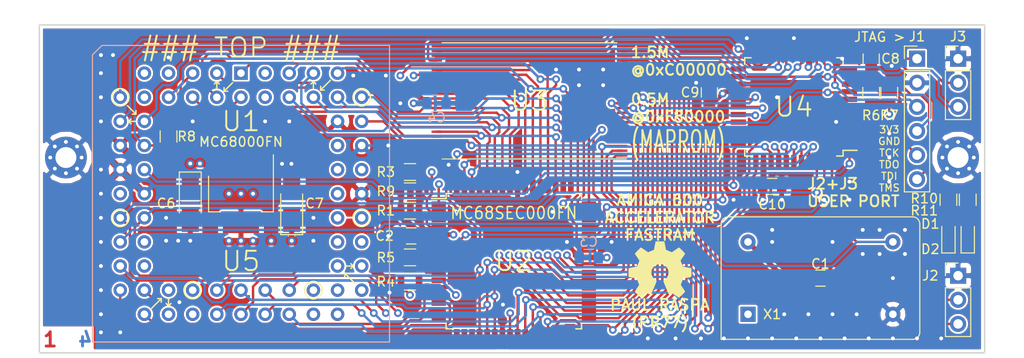
<source format=kicad_pcb>
(kicad_pcb (version 20171130) (host pcbnew "(5.0.1)-rc2")
  (layers (0 F.Cu signal) (1 In1.Cu signal) (2 In2.Cu signal) (31 B.Cu signal) (34 B.Paste user) (35 F.Paste user) (36 B.SilkS user hide) (37 F.SilkS user) (38 B.Mask user hide) (39 F.Mask user hide) (44 Edge.Cuts user))
  (net 0 "")
  (net 1 GND)
  (net 2 +5V)
  (net 3 +3V3)
  (net 4 /TMS)
  (net 5 /TDI)
  (net 6 /TDO)
  (net 7 /TCK)
  (net 8 "Net-(R3-Pad2)")
  (net 9 /#AS_ACCEL)
  (net 10 /D0)
  (net 11 /D1)
  (net 12 /D2)
  (net 13 /D3)
  (net 14 /D4)
  (net 15 /D5)
  (net 16 /D6)
  (net 17 /D7)
  (net 18 /D8)
  (net 19 /D9)
  (net 20 /D10)
  (net 21 /D11)
  (net 22 /D12)
  (net 23 /D13)
  (net 24 /D14)
  (net 25 /D15)
  (net 26 /A23)
  (net 27 /A22)
  (net 28 /A21)
  (net 29 /A20)
  (net 30 /A19)
  (net 31 /A18)
  (net 32 /A17)
  (net 33 /A16)
  (net 34 /A15)
  (net 35 /A14)
  (net 36 /A13)
  (net 37 /A12)
  (net 38 /A11)
  (net 39 /A10)
  (net 40 /A9)
  (net 41 /A8)
  (net 42 /A7)
  (net 43 /A6)
  (net 44 /A5)
  (net 45 /A4)
  (net 46 /A3)
  (net 47 /A2)
  (net 48 /A1)
  (net 49 "Net-(U2-Pad19)")
  (net 50 /#IPL0)
  (net 51 /#IPL1)
  (net 52 /#IPL2)
  (net 53 /#BERR)
  (net 54 /#RESET)
  (net 55 /#HALT)
  (net 56 /CLK_ACCEL)
  (net 57 /#DTACK_ACCEL)
  (net 58 /CLK_7)
  (net 59 "Net-(U1-Pad31)")
  (net 60 "Net-(U1-Pad30)")
  (net 61 "Net-(U1-Pad29)")
  (net 62 "Net-(U1-Pad28)")
  (net 63 "Net-(U1-Pad23)")
  (net 64 "Net-(U1-Pad21)")
  (net 65 "Net-(U1-Pad18)")
  (net 66 /#BR_7)
  (net 67 /#BGACK_7)
  (net 68 /#BG_7)
  (net 69 /#DTACK_7)
  (net 70 /#AS_7)
  (net 71 "Net-(X1-Pad1)")
  (net 72 "Net-(U3-Pad13)")
  (net 73 "Net-(U3-Pad10)")
  (net 74 "Net-(R1-Pad2)")
  (net 75 /R_#W)
  (net 76 /#UDS)
  (net 77 /#LDS)
  (net 78 "Net-(U2-Pad3)")
  (net 79 /#RAM_OE)
  (net 80 /#RAM_CE)
  (net 81 /#RAM_LB)
  (net 82 /#RAM_UB)
  (net 83 /#RAM_WR)
  (net 84 "Net-(U2-Pad18)")
  (net 85 "Net-(U2-Pad17)")
  (net 86 "Net-(U2-Pad16)")
  (net 87 /#AVEC)
  (net 88 /MODE)
  (net 89 /_A2)
  (net 90 /_SP4)
  (net 91 /_SP3)
  (net 92 /_SP2)
  (net 93 /_SP1)
  (net 94 "Net-(D1-Pad2)")
  (net 95 "Net-(D2-Pad2)")
  (net 96 /ACTIVE)
  (net 97 /MAPROM)
  (net 98 /#RAM_CE2)
  (net 99 /CLK_E)
  (module Housings_SSOP:TSOP-I-48_18.4x12mm_Pitch0.5mm (layer F.Cu) (at 76.073 100.711 180)
    (fp_text reference U3 (at 0 0 180) (layer F.SilkS) (effects (font (size 2.032 2.032) (thickness 0.2032))))
    (fp_text value CY62167G)
    (pad 48 smd rect (at 9.75 -5.75 180) (size 1.1 0.25) (layers F.Cu F.Paste F.Mask) (net 48 /A1))
    (pad 47 smd rect (at 9.75 -5.25 180) (size 1.1 0.25) (layers F.Cu F.Paste F.Mask) (net 8 "Net-(R3-Pad2)"))
    (pad 46 smd rect (at 9.75 -4.75 180) (size 1.1 0.25) (layers F.Cu F.Paste F.Mask) (net 1 GND))
    (pad 45 smd rect (at 9.75 -4.25 180) (size 1.1 0.25) (layers F.Cu F.Paste F.Mask) (net 25 /D15))
    (pad 44 smd rect (at 9.75 -3.75 180) (size 1.1 0.25) (layers F.Cu F.Paste F.Mask) (net 10 /D0))
    (pad 43 smd rect (at 9.75 -3.25 180) (size 1.1 0.25) (layers F.Cu F.Paste F.Mask) (net 19 /D9))
    (pad 42 smd rect (at 9.75 -2.75 180) (size 1.1 0.25) (layers F.Cu F.Paste F.Mask) (net 11 /D1))
    (pad 41 smd rect (at 9.75 -2.25 180) (size 1.1 0.25) (layers F.Cu F.Paste F.Mask) (net 20 /D10))
    (pad 40 smd rect (at 9.75 -1.75 180) (size 1.1 0.25) (layers F.Cu F.Paste F.Mask) (net 12 /D2))
    (pad 39 smd rect (at 9.75 -1.25 180) (size 1.1 0.25) (layers F.Cu F.Paste F.Mask) (net 21 /D11))
    (pad 38 smd rect (at 9.75 -0.75 180) (size 1.1 0.25) (layers F.Cu F.Paste F.Mask) (net 13 /D3))
    (pad 37 smd rect (at 9.75 -0.25 180) (size 1.1 0.25) (layers F.Cu F.Paste F.Mask) (net 2 +5V))
    (pad 36 smd rect (at 9.75 0.25 180) (size 1.1 0.25) (layers F.Cu F.Paste F.Mask) (net 24 /D14))
    (pad 35 smd rect (at 9.75 0.75 180) (size 1.1 0.25) (layers F.Cu F.Paste F.Mask) (net 14 /D4))
    (pad 34 smd rect (at 9.75 1.25 180) (size 1.1 0.25) (layers F.Cu F.Paste F.Mask) (net 23 /D13))
    (pad 33 smd rect (at 9.75 1.75 180) (size 1.1 0.25) (layers F.Cu F.Paste F.Mask) (net 15 /D5))
    (pad 32 smd rect (at 9.75 2.25 180) (size 1.1 0.25) (layers F.Cu F.Paste F.Mask) (net 22 /D12))
    (pad 31 smd rect (at 9.75 2.75 180) (size 1.1 0.25) (layers F.Cu F.Paste F.Mask) (net 16 /D6))
    (pad 30 smd rect (at 9.75 3.25 180) (size 1.1 0.25) (layers F.Cu F.Paste F.Mask) (net 18 /D8))
    (pad 29 smd rect (at 9.75 3.75 180) (size 1.1 0.25) (layers F.Cu F.Paste F.Mask) (net 17 /D7))
    (pad 28 smd rect (at 9.75 4.25 180) (size 1.1 0.25) (layers F.Cu F.Paste F.Mask) (net 79 /#RAM_OE))
    (pad 27 smd rect (at 9.75 4.75 180) (size 1.1 0.25) (layers F.Cu F.Paste F.Mask) (net 1 GND))
    (pad 26 smd rect (at 9.75 5.25 180) (size 1.1 0.25) (layers F.Cu F.Paste F.Mask) (net 80 /#RAM_CE))
    (pad 24 smd rect (at -9.75 5.75 180) (size 1.1 0.25) (layers F.Cu F.Paste F.Mask) (net 46 /A3))
    (pad 23 smd rect (at -9.75 5.25 180) (size 1.1 0.25) (layers F.Cu F.Paste F.Mask) (net 45 /A4))
    (pad 22 smd rect (at -9.75 4.75 180) (size 1.1 0.25) (layers F.Cu F.Paste F.Mask) (net 44 /A5))
    (pad 21 smd rect (at -9.75 4.25 180) (size 1.1 0.25) (layers F.Cu F.Paste F.Mask) (net 43 /A6))
    (pad 20 smd rect (at -9.75 3.75 180) (size 1.1 0.25) (layers F.Cu F.Paste F.Mask) (net 42 /A7))
    (pad 19 smd rect (at -9.75 3.25 180) (size 1.1 0.25) (layers F.Cu F.Paste F.Mask) (net 41 /A8))
    (pad 18 smd rect (at -9.75 2.75 180) (size 1.1 0.25) (layers F.Cu F.Paste F.Mask) (net 40 /A9))
    (pad 17 smd rect (at -9.75 2.25 180) (size 1.1 0.25) (layers F.Cu F.Paste F.Mask) (net 37 /A12))
    (pad 16 smd rect (at -9.75 1.75 180) (size 1.1 0.25) (layers F.Cu F.Paste F.Mask) (net 38 /A11))
    (pad 15 smd rect (at -9.75 1.25 180) (size 1.1 0.25) (layers F.Cu F.Paste F.Mask) (net 81 /#RAM_LB))
    (pad 14 smd rect (at -9.75 0.75 180) (size 1.1 0.25) (layers F.Cu F.Paste F.Mask) (net 82 /#RAM_UB))
    (pad 13 smd rect (at -9.75 0.25 180) (size 1.1 0.25) (layers F.Cu F.Paste F.Mask) (net 72 "Net-(U3-Pad13)"))
    (pad 12 smd rect (at -9.75 -0.25 180) (size 1.1 0.25) (layers F.Cu F.Paste F.Mask) (net 98 /#RAM_CE2))
    (pad 11 smd rect (at -9.75 -0.75 180) (size 1.1 0.25) (layers F.Cu F.Paste F.Mask) (net 83 /#RAM_WR))
    (pad 10 smd rect (at -9.75 -1.25 180) (size 1.1 0.25) (layers F.Cu F.Paste F.Mask) (net 73 "Net-(U3-Pad10)"))
    (pad 9 smd rect (at -9.75 -1.75 180) (size 1.1 0.25) (layers F.Cu F.Paste F.Mask) (net 39 /A10))
    (pad 8 smd rect (at -9.75 -2.25 180) (size 1.1 0.25) (layers F.Cu F.Paste F.Mask) (net 36 /A13))
    (pad 7 smd rect (at -9.75 -2.75 180) (size 1.1 0.25) (layers F.Cu F.Paste F.Mask) (net 35 /A14))
    (pad 6 smd rect (at -9.75 -3.25 180) (size 1.1 0.25) (layers F.Cu F.Paste F.Mask) (net 34 /A15))
    (pad 5 smd rect (at -9.75 -3.75 180) (size 1.1 0.25) (layers F.Cu F.Paste F.Mask) (net 33 /A16))
    (pad 4 smd rect (at -9.75 -4.25 180) (size 1.1 0.25) (layers F.Cu F.Paste F.Mask) (net 32 /A17))
    (pad 3 smd rect (at -9.75 -4.75 180) (size 1.1 0.25) (layers F.Cu F.Paste F.Mask) (net 29 /A20))
    (pad 2 smd rect (at -9.75 -5.25 180) (size 1.1 0.25) (layers F.Cu F.Paste F.Mask) (net 30 /A19))
    (pad 25 smd rect (at 9.75 5.75 180) (size 1.1 0.25) (layers F.Cu F.Paste F.Mask) (net 89 /_A2))
    (pad 1 smd rect (at -9.75 -5.75 180) (size 1.1 0.25) (layers F.Cu F.Paste F.Mask) (net 31 /A18))
  )
  (module Housings_QFP:LQFP-64_14x14mm_Pitch0.8mm (layer F.Cu) (at 74.422 117.602)
    (fp_text reference U2 (at 0 0) (layer F.SilkS) (effects (font (size 2.032 2.032) (thickness 0.2032))))
    (fp_text value MC68SEC000FN (at 0 -5.08) (layer F.SilkS) (effects (font (size 1.27 1.143) (thickness 0.1524))))
    (pad 64 smd rect (at -6 -7.9 90) (size 1.5 0.6) (layers F.Cu F.Paste F.Mask) (net 77 /#LDS))
    (pad 63 smd rect (at -5.2 -7.9 90) (size 1.5 0.6) (layers F.Cu F.Paste F.Mask) (net 76 /#UDS))
    (pad 62 smd rect (at -4.4 -7.9 90) (size 1.5 0.6) (layers F.Cu F.Paste F.Mask) (net 9 /#AS_ACCEL))
    (pad 61 smd rect (at -3.6 -7.9 90) (size 1.5 0.6) (layers F.Cu F.Paste F.Mask) (net 10 /D0))
    (pad 60 smd rect (at -2.8 -7.9 90) (size 1.5 0.6) (layers F.Cu F.Paste F.Mask) (net 11 /D1))
    (pad 59 smd rect (at -2 -7.9 90) (size 1.5 0.6) (layers F.Cu F.Paste F.Mask) (net 12 /D2))
    (pad 58 smd rect (at -1.2 -7.9 90) (size 1.5 0.6) (layers F.Cu F.Paste F.Mask) (net 13 /D3))
    (pad 57 smd rect (at -0.4 -7.9 90) (size 1.5 0.6) (layers F.Cu F.Paste F.Mask) (net 14 /D4))
    (pad 56 smd rect (at 0.4 -7.9 90) (size 1.5 0.6) (layers F.Cu F.Paste F.Mask) (net 1 GND))
    (pad 55 smd rect (at 1.2 -7.9 90) (size 1.5 0.6) (layers F.Cu F.Paste F.Mask) (net 15 /D5))
    (pad 54 smd rect (at 2 -7.9 90) (size 1.5 0.6) (layers F.Cu F.Paste F.Mask) (net 16 /D6))
    (pad 53 smd rect (at 2.8 -7.9 90) (size 1.5 0.6) (layers F.Cu F.Paste F.Mask) (net 17 /D7))
    (pad 52 smd rect (at 3.6 -7.9 90) (size 1.5 0.6) (layers F.Cu F.Paste F.Mask) (net 18 /D8))
    (pad 51 smd rect (at 4.4 -7.9 90) (size 1.5 0.6) (layers F.Cu F.Paste F.Mask) (net 19 /D9))
    (pad 50 smd rect (at 5.2 -7.9 90) (size 1.5 0.6) (layers F.Cu F.Paste F.Mask) (net 20 /D10))
    (pad 49 smd rect (at 6 -7.9 90) (size 1.5 0.6) (layers F.Cu F.Paste F.Mask) (net 21 /D11))
    (pad 48 smd rect (at 7.9 -6) (size 1.5 0.6) (layers F.Cu F.Paste F.Mask) (net 22 /D12))
    (pad 47 smd rect (at 7.9 -5.2) (size 1.5 0.6) (layers F.Cu F.Paste F.Mask) (net 23 /D13))
    (pad 46 smd rect (at 7.9 -4.4) (size 1.5 0.6) (layers F.Cu F.Paste F.Mask) (net 24 /D14))
    (pad 45 smd rect (at 7.9 -3.6) (size 1.5 0.6) (layers F.Cu F.Paste F.Mask) (net 25 /D15))
    (pad 44 smd rect (at 7.9 -2.8) (size 1.5 0.6) (layers F.Cu F.Paste F.Mask) (net 26 /A23))
    (pad 43 smd rect (at 7.9 -2) (size 1.5 0.6) (layers F.Cu F.Paste F.Mask) (net 27 /A22))
    (pad 42 smd rect (at 7.9 -1.2) (size 1.5 0.6) (layers F.Cu F.Paste F.Mask) (net 28 /A21))
    (pad 41 smd rect (at 7.9 -0.4) (size 1.5 0.6) (layers F.Cu F.Paste F.Mask) (net 2 +5V))
    (pad 40 smd rect (at 7.9 0.4) (size 1.5 0.6) (layers F.Cu F.Paste F.Mask) (net 29 /A20))
    (pad 39 smd rect (at 7.9 1.2) (size 1.5 0.6) (layers F.Cu F.Paste F.Mask) (net 30 /A19))
    (pad 38 smd rect (at 7.9 2) (size 1.5 0.6) (layers F.Cu F.Paste F.Mask) (net 31 /A18))
    (pad 37 smd rect (at 7.9 2.8) (size 1.5 0.6) (layers F.Cu F.Paste F.Mask) (net 32 /A17))
    (pad 36 smd rect (at 7.9 3.6) (size 1.5 0.6) (layers F.Cu F.Paste F.Mask) (net 33 /A16))
    (pad 35 smd rect (at 7.9 4.4) (size 1.5 0.6) (layers F.Cu F.Paste F.Mask) (net 34 /A15))
    (pad 34 smd rect (at 7.9 5.2) (size 1.5 0.6) (layers F.Cu F.Paste F.Mask) (net 35 /A14))
    (pad 33 smd rect (at 7.9 6) (size 1.5 0.6) (layers F.Cu F.Paste F.Mask) (net 36 /A13))
    (pad 32 smd rect (at 6 7.9 90) (size 1.5 0.6) (layers F.Cu F.Paste F.Mask) (net 37 /A12))
    (pad 31 smd rect (at 5.2 7.9 90) (size 1.5 0.6) (layers F.Cu F.Paste F.Mask) (net 38 /A11))
    (pad 30 smd rect (at 4.4 7.9 90) (size 1.5 0.6) (layers F.Cu F.Paste F.Mask) (net 39 /A10))
    (pad 29 smd rect (at 3.6 7.9 90) (size 1.5 0.6) (layers F.Cu F.Paste F.Mask) (net 40 /A9))
    (pad 28 smd rect (at 2.8 7.9 90) (size 1.5 0.6) (layers F.Cu F.Paste F.Mask) (net 41 /A8))
    (pad 27 smd rect (at 2 7.9 90) (size 1.5 0.6) (layers F.Cu F.Paste F.Mask) (net 42 /A7))
    (pad 26 smd rect (at 1.2 7.9 90) (size 1.5 0.6) (layers F.Cu F.Paste F.Mask) (net 43 /A6))
    (pad 25 smd rect (at 0.4 7.9 90) (size 1.5 0.6) (layers F.Cu F.Paste F.Mask) (net 44 /A5))
    (pad 24 smd rect (at -0.4 7.9 90) (size 1.5 0.6) (layers F.Cu F.Paste F.Mask) (net 45 /A4))
    (pad 23 smd rect (at -1.2 7.9 90) (size 1.5 0.6) (layers F.Cu F.Paste F.Mask) (net 1 GND))
    (pad 22 smd rect (at -2 7.9 90) (size 1.5 0.6) (layers F.Cu F.Paste F.Mask) (net 46 /A3))
    (pad 21 smd rect (at -2.8 7.9 90) (size 1.5 0.6) (layers F.Cu F.Paste F.Mask) (net 47 /A2))
    (pad 20 smd rect (at -3.6 7.9 90) (size 1.5 0.6) (layers F.Cu F.Paste F.Mask) (net 48 /A1))
    (pad 19 smd rect (at -4.4 7.9 90) (size 1.5 0.6) (layers F.Cu F.Paste F.Mask) (net 49 "Net-(U2-Pad19)"))
    (pad 18 smd rect (at -5.2 7.9 90) (size 1.5 0.6) (layers F.Cu F.Paste F.Mask) (net 84 "Net-(U2-Pad18)"))
    (pad 17 smd rect (at -6 7.9 90) (size 1.5 0.6) (layers F.Cu F.Paste F.Mask) (net 85 "Net-(U2-Pad17)"))
    (pad 16 smd rect (at -7.9 6) (size 1.5 0.6) (layers F.Cu F.Paste F.Mask) (net 86 "Net-(U2-Pad16)"))
    (pad 15 smd rect (at -7.9 5.2) (size 1.5 0.6) (layers F.Cu F.Paste F.Mask) (net 50 /#IPL0))
    (pad 14 smd rect (at -7.9 4.4) (size 1.5 0.6) (layers F.Cu F.Paste F.Mask) (net 51 /#IPL1))
    (pad 13 smd rect (at -7.9 3.6) (size 1.5 0.6) (layers F.Cu F.Paste F.Mask) (net 52 /#IPL2))
    (pad 12 smd rect (at -7.9 2.8) (size 1.5 0.6) (layers F.Cu F.Paste F.Mask) (net 53 /#BERR))
    (pad 11 smd rect (at -7.9 2) (size 1.5 0.6) (layers F.Cu F.Paste F.Mask) (net 87 /#AVEC))
    (pad 10 smd rect (at -7.9 1.2) (size 1.5 0.6) (layers F.Cu F.Paste F.Mask) (net 54 /#RESET))
    (pad 9 smd rect (at -7.9 0.4) (size 1.5 0.6) (layers F.Cu F.Paste F.Mask) (net 55 /#HALT))
    (pad 8 smd rect (at -7.9 -0.4) (size 1.5 0.6) (layers F.Cu F.Paste F.Mask) (net 88 /MODE))
    (pad 7 smd rect (at -7.9 -1.2) (size 1.5 0.6) (layers F.Cu F.Paste F.Mask) (net 1 GND))
    (pad 6 smd rect (at -7.9 -2) (size 1.5 0.6) (layers F.Cu F.Paste F.Mask) (net 56 /CLK_ACCEL))
    (pad 5 smd rect (at -7.9 -2.8) (size 1.5 0.6) (layers F.Cu F.Paste F.Mask) (net 2 +5V))
    (pad 4 smd rect (at -7.9 -3.6) (size 1.5 0.6) (layers F.Cu F.Paste F.Mask) (net 74 "Net-(R1-Pad2)"))
    (pad 3 smd rect (at -7.9 -4.4) (size 1.5 0.6) (layers F.Cu F.Paste F.Mask) (net 78 "Net-(U2-Pad3)"))
    (pad 2 smd rect (at -7.9 -5.2) (size 1.5 0.6) (layers F.Cu F.Paste F.Mask) (net 57 /#DTACK_ACCEL))
    (pad 1 smd rect (at -7.9 -6) (size 1.5 0.6) (layers F.Cu F.Paste F.Mask) (net 75 /R_#W))
  )
  (module Oscillators:Oscillator_DIP-14 (layer F.Cu) (at 99.06 123.19)
    (fp_text reference X1 (at 2.54 0) (layer F.SilkS))
    (fp_text value CXO_DIP14)
    (pad 7 thru_hole circle (at 15.24 0) (size 1.6 1.6) (drill 0.8) (layers *.Cu *.Mask) (net 1 GND))
    (pad 8 thru_hole circle (at 15.24 -7.62) (size 1.6 1.6) (drill 0.8) (layers *.Cu *.Mask) (net 56 /CLK_ACCEL))
    (pad 14 thru_hole circle (at 0 -7.62) (size 1.6 1.6) (drill 0.8) (layers *.Cu *.Mask) (net 2 +5V))
    (pad 1 thru_hole rect (at 0 0) (size 1.6 1.6) (drill 0.8) (layers *.Cu *.Mask) (net 71 "Net-(X1-Pad1)"))
  )
  (module Housings_QFP:LQFP-44_10x10mm_Pitch0.8mm (layer F.Cu) (at 103.886 101.346 180)
    (fp_text reference U4 (at 0 0 180) (layer F.SilkS) (effects (font (size 2.032 2.032) (thickness 0.2032))))
    (fp_text value XC9572VQ44)
    (pad 44 smd rect (at -4 -5.85 270) (size 1.6 0.56) (layers F.Cu F.Paste F.Mask) (net 56 /CLK_ACCEL))
    (pad 43 smd rect (at -3.2 -5.85 270) (size 1.6 0.56) (layers F.Cu F.Paste F.Mask) (net 99 /CLK_E))
    (pad 42 smd rect (at -2.4 -5.85 270) (size 1.6 0.56) (layers F.Cu F.Paste F.Mask) (net 55 /#HALT))
    (pad 41 smd rect (at -1.6 -5.85 270) (size 1.6 0.56) (layers F.Cu F.Paste F.Mask) (net 9 /#AS_ACCEL))
    (pad 40 smd rect (at -0.8 -5.85 270) (size 1.6 0.56) (layers F.Cu F.Paste F.Mask) (net 76 /#UDS))
    (pad 39 smd rect (at 0 -5.85 270) (size 1.6 0.56) (layers F.Cu F.Paste F.Mask) (net 77 /#LDS))
    (pad 38 smd rect (at 0.8 -5.85 270) (size 1.6 0.56) (layers F.Cu F.Paste F.Mask) (net 75 /R_#W))
    (pad 37 smd rect (at 1.6 -5.85 270) (size 1.6 0.56) (layers F.Cu F.Paste F.Mask) (net 57 /#DTACK_ACCEL))
    (pad 36 smd rect (at 2.4 -5.85 270) (size 1.6 0.56) (layers F.Cu F.Paste F.Mask) (net 29 /A20))
    (pad 35 smd rect (at 3.2 -5.85 270) (size 1.6 0.56) (layers F.Cu F.Paste F.Mask) (net 3 +3V3))
    (pad 34 smd rect (at 4 -5.85 270) (size 1.6 0.56) (layers F.Cu F.Paste F.Mask) (net 47 /A2))
    (pad 33 smd rect (at 5.85 -4 180) (size 1.6 0.56) (layers F.Cu F.Paste F.Mask) (net 54 /#RESET))
    (pad 32 smd rect (at 5.85 -3.2 180) (size 1.6 0.56) (layers F.Cu F.Paste F.Mask) (net 28 /A21))
    (pad 31 smd rect (at 5.85 -2.4 180) (size 1.6 0.56) (layers F.Cu F.Paste F.Mask) (net 27 /A22))
    (pad 30 smd rect (at 5.85 -1.6 180) (size 1.6 0.56) (layers F.Cu F.Paste F.Mask) (net 26 /A23))
    (pad 29 smd rect (at 5.85 -0.8 180) (size 1.6 0.56) (layers F.Cu F.Paste F.Mask) (net 83 /#RAM_WR))
    (pad 28 smd rect (at 5.85 0 180) (size 1.6 0.56) (layers F.Cu F.Paste F.Mask) (net 82 /#RAM_UB))
    (pad 27 smd rect (at 5.85 0.8 180) (size 1.6 0.56) (layers F.Cu F.Paste F.Mask) (net 81 /#RAM_LB))
    (pad 26 smd rect (at 5.85 1.6 180) (size 1.6 0.56) (layers F.Cu F.Paste F.Mask) (net 3 +3V3))
    (pad 25 smd rect (at 5.85 2.4 180) (size 1.6 0.56) (layers F.Cu F.Paste F.Mask) (net 1 GND))
    (pad 24 smd rect (at 5.85 3.2 180) (size 1.6 0.56) (layers F.Cu F.Paste F.Mask) (net 6 /TDO))
    (pad 23 smd rect (at 5.85 4 180) (size 1.6 0.56) (layers F.Cu F.Paste F.Mask) (net 80 /#RAM_CE))
    (pad 22 smd rect (at 4 5.85 270) (size 1.6 0.56) (layers F.Cu F.Paste F.Mask) (net 69 /#DTACK_7))
    (pad 21 smd rect (at 3.2 5.85 270) (size 1.6 0.56) (layers F.Cu F.Paste F.Mask) (net 79 /#RAM_OE))
    (pad 20 smd rect (at 2.4 5.85 270) (size 1.6 0.56) (layers F.Cu F.Paste F.Mask) (net 89 /_A2))
    (pad 19 smd rect (at 1.6 5.85 270) (size 1.6 0.56) (layers F.Cu F.Paste F.Mask) (net 67 /#BGACK_7))
    (pad 18 smd rect (at 0.8 5.85 270) (size 1.6 0.56) (layers F.Cu F.Paste F.Mask) (net 66 /#BR_7))
    (pad 17 smd rect (at 0 5.85 270) (size 1.6 0.56) (layers F.Cu F.Paste F.Mask) (net 1 GND))
    (pad 16 smd rect (at -0.8 5.85 270) (size 1.6 0.56) (layers F.Cu F.Paste F.Mask) (net 68 /#BG_7))
    (pad 15 smd rect (at -1.6 5.85 270) (size 1.6 0.56) (layers F.Cu F.Paste F.Mask) (net 3 +3V3))
    (pad 14 smd rect (at -2.4 5.85 270) (size 1.6 0.56) (layers F.Cu F.Paste F.Mask) (net 70 /#AS_7))
    (pad 13 smd rect (at -3.2 5.85 270) (size 1.6 0.56) (layers F.Cu F.Paste F.Mask) (net 90 /_SP4))
    (pad 12 smd rect (at -4 5.85 270) (size 1.6 0.56) (layers F.Cu F.Paste F.Mask) (net 91 /_SP3))
    (pad 11 smd rect (at -5.85 4 180) (size 1.6 0.56) (layers F.Cu F.Paste F.Mask) (net 7 /TCK))
    (pad 10 smd rect (at -5.85 3.2 180) (size 1.6 0.56) (layers F.Cu F.Paste F.Mask) (net 4 /TMS))
    (pad 9 smd rect (at -5.85 2.4 180) (size 1.6 0.56) (layers F.Cu F.Paste F.Mask) (net 5 /TDI))
    (pad 8 smd rect (at -5.85 1.6 180) (size 1.6 0.56) (layers F.Cu F.Paste F.Mask) (net 98 /#RAM_CE2))
    (pad 7 smd rect (at -5.85 0.8 180) (size 1.6 0.56) (layers F.Cu F.Paste F.Mask) (net 30 /A19))
    (pad 6 smd rect (at -5.85 0 180) (size 1.6 0.56) (layers F.Cu F.Paste F.Mask) (net 97 /MAPROM))
    (pad 5 smd rect (at -5.85 -0.8 180) (size 1.6 0.56) (layers F.Cu F.Paste F.Mask) (net 96 /ACTIVE))
    (pad 4 smd rect (at -5.85 -1.6 180) (size 1.6 0.56) (layers F.Cu F.Paste F.Mask) (net 1 GND))
    (pad 3 smd rect (at -5.85 -2.4 180) (size 1.6 0.56) (layers F.Cu F.Paste F.Mask) (net 93 /_SP1))
    (pad 2 smd rect (at -5.85 -3.2 180) (size 1.6 0.56) (layers F.Cu F.Paste F.Mask) (net 92 /_SP2))
    (pad 1 smd rect (at -5.85 -4 180) (size 1.6 0.56) (layers F.Cu F.Paste F.Mask) (net 58 /CLK_7))
  )
  (module A600_ACCEL_RAM:PLCC-68_THT-SocketUpsideDown (layer F.Cu) (at 45.72 97.79)
    (fp_text reference U1 (at 0 5.08) (layer F.SilkS) (effects (font (size 2.032 2.032) (thickness 0.2032))))
    (fp_text value MC68000FN (at 0 7.239) (layer F.SilkS))
    (pad 60 thru_hole circle (at 12.7 2.54) (size 1.4224 1.4224) (drill 0.8) (layers *.Cu *.Mask) (net 23 /D13))
    (pad 58 thru_hole circle (at 12.7 5.08) (size 1.4224 1.4224) (drill 0.8) (layers *.Cu *.Mask) (net 25 /D15))
    (pad 56 thru_hole circle (at 12.7 7.62) (size 1.4224 1.4224) (drill 0.8) (layers *.Cu *.Mask) (net 1 GND))
    (pad 54 thru_hole circle (at 12.7 10.16) (size 1.4224 1.4224) (drill 0.8) (layers *.Cu *.Mask) (net 27 /A22))
    (pad 52 thru_hole circle (at 12.7 12.7) (size 1.4224 1.4224) (drill 0.8) (layers *.Cu *.Mask) (net 2 +5V))
    (pad 50 thru_hole circle (at 12.7 15.24) (size 1.4224 1.4224) (drill 0.8) (layers *.Cu *.Mask) (net 30 /A19))
    (pad 48 thru_hole circle (at 12.7 17.78) (size 1.4224 1.4224) (drill 0.8) (layers *.Cu *.Mask) (net 32 /A17))
    (pad 46 thru_hole circle (at 12.7 20.32) (size 1.4224 1.4224) (drill 0.8) (layers *.Cu *.Mask) (net 34 /A15))
    (pad 61 thru_hole circle (at 10.16 0) (size 1.4224 1.4224) (drill 0.8) (layers *.Cu *.Mask) (net 22 /D12))
    (pad 59 thru_hole circle (at 10.16 2.54) (size 1.4224 1.4224) (drill 0.8) (layers *.Cu *.Mask) (net 24 /D14))
    (pad 57 thru_hole circle (at 10.16 5.08) (size 1.4224 1.4224) (drill 0.8) (layers *.Cu *.Mask) (net 1 GND))
    (pad 55 thru_hole circle (at 10.16 7.62) (size 1.4224 1.4224) (drill 0.8) (layers *.Cu *.Mask) (net 26 /A23))
    (pad 53 thru_hole circle (at 10.16 10.16) (size 1.4224 1.4224) (drill 0.8) (layers *.Cu *.Mask) (net 28 /A21))
    (pad 51 thru_hole circle (at 10.16 12.7) (size 1.4224 1.4224) (drill 0.8) (layers *.Cu *.Mask) (net 29 /A20))
    (pad 49 thru_hole circle (at 10.16 15.24) (size 1.4224 1.4224) (drill 0.8) (layers *.Cu *.Mask) (net 31 /A18))
    (pad 47 thru_hole circle (at 10.16 17.78) (size 1.4224 1.4224) (drill 0.8) (layers *.Cu *.Mask) (net 33 /A16))
    (pad 45 thru_hole circle (at 10.16 20.32) (size 1.4224 1.4224) (drill 0.8) (layers *.Cu *.Mask) (net 35 /A14))
    (pad 43 thru_hole circle (at 10.16 25.4) (size 1.4224 1.4224) (drill 0.8) (layers *.Cu *.Mask) (net 37 /A12))
    (pad 41 thru_hole circle (at 7.62 25.4) (size 1.4224 1.4224) (drill 0.8) (layers *.Cu *.Mask) (net 39 /A10))
    (pad 39 thru_hole circle (at 5.08 25.4) (size 1.4224 1.4224) (drill 0.8) (layers *.Cu *.Mask) (net 41 /A8))
    (pad 37 thru_hole circle (at 2.54 25.4) (size 1.4224 1.4224) (drill 0.8) (layers *.Cu *.Mask) (net 43 /A6))
    (pad 35 thru_hole circle (at 0 25.4) (size 1.4224 1.4224) (drill 0.8) (layers *.Cu *.Mask) (net 45 /A4))
    (pad 33 thru_hole circle (at -2.54 25.4) (size 1.4224 1.4224) (drill 0.8) (layers *.Cu *.Mask) (net 47 /A2))
    (pad 31 thru_hole circle (at -5.08 25.4) (size 1.4224 1.4224) (drill 0.8) (layers *.Cu *.Mask) (net 59 "Net-(U1-Pad31)"))
    (pad 29 thru_hole circle (at -7.62 25.4) (size 1.4224 1.4224) (drill 0.8) (layers *.Cu *.Mask) (net 61 "Net-(U1-Pad29)"))
    (pad 27 thru_hole circle (at -10.16 25.4) (size 1.4224 1.4224) (drill 0.8) (layers *.Cu *.Mask) (net 50 /#IPL0))
    (pad 44 thru_hole circle (at 12.7 22.86) (size 1.4224 1.4224) (drill 0.8) (layers *.Cu *.Mask) (net 36 /A13))
    (pad 42 thru_hole circle (at 10.16 22.86) (size 1.4224 1.4224) (drill 0.8) (layers *.Cu *.Mask) (net 38 /A11))
    (pad 40 thru_hole circle (at 7.62 22.86) (size 1.4224 1.4224) (drill 0.8) (layers *.Cu *.Mask) (net 40 /A9))
    (pad 38 thru_hole circle (at 5.08 22.86) (size 1.4224 1.4224) (drill 0.8) (layers *.Cu *.Mask) (net 42 /A7))
    (pad 36 thru_hole circle (at 2.54 22.86) (size 1.4224 1.4224) (drill 0.8) (layers *.Cu *.Mask) (net 44 /A5))
    (pad 34 thru_hole circle (at 0 22.86) (size 1.4224 1.4224) (drill 0.8) (layers *.Cu *.Mask) (net 46 /A3))
    (pad 32 thru_hole circle (at -2.54 22.86) (size 1.4224 1.4224) (drill 0.8) (layers *.Cu *.Mask) (net 48 /A1))
    (pad 30 thru_hole circle (at -5.08 22.86) (size 1.4224 1.4224) (drill 0.8) (layers *.Cu *.Mask) (net 60 "Net-(U1-Pad30)"))
    (pad 28 thru_hole circle (at -7.62 22.86) (size 1.4224 1.4224) (drill 0.8) (layers *.Cu *.Mask) (net 62 "Net-(U1-Pad28)"))
    (pad 26 thru_hole circle (at -12.7 22.86) (size 1.4224 1.4224) (drill 0.8) (layers *.Cu *.Mask) (net 51 /#IPL1))
    (pad 24 thru_hole circle (at -12.7 20.32) (size 1.4224 1.4224) (drill 0.8) (layers *.Cu *.Mask) (net 53 /#BERR))
    (pad 22 thru_hole circle (at -12.7 17.78) (size 1.4224 1.4224) (drill 0.8) (layers *.Cu *.Mask) (net 99 /CLK_E))
    (pad 20 thru_hole circle (at -12.7 15.24) (size 1.4224 1.4224) (drill 0.8) (layers *.Cu *.Mask) (net 54 /#RESET))
    (pad 18 thru_hole circle (at -12.7 12.7) (size 1.4224 1.4224) (drill 0.8) (layers *.Cu *.Mask) (net 65 "Net-(U1-Pad18)"))
    (pad 16 thru_hole circle (at -12.7 10.16) (size 1.4224 1.4224) (drill 0.8) (layers *.Cu *.Mask) (net 1 GND))
    (pad 14 thru_hole circle (at -12.7 7.62) (size 1.4224 1.4224) (drill 0.8) (layers *.Cu *.Mask) (net 2 +5V))
    (pad 12 thru_hole circle (at -12.7 5.08) (size 1.4224 1.4224) (drill 0.8) (layers *.Cu *.Mask) (net 67 /#BGACK_7))
    (pad 10 thru_hole circle (at -12.7 2.54) (size 1.4224 1.4224) (drill 0.8) (layers *.Cu *.Mask) (net 69 /#DTACK_7))
    (pad 25 thru_hole circle (at -10.16 22.86) (size 1.4224 1.4224) (drill 0.8) (layers *.Cu *.Mask) (net 52 /#IPL2))
    (pad 23 thru_hole circle (at -10.16 20.32) (size 1.4224 1.4224) (drill 0.8) (layers *.Cu *.Mask) (net 63 "Net-(U1-Pad23)"))
    (pad 21 thru_hole circle (at -10.16 17.78) (size 1.4224 1.4224) (drill 0.8) (layers *.Cu *.Mask) (net 64 "Net-(U1-Pad21)"))
    (pad 19 thru_hole circle (at -10.16 15.24) (size 1.4224 1.4224) (drill 0.8) (layers *.Cu *.Mask) (net 55 /#HALT))
    (pad 17 thru_hole circle (at -10.16 12.7) (size 1.4224 1.4224) (drill 0.8) (layers *.Cu *.Mask) (net 1 GND))
    (pad 15 thru_hole circle (at -10.16 10.16) (size 1.4224 1.4224) (drill 0.8) (layers *.Cu *.Mask) (net 58 /CLK_7))
    (pad 13 thru_hole circle (at -10.16 7.62) (size 1.4224 1.4224) (drill 0.8) (layers *.Cu *.Mask) (net 66 /#BR_7))
    (pad 11 thru_hole circle (at -10.16 5.08) (size 1.4224 1.4224) (drill 0.8) (layers *.Cu *.Mask) (net 68 /#BG_7))
    (pad 63 thru_hole circle (at 7.62 0) (size 1.4224 1.4224) (drill 0.8) (layers *.Cu *.Mask) (net 20 /D10))
    (pad 65 thru_hole circle (at 5.08 0) (size 1.4224 1.4224) (drill 0.8) (layers *.Cu *.Mask) (net 18 /D8))
    (pad 67 thru_hole circle (at 2.54 0) (size 1.4224 1.4224) (drill 0.8) (layers *.Cu *.Mask) (net 16 /D6))
    (pad 9 thru_hole circle (at -10.16 0) (size 1.4224 1.4224) (drill 0.8) (layers *.Cu *.Mask) (net 75 /R_#W))
    (pad 7 thru_hole circle (at -7.62 0) (size 1.4224 1.4224) (drill 0.8) (layers *.Cu *.Mask) (net 76 /#UDS))
    (pad 5 thru_hole circle (at -5.08 0) (size 1.4224 1.4224) (drill 0.8) (layers *.Cu *.Mask) (net 10 /D0))
    (pad 3 thru_hole circle (at -2.54 0) (size 1.4224 1.4224) (drill 0.8) (layers *.Cu *.Mask) (net 12 /D2))
    (pad 1 thru_hole rect (at 0 0) (size 1.4224 1.4224) (drill 0.8) (layers *.Cu *.Mask) (net 14 /D4))
    (pad 62 thru_hole circle (at 7.62 2.54) (size 1.4224 1.4224) (drill 0.8) (layers *.Cu *.Mask) (net 21 /D11))
    (pad 64 thru_hole circle (at 5.08 2.54) (size 1.4224 1.4224) (drill 0.8) (layers *.Cu *.Mask) (net 19 /D9))
    (pad 66 thru_hole circle (at 2.54 2.54) (size 1.4224 1.4224) (drill 0.8) (layers *.Cu *.Mask) (net 17 /D7))
    (pad 68 thru_hole circle (at 0 2.54) (size 1.4224 1.4224) (drill 0.8) (layers *.Cu *.Mask) (net 15 /D5))
    (pad 8 thru_hole circle (at -10.16 2.54) (size 1.4224 1.4224) (drill 0.8) (layers *.Cu *.Mask) (net 77 /#LDS))
    (pad 6 thru_hole circle (at -7.62 2.54) (size 1.4224 1.4224) (drill 0.8) (layers *.Cu *.Mask) (net 70 /#AS_7))
    (pad 4 thru_hole circle (at -5.08 2.54) (size 1.4224 1.4224) (drill 0.8) (layers *.Cu *.Mask) (net 11 /D1))
    (pad 2 thru_hole circle (at -2.54 2.54) (size 1.4224 1.4224) (drill 0.8) (layers *.Cu *.Mask) (net 13 /D3))
  )
  (module Pin_Headers:Pin_Header_Straight_1x06_Pitch2.54mm (layer F.Cu) (at 116.84 96.266)
    (fp_text reference J1 (at 0 -2.33) (layer F.SilkS))
    (fp_text value JTAG)
    (pad 6 thru_hole oval (at 0 12.7) (size 1.7 1.7) (drill 1) (layers *.Cu *.Mask) (net 4 /TMS))
    (pad 5 thru_hole oval (at 0 10.16) (size 1.7 1.7) (drill 1) (layers *.Cu *.Mask) (net 5 /TDI))
    (pad 4 thru_hole oval (at 0 7.62) (size 1.7 1.7) (drill 1) (layers *.Cu *.Mask) (net 6 /TDO))
    (pad 3 thru_hole oval (at 0 5.08) (size 1.7 1.7) (drill 1) (layers *.Cu *.Mask) (net 7 /TCK))
    (pad 2 thru_hole oval (at 0 2.54) (size 1.7 1.7) (drill 1) (layers *.Cu *.Mask) (net 1 GND))
    (pad 1 thru_hole rect (at 0 0) (size 1.7 1.7) (drill 1) (layers *.Cu *.Mask) (net 3 +3V3))
  )
  (module Capacitors_Tantalum_SMD:CP_Tantalum_Case-R_EIA-2012-12_Hand (layer F.Cu) (at 40.386 111.506 270)
    (fp_text reference C6 (at 0 2.54) (layer F.SilkS))
    (fp_text value 10u)
    (pad 2 smd rect (at 1.7 0 270) (size 2.6 1.8) (layers F.Cu F.Paste F.Mask) (net 1 GND))
    (pad 1 smd rect (at -1.7 0 270) (size 2.6 1.8) (layers F.Cu F.Paste F.Mask) (net 2 +5V))
  )
  (module TO_SOT_Packages_SMD:SOT-223-3_TabPin2 (layer F.Cu) (at 45.72 110.49 270)
    (fp_text reference U5 (at 7.112 0 180) (layer F.SilkS) (effects (font (size 2.032 2.032) (thickness 0.2032))))
    (fp_text value LM1117-3.3)
    (pad 1 smd rect (at -3.15 -2.3 270) (size 2 1.5) (layers F.Cu F.Paste F.Mask) (net 1 GND))
    (pad 3 smd rect (at -3.15 2.3 270) (size 2 1.5) (layers F.Cu F.Paste F.Mask) (net 2 +5V))
    (pad 2 smd rect (at -3.15 0 270) (size 2 1.5) (layers F.Cu F.Paste F.Mask) (net 3 +3V3))
    (pad 2 smd rect (at 3.15 0 270) (size 2 3.8) (layers F.Cu F.Paste F.Mask) (net 3 +3V3))
  )
  (module Capacitors_Tantalum_SMD:CP_Tantalum_Case-R_EIA-2012-12_Hand (layer F.Cu) (at 51.054 111.506 90)
    (fp_text reference C7 (at 0 2.413) (layer F.SilkS))
    (fp_text value 10u)
    (pad 2 smd rect (at 1.7 0 90) (size 2.6 1.8) (layers F.Cu F.Paste F.Mask) (net 1 GND))
    (pad 1 smd rect (at -1.7 0 90) (size 2.6 1.8) (layers F.Cu F.Paste F.Mask) (net 3 +3V3))
  )
  (module Capacitors_SMD:C_0805 (layer F.Cu) (at 106.68 119.38)
    (fp_text reference C1 (at 0 -1.5) (layer F.SilkS))
    (fp_text value 100n)
    (pad 2 smd rect (at 1 0) (size 1 1.25) (layers F.Cu F.Paste F.Mask) (net 1 GND))
    (pad 1 smd rect (at -1 0) (size 1 1.25) (layers F.Cu F.Paste F.Mask) (net 2 +5V))
  )
  (module Capacitors_SMD:C_0805 (layer F.Cu) (at 63.627 114.935 180)
    (fp_text reference C2 (at 2.794 0 180) (layer F.SilkS))
    (fp_text value 100n)
    (pad 1 smd rect (at -1 0 180) (size 1 1.25) (layers F.Cu F.Paste F.Mask) (net 2 +5V))
    (pad 2 smd rect (at 1 0 180) (size 1 1.25) (layers F.Cu F.Paste F.Mask) (net 1 GND))
  )
  (module Capacitors_SMD:C_0805 (layer B.Cu) (at 82.296 117.205 180)
    (fp_text reference C3 (at 0 1.651 180) (layer B.SilkS) (effects (justify mirror)))
    (fp_text value 100n)
    (pad 2 smd rect (at 1 0 180) (size 1 1.25) (layers B.Cu B.Paste B.Mask) (net 1 GND))
    (pad 1 smd rect (at -1 0 180) (size 1 1.25) (layers B.Cu B.Paste B.Mask) (net 2 +5V))
  )
  (module Capacitors_SMD:C_0805 (layer B.Cu) (at 66.294 100.965)
    (fp_text reference C4 (at 0 1.5) (layer B.SilkS) (effects (justify mirror)))
    (fp_text value 100n)
    (pad 1 smd rect (at -1 0) (size 1 1.25) (layers B.Cu B.Paste B.Mask) (net 2 +5V))
    (pad 2 smd rect (at 1 0) (size 1 1.25) (layers B.Cu B.Paste B.Mask) (net 1 GND))
  )
  (module Capacitors_SMD:C_0805 (layer F.Cu) (at 112.014 96.266 270)
    (fp_text reference C8 (at 0 -2.032) (layer F.SilkS))
    (fp_text value 100n)
    (pad 1 smd rect (at -1 0 270) (size 1 1.25) (layers F.Cu F.Paste F.Mask) (net 3 +3V3))
    (pad 2 smd rect (at 1 0 270) (size 1 1.25) (layers F.Cu F.Paste F.Mask) (net 1 GND))
  )
  (module Capacitors_SMD:C_0805 (layer F.Cu) (at 94.996 99.822 90)
    (fp_text reference C9 (at 0 -2.032 180) (layer F.SilkS))
    (fp_text value 100n)
    (pad 1 smd rect (at -1 0 90) (size 1 1.25) (layers F.Cu F.Paste F.Mask) (net 3 +3V3))
    (pad 2 smd rect (at 1 0 90) (size 1 1.25) (layers F.Cu F.Paste F.Mask) (net 1 GND))
  )
  (module Resistors_SMD:R_0805 (layer F.Cu) (at 63.5 112.268)
    (fp_text reference R1 (at -2.54 0) (layer F.SilkS))
    (fp_text value 10K)
    (pad 2 smd rect (at 0.95 0) (size 0.7 1.3) (layers F.Cu F.Paste F.Mask) (net 74 "Net-(R1-Pad2)"))
    (pad 1 smd rect (at -0.95 0) (size 0.7 1.3) (layers F.Cu F.Paste F.Mask) (net 2 +5V))
  )
  (module Resistors_SMD:R_0805 (layer F.Cu) (at 63.5 108.204)
    (fp_text reference R3 (at -2.54 0 180) (layer F.SilkS))
    (fp_text value 10K)
    (pad 2 smd rect (at 0.95 0) (size 0.7 1.3) (layers F.Cu F.Paste F.Mask) (net 8 "Net-(R3-Pad2)"))
    (pad 1 smd rect (at -0.95 0) (size 0.7 1.3) (layers F.Cu F.Paste F.Mask) (net 2 +5V))
  )
  (module Resistors_SMD:R_0805 (layer F.Cu) (at 63.5 119.761)
    (fp_text reference R4 (at -2.54 0) (layer F.SilkS))
    (fp_text value 10K)
    (pad 1 smd rect (at -0.95 0) (size 0.7 1.3) (layers F.Cu F.Paste F.Mask) (net 2 +5V))
    (pad 2 smd rect (at 0.95 0) (size 0.7 1.3) (layers F.Cu F.Paste F.Mask) (net 87 /#AVEC))
  )
  (module Resistors_SMD:R_0805 (layer F.Cu) (at 63.5 117.1956)
    (fp_text reference R5 (at -2.54 0.0254) (layer F.SilkS))
    (fp_text value 10K)
    (pad 2 smd rect (at 0.95 0) (size 0.7 1.3) (layers F.Cu F.Paste F.Mask) (net 88 /MODE))
    (pad 1 smd rect (at -0.95 0) (size 0.7 1.3) (layers F.Cu F.Paste F.Mask) (net 2 +5V))
  )
  (module Resistors_SMD:R_0805 (layer F.Cu) (at 112.014 99.883 90)
    (fp_text reference R6 (at -2.352 0 -180) (layer F.SilkS))
    (fp_text value 10K)
    (pad 2 smd rect (at 0.95 0 90) (size 0.7 1.3) (layers F.Cu F.Paste F.Mask) (net 5 /TDI))
    (pad 1 smd rect (at -0.95 0 90) (size 0.7 1.3) (layers F.Cu F.Paste F.Mask) (net 3 +3V3))
  )
  (module Resistors_SMD:R_0805 (layer F.Cu) (at 113.919 99.883 90)
    (fp_text reference R7 (at -2.352 0 180) (layer F.SilkS))
    (fp_text value 10K)
    (pad 1 smd rect (at -0.95 0 90) (size 0.7 1.3) (layers F.Cu F.Paste F.Mask) (net 3 +3V3))
    (pad 2 smd rect (at 0.95 0 90) (size 0.7 1.3) (layers F.Cu F.Paste F.Mask) (net 4 /TMS))
  )
  (module Resistors_SMD:R_0805 (layer F.Cu) (at 38.1 104.46 90)
    (fp_text reference R8 (at 0 1.905) (layer F.SilkS))
    (fp_text value 10K)
    (pad 2 smd rect (at 0.95 0 90) (size 0.7 1.3) (layers F.Cu F.Paste F.Mask) (net 1 GND))
    (pad 1 smd rect (at -0.95 0 90) (size 0.7 1.3) (layers F.Cu F.Paste F.Mask) (net 66 /#BR_7))
  )
  (module Resistors_SMD:R_0805 (layer F.Cu) (at 63.5 110.236)
    (fp_text reference R9 (at -2.54 0) (layer F.SilkS))
    (fp_text value 10K)
    (pad 2 smd rect (at 0.95 0) (size 0.7 1.3) (layers F.Cu F.Paste F.Mask) (net 57 /#DTACK_ACCEL))
    (pad 1 smd rect (at -0.95 0) (size 0.7 1.3) (layers F.Cu F.Paste F.Mask) (net 2 +5V))
  )
  (module Capacitors_SMD:C_0805 (layer F.Cu) (at 101.6 109.728)
    (fp_text reference C10 (at 0 1.905) (layer F.SilkS))
    (fp_text value 100n)
    (pad 2 smd rect (at 1 0) (size 1 1.25) (layers F.Cu F.Paste F.Mask) (net 1 GND))
    (pad 1 smd rect (at -1 0) (size 1 1.25) (layers F.Cu F.Paste F.Mask) (net 3 +3V3))
  )
  (module Mounting_Holes:MountingHole_2.2mm_M2_Pad_Via (layer F.Cu) (at 27.305 106.68)
    (fp_text reference H1 (at 0 0) (layer F.SilkS))
    (fp_text value MountingHole_Pad)
    (pad 1 thru_hole circle (at 0 0) (size 4.4 4.4) (drill 2.2) (layers *.Cu *.Mask) (net 1 GND))
    (pad 1 thru_hole circle (at 1.65 0) (size 0.7 0.7) (drill 0.4) (layers *.Cu *.Mask) (net 1 GND))
    (pad 1 thru_hole circle (at 1.166726 1.166726) (size 0.7 0.7) (drill 0.4) (layers *.Cu *.Mask) (net 1 GND))
    (pad 1 thru_hole circle (at 0 1.65) (size 0.7 0.7) (drill 0.4) (layers *.Cu *.Mask) (net 1 GND))
    (pad 1 thru_hole circle (at -1.166726 1.166726) (size 0.7 0.7) (drill 0.4) (layers *.Cu *.Mask) (net 1 GND))
    (pad 1 thru_hole circle (at -1.65 0) (size 0.7 0.7) (drill 0.4) (layers *.Cu *.Mask) (net 1 GND))
    (pad 1 thru_hole circle (at -1.166726 -1.166726) (size 0.7 0.7) (drill 0.4) (layers *.Cu *.Mask) (net 1 GND))
    (pad 1 thru_hole circle (at 0 -1.65) (size 0.7 0.7) (drill 0.4) (layers *.Cu *.Mask) (net 1 GND))
    (pad 1 thru_hole circle (at 1.166726 -1.166726) (size 0.7 0.7) (drill 0.4) (layers *.Cu *.Mask) (net 1 GND))
  )
  (module Mounting_Holes:MountingHole_2.2mm_M2_Pad_Via (layer F.Cu) (at 121.158 106.68)
    (fp_text reference H2 (at 0 0) (layer F.SilkS))
    (fp_text value MountingHole_Pad)
    (pad 1 thru_hole circle (at 1.166726 -1.166726) (size 0.7 0.7) (drill 0.4) (layers *.Cu *.Mask) (net 1 GND))
    (pad 1 thru_hole circle (at 0 -1.65) (size 0.7 0.7) (drill 0.4) (layers *.Cu *.Mask) (net 1 GND))
    (pad 1 thru_hole circle (at -1.166726 -1.166726) (size 0.7 0.7) (drill 0.4) (layers *.Cu *.Mask) (net 1 GND))
    (pad 1 thru_hole circle (at -1.65 0) (size 0.7 0.7) (drill 0.4) (layers *.Cu *.Mask) (net 1 GND))
    (pad 1 thru_hole circle (at -1.166726 1.166726) (size 0.7 0.7) (drill 0.4) (layers *.Cu *.Mask) (net 1 GND))
    (pad 1 thru_hole circle (at 0 1.65) (size 0.7 0.7) (drill 0.4) (layers *.Cu *.Mask) (net 1 GND))
    (pad 1 thru_hole circle (at 1.166726 1.166726) (size 0.7 0.7) (drill 0.4) (layers *.Cu *.Mask) (net 1 GND))
    (pad 1 thru_hole circle (at 1.65 0) (size 0.7 0.7) (drill 0.4) (layers *.Cu *.Mask) (net 1 GND))
    (pad 1 thru_hole circle (at 0 0) (size 4.4 4.4) (drill 2.2) (layers *.Cu *.Mask) (net 1 GND))
  )
  (module Pin_Headers:Pin_Header_Straight_1x03_Pitch2.54mm (layer F.Cu) (at 121.158 96.266)
    (fp_text reference J3 (at 0 -2.33) (layer F.SilkS))
    (fp_text value SPARE2)
    (pad 3 thru_hole oval (at 0 5.08) (size 1.7 1.7) (drill 1) (layers *.Cu *.Mask) (net 90 /_SP4))
    (pad 2 thru_hole oval (at 0 2.54) (size 1.7 1.7) (drill 1) (layers *.Cu *.Mask) (net 91 /_SP3))
    (pad 1 thru_hole rect (at 0 0) (size 1.7 1.7) (drill 1) (layers *.Cu *.Mask) (net 1 GND))
  )
  (module Pin_Headers:Pin_Header_Straight_1x03_Pitch2.54mm (layer F.Cu) (at 121.158 119.126)
    (fp_text reference J2 (at -2.921 0) (layer F.SilkS))
    (fp_text value SPARE1)
    (pad 3 thru_hole oval (at 0 5.08) (size 1.7 1.7) (drill 1) (layers *.Cu *.Mask) (net 92 /_SP2))
    (pad 2 thru_hole oval (at 0 2.54) (size 1.7 1.7) (drill 1) (layers *.Cu *.Mask) (net 93 /_SP1))
    (pad 1 thru_hole rect (at 0 0) (size 1.7 1.7) (drill 1) (layers *.Cu *.Mask) (net 1 GND))
  )
  (module LEDs:LED_0805 (layer F.Cu) (at 122.174 114.935 90)
    (fp_text reference D1 (at 1.27 -3.937) (layer F.SilkS))
    (fp_text value LED)
    (pad 2 smd rect (at 1.1 0 270) (size 1.2 1.2) (layers F.Cu F.Paste F.Mask) (net 94 "Net-(D1-Pad2)"))
    (pad 1 smd rect (at -1.1 0 270) (size 1.2 1.2) (layers F.Cu F.Paste F.Mask) (net 1 GND))
  )
  (module LEDs:LED_0805 (layer F.Cu) (at 120.142 114.935 90)
    (fp_text reference D2 (at -1.397 -1.905 180) (layer F.SilkS))
    (fp_text value LED)
    (pad 1 smd rect (at -1.1 0 270) (size 1.2 1.2) (layers F.Cu F.Paste F.Mask) (net 1 GND))
    (pad 2 smd rect (at 1.1 0 270) (size 1.2 1.2) (layers F.Cu F.Paste F.Mask) (net 95 "Net-(D2-Pad2)"))
  )
  (module Resistors_SMD:R_0805 (layer F.Cu) (at 122.174 111.125 270)
    (fp_text reference R10 (at -0.127 4.572 180) (layer F.SilkS))
    (fp_text value 680R)
    (pad 1 smd rect (at -0.95 0 270) (size 0.7 1.3) (layers F.Cu F.Paste F.Mask) (net 96 /ACTIVE))
    (pad 2 smd rect (at 0.95 0 270) (size 0.7 1.3) (layers F.Cu F.Paste F.Mask) (net 94 "Net-(D1-Pad2)"))
  )
  (module Resistors_SMD:R_0805 (layer F.Cu) (at 120.142 111.125 270)
    (fp_text reference R11 (at 1.143 2.54 180) (layer F.SilkS))
    (fp_text value 680R)
    (pad 2 smd rect (at 0.95 0 270) (size 0.7 1.3) (layers F.Cu F.Paste F.Mask) (net 95 "Net-(D2-Pad2)"))
    (pad 1 smd rect (at -0.95 0 270) (size 0.7 1.3) (layers F.Cu F.Paste F.Mask) (net 97 /MAPROM))
  )
  (module Symbols:OSHW-Symbol_6.7x6mm_SilkScreen (layer F.Cu) (at 89.789 118.491)
    (fp_text reference LOGO1 hide)
    (fp_text value OSHW hide)
  )
  (gr_text 4 (at 29.337 125.857) (layer B.Cu) (effects (font (size 1.5 1.5) (thickness 0.3)) (justify mirror)))
  (gr_text 1 (at 25.654 125.857) (layer F.Cu) (effects (font (size 1.5 1.5) (thickness 0.3))))
  (gr_text "3V3\nGND\nTCK\nTDO\nTDI\nTMS" (at 113.919 106.807) (layer F.SilkS) (effects (font (size 0.762 0.762) (thickness 0.127))))
  (gr_text "J2+J3\nUSER PORT" (at 105.156 110.363) (layer F.SilkS) (effects (font (size 1.143 1.143) (thickness 0.2032)) (justify left)))
  (gr_text "(MAPROM)" (at 86.614 105.029) (layer F.SilkS) (effects (font (size 2.286 1.3208) (thickness 0.2032)) (justify left)))
  (gr_text "0.5M\n@0xF80000" (at 86.614 101.473) (layer F.SilkS) (effects (font (size 1.143 1.143) (thickness 0.2032)) (justify left)))
  (gr_text "1.5M\n@0xC00000" (at 86.614 96.52) (layer F.SilkS) (effects (font (size 1.143 1.143) (thickness 0.2032)) (justify left)))
  (gr_text "JTAG >" (at 112.903 93.98) (layer F.SilkS) (effects (font (size 1 1))))
  (gr_text "AMIGA 600\nACCELERATOR\nFASTRAM\n\n\n\nPAUL RASPA\n(PR77)" (at 89.789 117.602) (layer F.SilkS) (effects (font (size 1.143 1.143) (thickness 0.2032))))
  (gr_text "### TOP ###" (at 45.72 95.123) (layer F.SilkS) (effects (font (size 2.032 2.032) (thickness 0.2032))))
  (gr_line (start 123.952 92.71) (end 24.511 92.71) (layer Edge.Cuts) (width 0.15))
  (gr_line (start 123.952 127.254) (end 123.952 92.71) (layer Edge.Cuts) (width 0.15))
  (gr_line (start 24.511 127.254) (end 123.952 127.254) (layer Edge.Cuts) (width 0.15))
  (gr_line (start 24.511 92.71) (end 24.511 127.254) (layer Edge.Cuts) (width 0.15))
  (via (at 108.966 96.266) (size 0.8128) (drill 0.4064) (layers F.Cu B.Cu) (net 1))
  (via (at 114.173 97.028) (size 0.8128) (drill 0.4064) (layers F.Cu B.Cu) (net 1))
  (segment (start 114.173 96.901) (end 114.173 96.774) (width 0.254) (layer F.Cu) (net 1))
  (via (at 97.536 111.125) (size 0.8128) (drill 0.4064) (layers F.Cu B.Cu) (net 1))
  (via (at 39.243 121.92) (size 0.8128) (drill 0.4064) (layers F.Cu B.Cu) (net 1))
  (via (at 48.26 102.87) (size 0.8128) (drill 0.4064) (layers F.Cu B.Cu) (net 1))
  (via (at 40.64 102.87) (size 0.8128) (drill 0.4064) (layers F.Cu B.Cu) (net 1))
  (segment (start 61.087 120.904) (end 61.341 120.904) (width 0.254) (layer F.Cu) (net 1))
  (segment (start 66.323 105.461) (end 67.361 105.461) (width 0.254) (layer F.Cu) (net 1))
  (via (at 67.564 107.442) (size 0.8128) (drill 0.4064) (layers F.Cu B.Cu) (net 1))
  (segment (start 67.361 105.461) (end 67.564 105.664) (width 0.254) (layer F.Cu) (net 1))
  (segment (start 67.564 105.664) (end 67.564 107.442) (width 0.254) (layer F.Cu) (net 1))
  (via (at 103.886 94.107) (size 0.8128) (drill 0.4064) (layers F.Cu B.Cu) (net 1))
  (segment (start 103.886 95.496) (end 103.886 94.107) (width 0.508) (layer F.Cu) (net 1))
  (via (at 108.331 102.9208) (size 0.8128) (drill 0.4064) (layers F.Cu B.Cu) (net 1))
  (segment (start 109.736 102.946) (end 108.3562 102.946) (width 0.508) (layer F.Cu) (net 1))
  (segment (start 108.3562 102.946) (end 108.331 102.9208) (width 0.254) (layer F.Cu) (net 1))
  (segment (start 95.12 98.946) (end 94.996 98.822) (width 0.254) (layer F.Cu) (net 1))
  (segment (start 98.036 98.946) (end 95.12 98.946) (width 0.508) (layer F.Cu) (net 1))
  (via (at 74.803 108.204) (size 0.8128) (drill 0.4064) (layers F.Cu B.Cu) (net 1))
  (segment (start 66.522 116.402) (end 65.475 116.402) (width 0.254) (layer F.Cu) (net 1))
  (segment (start 65.475 116.402) (end 65.151 116.078) (width 0.254) (layer F.Cu) (net 1))
  (segment (start 63.77 116.078) (end 62.627 114.935) (width 0.254) (layer F.Cu) (net 1))
  (segment (start 65.151 116.078) (end 63.77 116.078) (width 0.254) (layer F.Cu) (net 1))
  (via (at 61.214 114.935) (size 0.8128) (drill 0.4064) (layers F.Cu B.Cu) (net 1))
  (segment (start 73.222 125.502) (end 73.222 126.549) (width 0.254) (layer F.Cu) (net 1))
  (segment (start 73.222 126.549) (end 73.152 126.619) (width 0.254) (layer F.Cu) (net 1))
  (segment (start 34.671 126.619) (end 30.988 122.936) (width 0.254) (layer F.Cu) (net 1))
  (segment (start 30.988 109.982) (end 33.02 107.95) (width 0.762) (layer F.Cu) (net 1))
  (segment (start 30.988 122.936) (end 30.988 109.982) (width 0.254) (layer F.Cu) (net 1))
  (segment (start 73.222 125.502) (end 73.222 126.435) (width 0.254) (layer F.Cu) (net 1))
  (segment (start 73.222 126.435) (end 73.406 126.619) (width 0.254) (layer F.Cu) (net 1))
  (segment (start 73.209 126.435) (end 73.025 126.619) (width 0.254) (layer F.Cu) (net 1))
  (segment (start 73.222 126.435) (end 73.209 126.435) (width 0.254) (layer F.Cu) (net 1))
  (segment (start 73.152 126.619) (end 73.025 126.619) (width 0.254) (layer F.Cu) (net 1))
  (segment (start 73.025 126.619) (end 34.671 126.619) (width 0.254) (layer F.Cu) (net 1))
  (segment (start 73.025 126.619) (end 73.406 126.619) (width 0.254) (layer F.Cu) (net 1))
  (segment (start 33.02 107.95) (end 35.56 110.49) (width 0.762) (layer F.Cu) (net 1))
  (segment (start 33.02 107.95) (end 30.988 105.918) (width 0.762) (layer F.Cu) (net 1))
  (segment (start 51.029 107.34) (end 51.054 107.365) (width 0.254) (layer F.Cu) (net 1))
  (via (at 51.029 107.34) (size 0.8128) (drill 0.4064) (layers F.Cu B.Cu) (net 1))
  (via (at 50.038 107.34) (size 0.8128) (drill 0.4064) (layers F.Cu B.Cu) (net 1))
  (segment (start 48.02 107.34) (end 51.029 107.34) (width 1.016) (layer F.Cu) (net 1))
  (segment (start 51.029 109.781) (end 51.054 109.806) (width 0.254) (layer F.Cu) (net 1))
  (segment (start 51.029 107.34) (end 51.029 109.781) (width 1.016) (layer F.Cu) (net 1))
  (via (at 40.386 115.443) (size 0.8128) (drill 0.4064) (layers F.Cu B.Cu) (net 1))
  (segment (start 40.386 113.206) (end 40.386 115.443) (width 0.508) (layer F.Cu) (net 1))
  (segment (start 38.1 103.51) (end 38.1 102.235) (width 0.254) (layer F.Cu) (net 1))
  (segment (start 37.465 101.6) (end 30.988 101.6) (width 0.254) (layer F.Cu) (net 1))
  (segment (start 38.1 102.235) (end 37.465 101.6) (width 0.254) (layer F.Cu) (net 1))
  (segment (start 30.988 105.918) (end 30.988 101.6) (width 0.254) (layer F.Cu) (net 1))
  (segment (start 30.988 101.6) (end 30.988 98.044) (width 0.254) (layer F.Cu) (net 1))
  (via (at 102.616 111.125) (size 0.8128) (drill 0.4064) (layers F.Cu B.Cu) (net 1))
  (segment (start 102.6 111.236) (end 102.616 111.252) (width 0.254) (layer F.Cu) (net 1))
  (via (at 93.599 98.806) (size 0.8128) (drill 0.4064) (layers F.Cu B.Cu) (net 1))
  (segment (start 94.996 98.822) (end 93.615 98.822) (width 0.508) (layer F.Cu) (net 1))
  (segment (start 93.615 98.822) (end 93.599 98.806) (width 0.254) (layer F.Cu) (net 1))
  (via (at 73.279 122.174) (size 0.8128) (drill 0.4064) (layers F.Cu B.Cu) (net 1))
  (segment (start 73.222 125.502) (end 73.222 122.231) (width 0.254) (layer F.Cu) (net 1))
  (segment (start 73.222 122.231) (end 73.279 122.174) (width 0.254) (layer F.Cu) (net 1))
  (via (at 39.116 115.443) (size 0.8128) (drill 0.4064) (layers F.Cu B.Cu) (net 1))
  (via (at 37.846 115.443) (size 0.8128) (drill 0.4064) (layers F.Cu B.Cu) (net 1))
  (segment (start 40.386 115.443) (end 39.116 115.443) (width 0.254) (layer F.Cu) (net 1))
  (segment (start 39.116 115.443) (end 37.846 115.443) (width 0.254) (layer F.Cu) (net 1))
  (via (at 91.44 125.73) (size 0.8128) (drill 0.4064) (layers F.Cu B.Cu) (net 1))
  (segment (start 90.551 126.619) (end 91.44 125.73) (width 0.254) (layer F.Cu) (net 1))
  (segment (start 90.424 126.619) (end 90.551 126.619) (width 0.254) (layer F.Cu) (net 1))
  (segment (start 90.424 126.619) (end 110.871 126.619) (width 0.254) (layer F.Cu) (net 1))
  (segment (start 73.406 126.619) (end 90.424 126.619) (width 0.254) (layer F.Cu) (net 1))
  (via (at 88.519 125.73) (size 0.8128) (drill 0.4064) (layers F.Cu B.Cu) (net 1))
  (segment (start 91.44 125.73) (end 88.519 125.73) (width 0.254) (layer F.Cu) (net 1))
  (via (at 94.107 125.73) (size 0.8128) (drill 0.4064) (layers F.Cu B.Cu) (net 1))
  (segment (start 91.44 125.73) (end 94.107 125.73) (width 0.254) (layer F.Cu) (net 1))
  (via (at 30.988 125.095) (size 0.8128) (drill 0.4064) (layers F.Cu B.Cu) (net 1))
  (via (at 33.02 125.095) (size 0.8128) (drill 0.4064) (layers F.Cu B.Cu) (net 1))
  (segment (start 30.988 125.095) (end 33.02 125.095) (width 0.254) (layer F.Cu) (net 1))
  (via (at 30.988 123.19) (size 0.8128) (drill 0.4064) (layers F.Cu B.Cu) (net 1))
  (segment (start 30.988 123.19) (end 30.988 125.095) (width 0.254) (layer F.Cu) (net 1))
  (segment (start 30.988 122.936) (end 30.988 123.19) (width 0.254) (layer F.Cu) (net 1))
  (via (at 30.988 97.79) (size 0.8128) (drill 0.4064) (layers F.Cu B.Cu) (net 1))
  (segment (start 30.988 98.044) (end 30.988 97.79) (width 0.254) (layer F.Cu) (net 1))
  (via (at 30.988 95.885) (size 0.8128) (drill 0.4064) (layers F.Cu B.Cu) (net 1))
  (via (at 109.728 111.125) (size 0.8128) (drill 0.4064) (layers F.Cu B.Cu) (net 1))
  (via (at 112.903 116.84) (size 0.8128) (drill 0.4064) (layers F.Cu B.Cu) (net 1))
  (via (at 61.341 120.904) (size 0.8128) (drill 0.4064) (layers F.Cu B.Cu) (net 1))
  (via (at 112.903 114.3) (size 0.8128) (drill 0.4064) (layers F.Cu B.Cu) (net 1))
  (via (at 115.57 116.84) (size 0.8128) (drill 0.4064) (layers F.Cu B.Cu) (net 1))
  (via (at 115.57 114.3) (size 0.8128) (drill 0.4064) (layers F.Cu B.Cu) (net 1))
  (via (at 114.3 119.38) (size 0.8128) (drill 0.4064) (layers F.Cu B.Cu) (net 1))
  (via (at 101.6 114.3) (size 0.8128) (drill 0.4064) (layers F.Cu B.Cu) (net 1))
  (via (at 109.728 109.22) (size 0.8128) (drill 0.4064) (layers F.Cu B.Cu) (net 1))
  (segment (start 113.935 97.266) (end 114.173 97.028) (width 0.254) (layer F.Cu) (net 1))
  (segment (start 112.014 97.266) (end 113.935 97.266) (width 0.254) (layer F.Cu) (net 1))
  (segment (start 120.142 116.035) (end 122.174 116.035) (width 0.254) (layer F.Cu) (net 1))
  (via (at 107.95 123.19) (size 0.8128) (drill 0.4064) (layers F.Cu B.Cu) (net 1))
  (via (at 110.49 123.19) (size 0.8128) (drill 0.4064) (layers F.Cu B.Cu) (net 1))
  (via (at 105.41 123.19) (size 0.8128) (drill 0.4064) (layers F.Cu B.Cu) (net 1))
  (via (at 30.988 120.65) (size 0.8128) (drill 0.4064) (layers F.Cu B.Cu) (net 1))
  (via (at 30.988 118.11) (size 0.8128) (drill 0.4064) (layers F.Cu B.Cu) (net 1))
  (via (at 30.988 115.57) (size 0.8128) (drill 0.4064) (layers F.Cu B.Cu) (net 1))
  (via (at 30.988 113.03) (size 0.8128) (drill 0.4064) (layers F.Cu B.Cu) (net 1))
  (via (at 30.988 110.49) (size 0.8128) (drill 0.4064) (layers F.Cu B.Cu) (net 1))
  (via (at 30.988 102.87) (size 0.8128) (drill 0.4064) (layers F.Cu B.Cu) (net 1))
  (via (at 30.988 100.33) (size 0.8128) (drill 0.4064) (layers F.Cu B.Cu) (net 1))
  (via (at 30.988 107.95) (size 0.8128) (drill 0.4064) (layers F.Cu B.Cu) (net 1))
  (segment (start 110.49 119.38) (end 114.3 123.19) (width 0.254) (layer F.Cu) (net 1))
  (segment (start 107.68 119.38) (end 110.49 119.38) (width 0.254) (layer F.Cu) (net 1))
  (via (at 102.87 123.19) (size 0.8128) (drill 0.4064) (layers F.Cu B.Cu) (net 1))
  (via (at 111.125 116.84) (size 0.8128) (drill 0.4064) (layers F.Cu B.Cu) (net 1))
  (via (at 98.933 94.107) (size 0.8128) (drill 0.4064) (layers F.Cu B.Cu) (net 1))
  (segment (start 103.886 94.107) (end 98.933 94.107) (width 0.254) (layer F.Cu) (net 1))
  (via (at 96.52 125.73) (size 0.8128) (drill 0.4064) (layers F.Cu B.Cu) (net 1))
  (segment (start 94.107 125.73) (end 96.52 125.73) (width 0.254) (layer F.Cu) (net 1))
  (via (at 99.06 125.73) (size 0.8128) (drill 0.4064) (layers F.Cu B.Cu) (net 1))
  (via (at 101.6 125.73) (size 0.8128) (drill 0.4064) (layers F.Cu B.Cu) (net 1))
  (segment (start 99.06 125.73) (end 101.6 125.73) (width 0.254) (layer F.Cu) (net 1))
  (via (at 104.14 125.73) (size 0.8128) (drill 0.4064) (layers F.Cu B.Cu) (net 1))
  (via (at 106.68 125.73) (size 0.8128) (drill 0.4064) (layers F.Cu B.Cu) (net 1))
  (segment (start 104.14 125.73) (end 106.68 125.73) (width 0.254) (layer F.Cu) (net 1))
  (via (at 109.22 125.73) (size 0.8128) (drill 0.4064) (layers F.Cu B.Cu) (net 1))
  (via (at 111.76 125.73) (size 0.8128) (drill 0.4064) (layers F.Cu B.Cu) (net 1))
  (segment (start 109.22 125.73) (end 111.76 125.73) (width 0.254) (layer F.Cu) (net 1))
  (segment (start 110.871 126.619) (end 111.76 125.73) (width 0.254) (layer F.Cu) (net 1))
  (segment (start 111.76 125.73) (end 114.3 123.19) (width 0.254) (layer F.Cu) (net 1))
  (via (at 114.3 125.73) (size 0.8128) (drill 0.4064) (layers F.Cu B.Cu) (net 1))
  (segment (start 111.76 125.73) (end 114.3 125.73) (width 0.254) (layer F.Cu) (net 1))
  (via (at 116.84 125.73) (size 0.8128) (drill 0.4064) (layers F.Cu B.Cu) (net 1))
  (via (at 119.38 125.73) (size 0.8128) (drill 0.4064) (layers F.Cu B.Cu) (net 1))
  (segment (start 116.84 125.73) (end 119.38 125.73) (width 0.254) (layer F.Cu) (net 1))
  (via (at 102.108 100.33) (size 0.8128) (drill 0.4064) (layers F.Cu B.Cu) (net 1))
  (segment (start 98.036 98.946) (end 100.724 98.946) (width 0.254) (layer F.Cu) (net 1))
  (segment (start 100.724 98.946) (end 102.108 100.33) (width 0.254) (layer F.Cu) (net 1))
  (segment (start 74.822 108.223) (end 74.803 108.204) (width 0.508) (layer F.Cu) (net 1))
  (segment (start 74.822 109.702) (end 74.822 108.223) (width 0.508) (layer F.Cu) (net 1))
  (segment (start 67.564 107.442) (end 67.564 108.966) (width 0.254) (layer B.Cu) (net 1))
  (segment (start 67.564 108.966) (end 67.818 109.22) (width 0.254) (layer B.Cu) (net 1))
  (segment (start 73.787 109.22) (end 74.803 108.204) (width 0.254) (layer B.Cu) (net 1))
  (segment (start 67.818 109.22) (end 73.787 109.22) (width 0.254) (layer B.Cu) (net 1))
  (segment (start 30.988 97.79) (end 30.988 95.885) (width 0.254) (layer F.Cu) (net 1))
  (segment (start 102.616 109.744) (end 102.6 109.728) (width 0.254) (layer F.Cu) (net 1))
  (segment (start 102.616 110.998) (end 102.616 109.744) (width 0.254) (layer F.Cu) (net 1))
  (via (at 78.867 97.409) (size 0.8128) (drill 0.4064) (layers F.Cu B.Cu) (net 1))
  (segment (start 66.323 95.961) (end 77.419 95.961) (width 0.254) (layer F.Cu) (net 1))
  (segment (start 77.419 95.961) (end 78.867 97.409) (width 0.254) (layer F.Cu) (net 1))
  (via (at 81.28 97.409) (size 0.8128) (drill 0.4064) (layers F.Cu B.Cu) (net 1))
  (segment (start 81.28 97.409) (end 83.82 97.409) (width 0.254) (layer F.Cu) (net 1))
  (via (at 83.82 97.409) (size 0.8128) (drill 0.4064) (layers F.Cu B.Cu) (net 1))
  (via (at 81.28 99.06) (size 0.8128) (drill 0.4064) (layers F.Cu B.Cu) (net 1))
  (segment (start 81.28 97.409) (end 81.28 99.06) (width 0.254) (layer F.Cu) (net 1))
  (via (at 83.82 99.06) (size 0.8128) (drill 0.4064) (layers F.Cu B.Cu) (net 1))
  (via (at 111.125 114.3) (size 0.8128) (drill 0.4064) (layers F.Cu B.Cu) (net 1))
  (via (at 101.6 115.57) (size 0.8128) (drill 0.4064) (layers F.Cu B.Cu) (net 1))
  (via (at 32.258 95.885) (size 0.8128) (drill 0.4064) (layers F.Cu B.Cu) (net 1))
  (segment (start 78.867 97.409) (end 81.28 97.409) (width 0.254) (layer F.Cu) (net 1))
  (segment (start 81.28 99.06) (end 83.82 99.06) (width 0.254) (layer F.Cu) (net 1))
  (segment (start 83.82 99.06) (end 83.82 97.409) (width 0.254) (layer F.Cu) (net 1))
  (via (at 50.8 102.87) (size 0.8128) (drill 0.4064) (layers F.Cu B.Cu) (net 1))
  (via (at 62.484 100.965) (size 0.8128) (drill 0.4064) (layers F.Cu B.Cu) (net 1))
  (via (at 38.1 96.139) (size 0.8128) (drill 0.4064) (layers F.Cu B.Cu) (net 1))
  (segment (start 67.31 100.949) (end 67.294 100.965) (width 0.254) (layer B.Cu) (net 1))
  (segment (start 67.31 99.441) (end 67.31 100.949) (width 0.254) (layer B.Cu) (net 1))
  (segment (start 62.484 100.965) (end 62.484 99.441) (width 0.254) (layer B.Cu) (net 1))
  (segment (start 62.484 99.441) (end 67.31 99.441) (width 0.254) (layer B.Cu) (net 1))
  (via (at 60.96 98.044) (size 0.8128) (drill 0.4064) (layers F.Cu B.Cu) (net 1))
  (segment (start 62.357 99.441) (end 60.96 98.044) (width 0.254) (layer B.Cu) (net 1))
  (segment (start 62.484 99.441) (end 62.357 99.441) (width 0.254) (layer B.Cu) (net 1))
  (segment (start 58.42 105.41) (end 61.214 105.41) (width 0.254) (layer B.Cu) (net 1))
  (via (at 57.531 98.044) (size 0.8128) (drill 0.4064) (layers F.Cu B.Cu) (net 1))
  (segment (start 57.531 98.044) (end 60.96 98.044) (width 0.254) (layer B.Cu) (net 1))
  (via (at 113.919 104.14) (size 0.8128) (drill 0.4064) (layers F.Cu B.Cu) (net 1))
  (via (at 113.919 106.68) (size 0.8128) (drill 0.4064) (layers F.Cu B.Cu) (net 1))
  (via (at 113.919 109.22) (size 0.8128) (drill 0.4064) (layers F.Cu B.Cu) (net 1))
  (via (at 61.214 105.41) (size 0.8128) (drill 0.4064) (layers F.Cu B.Cu) (net 1))
  (segment (start 96.52 125.73) (end 119.38 125.73) (width 0.254) (layer F.Cu) (net 1))
  (segment (start 80.01 115.57) (end 84.201 115.57) (width 0.254) (layer B.Cu) (net 1))
  (segment (start 81.28 115.57) (end 81.28 117.189) (width 0.254) (layer B.Cu) (net 1))
  (segment (start 80.01 115.57) (end 81.28 115.57) (width 0.254) (layer B.Cu) (net 1))
  (segment (start 81.28 117.189) (end 81.296 117.205) (width 0.254) (layer B.Cu) (net 1))
  (via (at 80.01 115.57) (size 0.8128) (drill 0.4064) (layers F.Cu B.Cu) (net 1))
  (via (at 84.709 115.57) (size 0.8128) (drill 0.4064) (layers F.Cu B.Cu) (net 1))
  (segment (start 84.201 115.57) (end 84.709 115.57) (width 0.254) (layer B.Cu) (net 1))
  (segment (start 80.01 115.57) (end 80.01 114.046) (width 0.254) (layer F.Cu) (net 1))
  (segment (start 62.627 114.935) (end 61.214 114.935) (width 0.254) (layer F.Cu) (net 1))
  (via (at 78.486 112.395) (size 0.8128) (drill 0.4064) (layers F.Cu B.Cu) (net 1))
  (segment (start 80.01 114.046) (end 80.01 113.919) (width 0.254) (layer F.Cu) (net 1))
  (segment (start 80.01 113.919) (end 78.486 112.395) (width 0.254) (layer F.Cu) (net 1))
  (via (at 37.846 113.03) (size 0.8128) (drill 0.4064) (layers F.Cu B.Cu) (net 1))
  (via (at 53.34 115.443) (size 0.8128) (drill 0.4064) (layers F.Cu B.Cu) (net 1))
  (via (at 53.34 113.03) (size 0.8128) (drill 0.4064) (layers F.Cu B.Cu) (net 1))
  (via (at 107.95 115.57) (size 0.8128) (drill 0.4064) (layers F.Cu B.Cu) (net 1))
  (segment (start 62.55 108.204) (end 62.55 110.236) (width 0.254) (layer F.Cu) (net 2))
  (segment (start 62.55 110.236) (end 62.55 112.268) (width 0.254) (layer F.Cu) (net 2))
  (via (at 63.881 100.965) (size 0.8128) (drill 0.4064) (layers F.Cu B.Cu) (net 2))
  (segment (start 63.885 100.961) (end 63.881 100.965) (width 0.254) (layer F.Cu) (net 2))
  (segment (start 64.76 114.802) (end 64.627 114.935) (width 0.508) (layer F.Cu) (net 2))
  (segment (start 66.522 114.802) (end 64.76 114.802) (width 0.508) (layer F.Cu) (net 2))
  (via (at 68.072 114.808) (size 0.8128) (drill 0.4064) (layers F.Cu B.Cu) (net 2))
  (via (at 84.201 117.221) (size 0.8128) (drill 0.4064) (layers F.Cu B.Cu) (net 2))
  (segment (start 82.322 117.202) (end 84.182 117.202) (width 0.508) (layer F.Cu) (net 2))
  (segment (start 84.182 117.202) (end 84.201 117.221) (width 0.254) (layer F.Cu) (net 2))
  (segment (start 84.185 117.205) (end 84.201 117.221) (width 0.254) (layer B.Cu) (net 2))
  (segment (start 84.201 117.221) (end 84.185 117.221) (width 0.254) (layer B.Cu) (net 2))
  (segment (start 62.55 117.1956) (end 61.5696 117.1956) (width 0.254) (layer F.Cu) (net 2))
  (segment (start 61.5696 117.1956) (end 60.071 115.697) (width 0.254) (layer F.Cu) (net 2))
  (segment (start 43.395 107.315) (end 43.42 107.34) (width 0.254) (layer F.Cu) (net 2))
  (via (at 40.386 107.315) (size 0.8128) (drill 0.4064) (layers F.Cu B.Cu) (net 2))
  (via (at 41.402 107.315) (size 0.8128) (drill 0.4064) (layers F.Cu B.Cu) (net 2))
  (segment (start 41.275 107.315) (end 41.402 107.315) (width 0.254) (layer F.Cu) (net 2))
  (segment (start 40.386 109.806) (end 40.386 107.315) (width 1.016) (layer F.Cu) (net 2))
  (segment (start 40.386 107.315) (end 43.395 107.315) (width 0.508) (layer F.Cu) (net 2))
  (segment (start 33.02 105.41) (end 34.29 106.68) (width 0.762) (layer F.Cu) (net 2))
  (segment (start 34.29 106.68) (end 37.719 106.68) (width 0.762) (layer F.Cu) (net 2))
  (segment (start 38.379 107.34) (end 43.42 107.34) (width 0.762) (layer F.Cu) (net 2))
  (segment (start 37.719 106.68) (end 38.379 107.34) (width 0.762) (layer F.Cu) (net 2))
  (segment (start 64.627 114.935) (end 64.627 114.919) (width 0.254) (layer F.Cu) (net 2))
  (segment (start 62.55 112.842) (end 62.55 112.268) (width 0.762) (layer F.Cu) (net 2))
  (segment (start 64.627 114.919) (end 62.55 112.842) (width 0.762) (layer F.Cu) (net 2))
  (segment (start 60.071 112.141) (end 58.42 110.49) (width 0.508) (layer F.Cu) (net 2))
  (segment (start 60.071 115.697) (end 60.071 112.141) (width 0.254) (layer F.Cu) (net 2))
  (segment (start 60.198 112.268) (end 60.071 112.141) (width 0.508) (layer F.Cu) (net 2))
  (segment (start 62.55 112.268) (end 60.198 112.268) (width 0.508) (layer F.Cu) (net 2))
  (via (at 63.5 121.158) (size 0.8128) (drill 0.4064) (layers F.Cu B.Cu) (net 2))
  (segment (start 62.55 119.761) (end 62.55 120.208) (width 0.254) (layer F.Cu) (net 2))
  (segment (start 62.55 120.208) (end 63.5 121.158) (width 0.254) (layer F.Cu) (net 2))
  (segment (start 68.066 114.802) (end 68.072 114.808) (width 0.254) (layer F.Cu) (net 2))
  (segment (start 66.522 114.802) (end 68.066 114.802) (width 0.508) (layer F.Cu) (net 2))
  (segment (start 63.897 100.949) (end 63.881 100.965) (width 0.254) (layer B.Cu) (net 2))
  (segment (start 102.87 119.38) (end 99.06 115.57) (width 0.508) (layer F.Cu) (net 2))
  (segment (start 105.68 119.38) (end 102.87 119.38) (width 0.508) (layer F.Cu) (net 2))
  (segment (start 66.323 100.961) (end 63.885 100.961) (width 0.254) (layer F.Cu) (net 2))
  (segment (start 83.312 117.221) (end 83.296 117.205) (width 0.254) (layer B.Cu) (net 2))
  (segment (start 84.201 117.221) (end 83.312 117.221) (width 0.635) (layer B.Cu) (net 2))
  (segment (start 63.881 100.965) (end 65.294 100.965) (width 0.635) (layer B.Cu) (net 2))
  (via (at 105.41 97.155) (size 0.8128) (drill 0.4064) (layers F.Cu B.Cu) (net 3))
  (segment (start 105.486 95.496) (end 105.486 97.079) (width 0.635) (layer F.Cu) (net 3))
  (segment (start 105.486 97.079) (end 105.41 97.155) (width 0.254) (layer F.Cu) (net 3))
  (segment (start 100.686 109.642) (end 100.6 109.728) (width 0.254) (layer F.Cu) (net 3))
  (segment (start 100.686 107.196) (end 100.686 109.642) (width 0.635) (layer F.Cu) (net 3))
  (segment (start 98.036 99.746) (end 96.596 99.746) (width 0.508) (layer F.Cu) (net 3))
  (segment (start 96.596 99.746) (end 96.393 99.949) (width 0.508) (layer F.Cu) (net 3))
  (segment (start 95.52 100.822) (end 96.393 99.949) (width 0.508) (layer F.Cu) (net 3))
  (segment (start 94.996 100.822) (end 95.52 100.822) (width 0.254) (layer F.Cu) (net 3))
  (via (at 45.72 115.443) (size 0.8128) (drill 0.4064) (layers F.Cu B.Cu) (net 3))
  (segment (start 45.72 113.64) (end 45.72 115.443) (width 0.508) (layer F.Cu) (net 3))
  (via (at 51.054 115.443) (size 0.8128) (drill 0.4064) (layers F.Cu B.Cu) (net 3))
  (segment (start 51.054 113.206) (end 51.054 115.443) (width 0.508) (layer F.Cu) (net 3))
  (via (at 100.584 111.125) (size 0.8128) (drill 0.4064) (layers F.Cu B.Cu) (net 3))
  (segment (start 100.6 111.236) (end 100.584 111.252) (width 0.254) (layer F.Cu) (net 3))
  (segment (start 45.72 107.34) (end 45.72 113.64) (width 0.254) (layer F.Cu) (net 3))
  (via (at 45.72 110.49) (size 0.8128) (drill 0.4064) (layers F.Cu B.Cu) (net 3))
  (via (at 44.45 110.49) (size 0.8128) (drill 0.4064) (layers F.Cu B.Cu) (net 3))
  (via (at 46.99 110.49) (size 0.8128) (drill 0.4064) (layers F.Cu B.Cu) (net 3))
  (via (at 44.45 115.443) (size 0.8128) (drill 0.4064) (layers F.Cu B.Cu) (net 3))
  (via (at 46.99 115.443) (size 0.8128) (drill 0.4064) (layers F.Cu B.Cu) (net 3))
  (segment (start 44.45 110.49) (end 46.99 110.49) (width 0.254) (layer F.Cu) (net 3))
  (segment (start 44.45 115.443) (end 46.99 115.443) (width 0.508) (layer F.Cu) (net 3))
  (via (at 48.895 115.443) (size 0.8128) (drill 0.4064) (layers F.Cu B.Cu) (net 3))
  (segment (start 46.99 115.443) (end 48.895 115.443) (width 0.508) (layer F.Cu) (net 3))
  (segment (start 48.895 115.443) (end 51.054 115.443) (width 0.508) (layer F.Cu) (net 3))
  (segment (start 115.57 96.266) (end 114.57 95.266) (width 0.254) (layer F.Cu) (net 3))
  (via (at 113.919 102.108) (size 0.8128) (drill 0.4064) (layers F.Cu B.Cu) (net 3))
  (segment (start 116.84 96.266) (end 115.57 96.266) (width 0.254) (layer F.Cu) (net 3))
  (segment (start 112.014 100.833) (end 113.919 100.833) (width 0.254) (layer F.Cu) (net 3))
  (segment (start 113.919 100.833) (end 113.919 102.108) (width 0.254) (layer F.Cu) (net 3))
  (segment (start 105.486 95.496) (end 105.486 94.539) (width 0.254) (layer F.Cu) (net 3))
  (segment (start 110.887 95.266) (end 112.014 95.266) (width 0.254) (layer F.Cu) (net 3))
  (segment (start 114.57 95.266) (end 112.268 95.266) (width 0.254) (layer F.Cu) (net 3))
  (segment (start 100.584 109.744) (end 100.6 109.728) (width 0.254) (layer F.Cu) (net 3))
  (segment (start 100.6 111.109) (end 100.584 111.125) (width 0.254) (layer F.Cu) (net 3))
  (segment (start 100.6 109.728) (end 100.6 111.109) (width 0.635) (layer F.Cu) (net 3))
  (via (at 96.393 99.949) (size 0.8128) (drill 0.4064) (layers F.Cu B.Cu) (net 3))
  (segment (start 105.486 94.539) (end 105.791 94.234) (width 0.254) (layer F.Cu) (net 3))
  (segment (start 105.791 94.234) (end 109.855 94.234) (width 0.254) (layer F.Cu) (net 3))
  (segment (start 109.855 94.234) (end 110.887 95.266) (width 0.254) (layer F.Cu) (net 3))
  (segment (start 118.11 107.696) (end 116.84 108.966) (width 0.254) (layer F.Cu) (net 4))
  (segment (start 118.11 100.965) (end 118.11 107.696) (width 0.254) (layer F.Cu) (net 4))
  (segment (start 117.221 100.076) (end 118.11 100.965) (width 0.254) (layer F.Cu) (net 4))
  (segment (start 117.221 100.076) (end 116.205 100.076) (width 0.254) (layer F.Cu) (net 4))
  (segment (start 115.062 98.933) (end 113.919 98.933) (width 0.254) (layer F.Cu) (net 4))
  (segment (start 116.205 100.076) (end 115.062 98.933) (width 0.254) (layer F.Cu) (net 4))
  (segment (start 113.132 98.146) (end 113.919 98.933) (width 0.254) (layer F.Cu) (net 4))
  (segment (start 109.736 98.146) (end 113.132 98.146) (width 0.254) (layer F.Cu) (net 4))
  (segment (start 109.749 98.933) (end 109.736 98.946) (width 0.254) (layer F.Cu) (net 5))
  (segment (start 112.014 98.933) (end 109.749 98.933) (width 0.254) (layer F.Cu) (net 5))
  (segment (start 115.57 105.156) (end 116.84 106.426) (width 0.254) (layer F.Cu) (net 5))
  (segment (start 115.57 100.33) (end 115.57 105.156) (width 0.254) (layer F.Cu) (net 5))
  (segment (start 115.062 99.822) (end 115.57 100.33) (width 0.254) (layer F.Cu) (net 5))
  (segment (start 112.014 98.933) (end 112.903 99.822) (width 0.254) (layer F.Cu) (net 5))
  (segment (start 112.903 99.822) (end 115.062 99.822) (width 0.254) (layer F.Cu) (net 5))
  (via (at 107.442 98.171) (size 0.8128) (drill 0.4064) (layers F.Cu B.Cu) (net 6))
  (segment (start 98.061 98.171) (end 98.036 98.146) (width 0.254) (layer F.Cu) (net 6))
  (segment (start 107.442 98.171) (end 98.061 98.171) (width 0.254) (layer F.Cu) (net 6))
  (segment (start 108.331 98.171) (end 107.442 98.171) (width 0.254) (layer B.Cu) (net 6))
  (segment (start 110.236 100.076) (end 108.331 98.171) (width 0.254) (layer B.Cu) (net 6))
  (segment (start 117.475 100.076) (end 110.236 100.076) (width 0.254) (layer B.Cu) (net 6))
  (segment (start 118.237 100.838) (end 117.475 100.076) (width 0.254) (layer B.Cu) (net 6))
  (segment (start 116.84 103.886) (end 118.237 102.489) (width 0.254) (layer B.Cu) (net 6))
  (segment (start 118.237 102.489) (end 118.237 100.838) (width 0.254) (layer B.Cu) (net 6))
  (segment (start 108.839 97.346) (end 109.736 97.346) (width 0.254) (layer F.Cu) (net 7))
  (segment (start 108.204 97.981) (end 108.839 97.346) (width 0.254) (layer F.Cu) (net 7))
  (via (at 108.204 99.06) (size 0.8128) (drill 0.4064) (layers F.Cu B.Cu) (net 7))
  (segment (start 108.204 99.06) (end 108.204 97.981) (width 0.254) (layer F.Cu) (net 7))
  (segment (start 116.84 101.346) (end 116.078 100.584) (width 0.254) (layer B.Cu) (net 7))
  (segment (start 109.728 100.584) (end 108.204 99.06) (width 0.254) (layer B.Cu) (net 7))
  (segment (start 116.078 100.584) (end 109.728 100.584) (width 0.254) (layer B.Cu) (net 7))
  (segment (start 64.45 108.204) (end 64.45 106.746) (width 0.254) (layer F.Cu) (net 8))
  (segment (start 65.235 105.961) (end 66.323 105.961) (width 0.254) (layer F.Cu) (net 8))
  (segment (start 64.45 106.746) (end 65.235 105.961) (width 0.254) (layer F.Cu) (net 8))
  (via (at 69.977 108.204) (size 0.8128) (drill 0.4064) (layers F.Cu B.Cu) (net 9))
  (segment (start 70.022 109.702) (end 70.022 108.249) (width 0.254) (layer F.Cu) (net 9))
  (segment (start 70.022 108.249) (end 69.977 108.204) (width 0.254) (layer F.Cu) (net 9))
  (via (at 105.918 105.537) (size 0.8128) (drill 0.4064) (layers F.Cu B.Cu) (net 9))
  (segment (start 105.486 107.196) (end 105.486 105.969) (width 0.254) (layer F.Cu) (net 9))
  (segment (start 105.486 105.969) (end 105.918 105.537) (width 0.254) (layer F.Cu) (net 9))
  (segment (start 70.866 107.315) (end 69.977 108.204) (width 0.254) (layer B.Cu) (net 9))
  (segment (start 105.918 105.537) (end 104.14 107.315) (width 0.254) (layer B.Cu) (net 9))
  (segment (start 104.14 107.315) (end 70.866 107.315) (width 0.254) (layer B.Cu) (net 9))
  (segment (start 70.822 109.702) (end 70.822 105.239) (width 0.254) (layer F.Cu) (net 10))
  (segment (start 70.044 104.461) (end 66.323 104.461) (width 0.254) (layer F.Cu) (net 10))
  (segment (start 70.822 105.239) (end 70.044 104.461) (width 0.254) (layer F.Cu) (net 10))
  (segment (start 62.932 104.461) (end 66.323 104.461) (width 0.254) (layer F.Cu) (net 10))
  (segment (start 60.325 101.854) (end 62.932 104.461) (width 0.254) (layer F.Cu) (net 10))
  (segment (start 46.99 101.854) (end 60.325 101.854) (width 0.254) (layer F.Cu) (net 10))
  (segment (start 46.482 102.362) (end 46.99 101.854) (width 0.254) (layer F.Cu) (net 10))
  (segment (start 39.37 99.06) (end 39.37 100.965) (width 0.254) (layer F.Cu) (net 10))
  (segment (start 40.64 97.79) (end 39.37 99.06) (width 0.254) (layer F.Cu) (net 10))
  (segment (start 39.37 100.965) (end 40.259 101.854) (width 0.254) (layer F.Cu) (net 10))
  (segment (start 40.259 101.854) (end 41.529 101.854) (width 0.254) (layer F.Cu) (net 10))
  (segment (start 41.529 101.854) (end 42.037 102.362) (width 0.254) (layer F.Cu) (net 10))
  (segment (start 42.037 102.362) (end 46.482 102.362) (width 0.254) (layer F.Cu) (net 10))
  (segment (start 71.076 103.461) (end 66.323 103.461) (width 0.254) (layer F.Cu) (net 11))
  (segment (start 71.882 104.267) (end 71.076 103.461) (width 0.254) (layer F.Cu) (net 11))
  (segment (start 71.882 105.029) (end 71.882 104.267) (width 0.254) (layer F.Cu) (net 11))
  (segment (start 71.622 109.702) (end 71.622 105.289) (width 0.254) (layer F.Cu) (net 11))
  (segment (start 71.622 105.289) (end 71.882 105.029) (width 0.254) (layer F.Cu) (net 11))
  (segment (start 62.567 103.461) (end 66.323 103.461) (width 0.254) (layer F.Cu) (net 11))
  (segment (start 60.452 101.346) (end 62.567 103.461) (width 0.254) (layer F.Cu) (net 11))
  (segment (start 46.863 101.346) (end 60.452 101.346) (width 0.254) (layer F.Cu) (net 11))
  (segment (start 46.355 101.854) (end 46.863 101.346) (width 0.254) (layer F.Cu) (net 11))
  (segment (start 40.64 100.33) (end 42.164 101.854) (width 0.254) (layer F.Cu) (net 11))
  (segment (start 42.164 101.854) (end 46.355 101.854) (width 0.254) (layer F.Cu) (net 11))
  (segment (start 72.108 102.461) (end 66.323 102.461) (width 0.254) (layer F.Cu) (net 12))
  (segment (start 72.898 103.251) (end 72.108 102.461) (width 0.254) (layer F.Cu) (net 12))
  (segment (start 72.898 104.013) (end 72.898 103.251) (width 0.254) (layer F.Cu) (net 12))
  (segment (start 72.422 109.702) (end 72.422 104.489) (width 0.254) (layer F.Cu) (net 12))
  (segment (start 72.422 104.489) (end 72.898 104.013) (width 0.254) (layer F.Cu) (net 12))
  (segment (start 44.704 99.314) (end 43.18 97.79) (width 0.254) (layer F.Cu) (net 12))
  (segment (start 59.054999 99.313999) (end 44.704 99.314) (width 0.254) (layer F.Cu) (net 12))
  (segment (start 66.323 102.461) (end 62.202 102.461) (width 0.254) (layer F.Cu) (net 12))
  (segment (start 62.202 102.461) (end 59.054999 99.313999) (width 0.254) (layer F.Cu) (net 12))
  (segment (start 73.14 101.461) (end 66.323 101.461) (width 0.254) (layer F.Cu) (net 13))
  (segment (start 73.914 102.235) (end 73.14 101.461) (width 0.254) (layer F.Cu) (net 13))
  (segment (start 73.222 109.702) (end 73.222 104.324) (width 0.254) (layer F.Cu) (net 13))
  (segment (start 73.914 103.632) (end 73.914 102.235) (width 0.254) (layer F.Cu) (net 13))
  (segment (start 73.222 104.324) (end 73.914 103.632) (width 0.254) (layer F.Cu) (net 13))
  (segment (start 43.942 96.52) (end 42.672 96.52) (width 0.254) (layer F.Cu) (net 13))
  (segment (start 44.45 97.028) (end 43.942 96.52) (width 0.254) (layer F.Cu) (net 13))
  (segment (start 42.672 96.52) (end 42.164 97.028) (width 0.254) (layer F.Cu) (net 13))
  (segment (start 44.45 98.425) (end 44.45 97.028) (width 0.254) (layer F.Cu) (net 13))
  (segment (start 64.909 101.461) (end 64.516 101.854) (width 0.254) (layer F.Cu) (net 13))
  (segment (start 66.323 101.461) (end 64.909 101.461) (width 0.254) (layer F.Cu) (net 13))
  (segment (start 42.164 97.028) (end 42.164 99.314) (width 0.254) (layer F.Cu) (net 13))
  (segment (start 59.182 98.806) (end 44.831 98.806) (width 0.254) (layer F.Cu) (net 13))
  (segment (start 42.164 99.314) (end 43.18 100.33) (width 0.254) (layer F.Cu) (net 13))
  (segment (start 44.831 98.806) (end 44.45 98.425) (width 0.254) (layer F.Cu) (net 13))
  (segment (start 64.516 101.854) (end 62.23 101.854) (width 0.254) (layer F.Cu) (net 13))
  (segment (start 62.23 101.854) (end 59.182 98.806) (width 0.254) (layer F.Cu) (net 13))
  (segment (start 73.672 99.961) (end 66.323 99.961) (width 0.254) (layer F.Cu) (net 14))
  (segment (start 74.93 101.219) (end 73.672 99.961) (width 0.254) (layer F.Cu) (net 14))
  (segment (start 74.022 109.702) (end 74.022 104.286) (width 0.254) (layer F.Cu) (net 14))
  (segment (start 74.022 104.286) (end 74.93 103.378) (width 0.254) (layer F.Cu) (net 14))
  (segment (start 74.93 103.378) (end 74.93 101.219) (width 0.254) (layer F.Cu) (net 14))
  (segment (start 46.736 96.774) (end 45.72 97.79) (width 0.254) (layer F.Cu) (net 14))
  (segment (start 57.785 96.774) (end 46.736 96.774) (width 0.254) (layer F.Cu) (net 14))
  (segment (start 60.452 99.441) (end 57.785 96.774) (width 0.254) (layer F.Cu) (net 14))
  (segment (start 64.516 99.441) (end 60.452 99.441) (width 0.254) (layer F.Cu) (net 14))
  (segment (start 66.323 99.961) (end 65.036 99.961) (width 0.254) (layer F.Cu) (net 14))
  (segment (start 65.036 99.961) (end 64.516 99.441) (width 0.254) (layer F.Cu) (net 14))
  (segment (start 74.704 98.961) (end 66.323 98.961) (width 0.254) (layer F.Cu) (net 15))
  (segment (start 75.946 100.203) (end 74.704 98.961) (width 0.254) (layer F.Cu) (net 15))
  (segment (start 75.946 100.838) (end 75.946 100.203) (width 0.254) (layer F.Cu) (net 15))
  (segment (start 75.622 109.702) (end 75.622 101.162) (width 0.254) (layer F.Cu) (net 15))
  (segment (start 75.622 101.162) (end 75.946 100.838) (width 0.254) (layer F.Cu) (net 15))
  (segment (start 44.704 101.346) (end 45.72 100.33) (width 0.254) (layer F.Cu) (net 15))
  (segment (start 42.418 101.346) (end 44.704 101.346) (width 0.254) (layer F.Cu) (net 15))
  (segment (start 42.037 100.965) (end 42.418 101.346) (width 0.254) (layer F.Cu) (net 15))
  (segment (start 42.037 100.203) (end 42.037 100.965) (width 0.254) (layer F.Cu) (net 15))
  (segment (start 41.656 99.822) (end 42.037 100.203) (width 0.254) (layer F.Cu) (net 15))
  (segment (start 60.607 98.961) (end 57.912 96.266) (width 0.254) (layer F.Cu) (net 15))
  (segment (start 66.323 98.961) (end 60.607 98.961) (width 0.254) (layer F.Cu) (net 15))
  (segment (start 57.912 96.266) (end 44.704 96.266) (width 0.254) (layer F.Cu) (net 15))
  (segment (start 41.656 96.393) (end 41.656 99.822) (width 0.254) (layer F.Cu) (net 15))
  (segment (start 44.704 96.266) (end 44.196 95.758) (width 0.254) (layer F.Cu) (net 15))
  (segment (start 44.196 95.758) (end 42.291 95.758) (width 0.254) (layer F.Cu) (net 15))
  (segment (start 42.291 95.758) (end 41.656 96.393) (width 0.254) (layer F.Cu) (net 15))
  (segment (start 75.736 97.961) (end 66.323 97.961) (width 0.254) (layer F.Cu) (net 16))
  (segment (start 76.422 109.702) (end 76.422 100.235) (width 0.254) (layer F.Cu) (net 16))
  (segment (start 76.422 100.235) (end 76.962 99.695) (width 0.254) (layer F.Cu) (net 16))
  (segment (start 76.962 99.187) (end 75.736 97.961) (width 0.254) (layer F.Cu) (net 16))
  (segment (start 76.962 99.695) (end 76.962 99.187) (width 0.254) (layer F.Cu) (net 16))
  (via (at 63.881 98.044) (size 0.8128) (drill 0.4064) (layers F.Cu B.Cu) (net 16))
  (segment (start 66.323 97.961) (end 63.964 97.961) (width 0.254) (layer F.Cu) (net 16))
  (segment (start 63.964 97.961) (end 63.881 98.044) (width 0.254) (layer F.Cu) (net 16))
  (segment (start 76.895 96.961) (end 66.323 96.961) (width 0.254) (layer F.Cu) (net 17))
  (segment (start 77.978 98.044) (end 76.895 96.961) (width 0.254) (layer F.Cu) (net 17))
  (segment (start 77.222 109.702) (end 77.222 100.07) (width 0.254) (layer F.Cu) (net 17))
  (segment (start 77.978 99.314) (end 77.978 98.044) (width 0.254) (layer F.Cu) (net 17))
  (segment (start 77.222 100.07) (end 77.978 99.314) (width 0.254) (layer F.Cu) (net 17))
  (via (at 62.484 98.044) (size 0.8128) (drill 0.4064) (layers F.Cu B.Cu) (net 17))
  (segment (start 66.323 96.961) (end 63.567 96.961) (width 0.254) (layer F.Cu) (net 17))
  (segment (start 63.567 96.961) (end 62.484 98.044) (width 0.254) (layer F.Cu) (net 17))
  (segment (start 78.867 98.425) (end 77.216 98.425) (width 0.254) (layer B.Cu) (net 18))
  (via (at 77.216 98.425) (size 0.8128) (drill 0.4064) (layers F.Cu B.Cu) (net 18))
  (segment (start 66.323 97.461) (end 76.252 97.461) (width 0.254) (layer F.Cu) (net 18))
  (segment (start 76.252 97.461) (end 77.216 98.425) (width 0.254) (layer F.Cu) (net 18))
  (segment (start 78.022 109.702) (end 78.022 99.905) (width 0.254) (layer F.Cu) (net 18))
  (via (at 78.867 98.425) (size 0.8128) (drill 0.4064) (layers F.Cu B.Cu) (net 18))
  (segment (start 78.022 99.905) (end 78.867 99.06) (width 0.254) (layer F.Cu) (net 18))
  (segment (start 78.867 99.06) (end 78.867 98.425) (width 0.254) (layer F.Cu) (net 18))
  (segment (start 50.8 97.79) (end 51.816 96.774) (width 0.254) (layer B.Cu) (net 18))
  (segment (start 75.565 96.774) (end 77.216 98.425) (width 0.254) (layer B.Cu) (net 18))
  (segment (start 51.816 96.774) (end 75.565 96.774) (width 0.254) (layer B.Cu) (net 18))
  (segment (start 70.56 103.961) (end 71.12 104.521) (width 0.254) (layer F.Cu) (net 19))
  (segment (start 66.323 103.961) (end 70.56 103.961) (width 0.254) (layer F.Cu) (net 19))
  (segment (start 50.8 100.33) (end 54.864 104.394) (width 0.254) (layer B.Cu) (net 19))
  (via (at 70.993 104.394) (size 0.8128) (drill 0.4064) (layers F.Cu B.Cu) (net 19))
  (segment (start 54.864 104.394) (end 70.993 104.394) (width 0.254) (layer B.Cu) (net 19))
  (via (at 78.867 104.521) (size 0.8128) (drill 0.4064) (layers F.Cu B.Cu) (net 19))
  (segment (start 70.993 104.394) (end 78.74 104.394) (width 0.254) (layer B.Cu) (net 19))
  (segment (start 78.74 104.394) (end 78.867 104.521) (width 0.254) (layer B.Cu) (net 19))
  (segment (start 78.822 104.566) (end 78.867 104.521) (width 0.254) (layer F.Cu) (net 19))
  (segment (start 78.822 109.702) (end 78.822 104.566) (width 0.254) (layer F.Cu) (net 19))
  (segment (start 71.592 102.961) (end 72.263 103.632) (width 0.254) (layer F.Cu) (net 20))
  (segment (start 66.323 102.961) (end 71.592 102.961) (width 0.254) (layer F.Cu) (net 20))
  (segment (start 79.622 109.702) (end 79.622 104.26) (width 0.254) (layer F.Cu) (net 20))
  (segment (start 79.622 104.26) (end 78.867 103.505) (width 0.254) (layer F.Cu) (net 20))
  (via (at 72.136 103.505) (size 0.8128) (drill 0.4064) (layers F.Cu B.Cu) (net 20))
  (segment (start 78.867 103.505) (end 72.136 103.505) (width 0.254) (layer B.Cu) (net 20))
  (via (at 78.867 103.505) (size 0.8128) (drill 0.4064) (layers F.Cu B.Cu) (net 20))
  (segment (start 61.087 103.505) (end 72.136 103.505) (width 0.254) (layer B.Cu) (net 20))
  (segment (start 60.706 103.886) (end 61.087 103.505) (width 0.254) (layer B.Cu) (net 20))
  (segment (start 54.991 103.886) (end 60.706 103.886) (width 0.254) (layer B.Cu) (net 20))
  (segment (start 52.07 100.965) (end 54.991 103.886) (width 0.254) (layer B.Cu) (net 20))
  (segment (start 53.34 97.79) (end 52.07 99.06) (width 0.254) (layer B.Cu) (net 20))
  (segment (start 52.07 99.06) (end 52.07 100.965) (width 0.254) (layer B.Cu) (net 20))
  (segment (start 66.323 101.961) (end 72.624 101.961) (width 0.254) (layer F.Cu) (net 21))
  (segment (start 80.422 109.702) (end 80.422 104.044) (width 0.254) (layer F.Cu) (net 21))
  (segment (start 80.422 104.044) (end 78.867 102.489) (width 0.254) (layer F.Cu) (net 21))
  (via (at 73.152 102.489) (size 0.8128) (drill 0.4064) (layers F.Cu B.Cu) (net 21))
  (segment (start 78.867 102.489) (end 73.152 102.489) (width 0.254) (layer B.Cu) (net 21))
  (segment (start 72.624 101.961) (end 73.152 102.489) (width 0.254) (layer F.Cu) (net 21))
  (via (at 78.867 102.489) (size 0.8128) (drill 0.4064) (layers F.Cu B.Cu) (net 21))
  (segment (start 70.993 102.489) (end 73.152 102.489) (width 0.254) (layer B.Cu) (net 21))
  (segment (start 70.485 102.997) (end 70.993 102.489) (width 0.254) (layer B.Cu) (net 21))
  (segment (start 61.087 102.997) (end 70.485 102.997) (width 0.254) (layer B.Cu) (net 21))
  (segment (start 59.944 101.854) (end 61.087 102.997) (width 0.254) (layer B.Cu) (net 21))
  (segment (start 53.34 100.33) (end 54.864 101.854) (width 0.254) (layer B.Cu) (net 21))
  (segment (start 54.864 101.854) (end 59.944 101.854) (width 0.254) (layer B.Cu) (net 21))
  (segment (start 66.323 98.461) (end 75.22 98.461) (width 0.254) (layer F.Cu) (net 22))
  (segment (start 82.322 111.602) (end 82.322 102.896) (width 0.254) (layer F.Cu) (net 22))
  (segment (start 82.322 102.896) (end 82.322 102.134) (width 0.254) (layer F.Cu) (net 22))
  (segment (start 75.22 98.461) (end 76.327 99.568) (width 0.254) (layer F.Cu) (net 22))
  (segment (start 82.322 102.134) (end 79.629 99.441) (width 0.254) (layer F.Cu) (net 22))
  (via (at 79.629 99.441) (size 0.8128) (drill 0.4064) (layers F.Cu B.Cu) (net 22))
  (segment (start 79.629 99.441) (end 78.867 99.441) (width 0.254) (layer B.Cu) (net 22))
  (segment (start 78.867 99.441) (end 76.2 99.441) (width 0.254) (layer B.Cu) (net 22))
  (via (at 76.2 99.441) (size 0.8128) (drill 0.4064) (layers F.Cu B.Cu) (net 22))
  (segment (start 56.388 97.282) (end 55.88 97.79) (width 0.254) (layer B.Cu) (net 22))
  (segment (start 76.2 99.441) (end 74.041 97.282) (width 0.254) (layer B.Cu) (net 22))
  (segment (start 56.388 97.282) (end 74.041 97.282) (width 0.254) (layer B.Cu) (net 22))
  (segment (start 58.42 100.076) (end 58.42 100.33) (width 0.254) (layer F.Cu) (net 23))
  (segment (start 66.323 99.461) (end 74.188 99.461) (width 0.254) (layer F.Cu) (net 23))
  (segment (start 81.414 112.402) (end 81.153 112.141) (width 0.254) (layer F.Cu) (net 23))
  (segment (start 82.322 112.402) (end 81.414 112.402) (width 0.254) (layer F.Cu) (net 23))
  (segment (start 81.153 112.141) (end 81.153 111.252) (width 0.254) (layer F.Cu) (net 23))
  (segment (start 81.153 111.252) (end 81.788 110.617) (width 0.254) (layer F.Cu) (net 23))
  (segment (start 81.788 110.617) (end 81.788 103.378) (width 0.254) (layer F.Cu) (net 23))
  (segment (start 81.788 103.378) (end 78.867 100.457) (width 0.254) (layer F.Cu) (net 23))
  (via (at 75.184 100.457) (size 0.8128) (drill 0.4064) (layers F.Cu B.Cu) (net 23))
  (segment (start 78.867 100.457) (end 75.184 100.457) (width 0.254) (layer B.Cu) (net 23))
  (segment (start 74.188 99.461) (end 75.184 100.457) (width 0.254) (layer F.Cu) (net 23))
  (via (at 78.867 100.457) (size 0.8128) (drill 0.4064) (layers F.Cu B.Cu) (net 23))
  (segment (start 59.69 100.33) (end 58.42 100.33) (width 0.254) (layer B.Cu) (net 23))
  (segment (start 61.468 102.108) (end 59.69 100.33) (width 0.254) (layer B.Cu) (net 23))
  (segment (start 70.104 102.108) (end 61.468 102.108) (width 0.254) (layer B.Cu) (net 23))
  (segment (start 75.184 100.457) (end 71.755 100.457) (width 0.254) (layer B.Cu) (net 23))
  (segment (start 71.755 100.457) (end 70.104 102.108) (width 0.254) (layer B.Cu) (net 23))
  (segment (start 80.518 111.252) (end 81.153 110.617) (width 0.254) (layer F.Cu) (net 24))
  (segment (start 80.518 112.268) (end 80.518 111.252) (width 0.254) (layer F.Cu) (net 24))
  (segment (start 82.322 113.202) (end 81.452 113.202) (width 0.254) (layer F.Cu) (net 24))
  (segment (start 81.452 113.202) (end 80.518 112.268) (width 0.254) (layer F.Cu) (net 24))
  (segment (start 66.323 100.461) (end 73.156 100.461) (width 0.254) (layer F.Cu) (net 24))
  (segment (start 81.153 110.617) (end 81.153 103.759) (width 0.254) (layer F.Cu) (net 24))
  (segment (start 81.153 103.759) (end 78.867 101.473) (width 0.254) (layer F.Cu) (net 24))
  (via (at 74.168 101.473) (size 0.8128) (drill 0.4064) (layers F.Cu B.Cu) (net 24))
  (segment (start 78.867 101.473) (end 74.168 101.473) (width 0.254) (layer B.Cu) (net 24))
  (segment (start 73.156 100.461) (end 74.168 101.473) (width 0.254) (layer F.Cu) (net 24))
  (via (at 78.867 101.473) (size 0.8128) (drill 0.4064) (layers F.Cu B.Cu) (net 24))
  (segment (start 71.374 101.473) (end 74.168 101.473) (width 0.254) (layer B.Cu) (net 24))
  (segment (start 70.28181 102.56519) (end 71.374 101.473) (width 0.254) (layer B.Cu) (net 24))
  (segment (start 61.29019 102.56519) (end 70.28181 102.56519) (width 0.254) (layer B.Cu) (net 24))
  (segment (start 60.071 101.346) (end 61.29019 102.56519) (width 0.254) (layer B.Cu) (net 24))
  (segment (start 55.88 100.33) (end 56.896 101.346) (width 0.254) (layer B.Cu) (net 24))
  (segment (start 56.896 101.346) (end 60.071 101.346) (width 0.254) (layer B.Cu) (net 24))
  (segment (start 69.977 105.41) (end 77.978 105.41) (width 0.254) (layer B.Cu) (net 25))
  (via (at 69.977 105.41) (size 0.8128) (drill 0.4064) (layers F.Cu B.Cu) (net 25))
  (segment (start 66.323 104.961) (end 69.528 104.961) (width 0.254) (layer F.Cu) (net 25))
  (segment (start 69.528 104.961) (end 69.977 105.41) (width 0.254) (layer F.Cu) (net 25))
  (segment (start 83.439 113.665) (end 83.439 111.125) (width 0.254) (layer F.Cu) (net 25))
  (segment (start 82.322 114.002) (end 83.102 114.002) (width 0.254) (layer F.Cu) (net 25))
  (segment (start 83.102 114.002) (end 83.439 113.665) (width 0.254) (layer F.Cu) (net 25))
  (segment (start 83.439 111.125) (end 82.804 110.49) (width 0.254) (layer F.Cu) (net 25))
  (segment (start 82.804 110.49) (end 82.804 105.283) (width 0.254) (layer F.Cu) (net 25))
  (via (at 83.693 103.759) (size 0.8128) (drill 0.4064) (layers F.Cu B.Cu) (net 25))
  (segment (start 82.804 105.283) (end 82.804 104.648) (width 0.254) (layer F.Cu) (net 25))
  (segment (start 82.804 104.648) (end 83.693 103.759) (width 0.254) (layer F.Cu) (net 25))
  (segment (start 82.042 105.41) (end 80.899 105.41) (width 0.254) (layer B.Cu) (net 25))
  (segment (start 83.693 103.759) (end 82.042 105.41) (width 0.254) (layer B.Cu) (net 25))
  (segment (start 77.978 105.41) (end 80.899 105.41) (width 0.254) (layer B.Cu) (net 25))
  (segment (start 58.42 102.87) (end 60.706 102.87) (width 0.254) (layer F.Cu) (net 25))
  (segment (start 62.797 104.961) (end 66.323 104.961) (width 0.254) (layer F.Cu) (net 25))
  (segment (start 60.706 102.87) (end 62.797 104.961) (width 0.254) (layer F.Cu) (net 25))
  (via (at 84.201 111.887) (size 0.8128) (drill 0.4064) (layers F.Cu B.Cu) (net 26))
  (segment (start 84.201 111.887) (end 94.869 111.887) (width 0.254) (layer B.Cu) (net 26))
  (via (at 94.869 111.887) (size 0.8128) (drill 0.4064) (layers F.Cu B.Cu) (net 26))
  (segment (start 83.947 112.141) (end 84.201 111.887) (width 0.254) (layer F.Cu) (net 26))
  (segment (start 83.947 114.046) (end 83.947 112.141) (width 0.254) (layer F.Cu) (net 26))
  (segment (start 82.322 114.802) (end 83.191 114.802) (width 0.254) (layer F.Cu) (net 26))
  (segment (start 83.191 114.802) (end 83.947 114.046) (width 0.254) (layer F.Cu) (net 26))
  (segment (start 98.036 102.946) (end 96.825 102.946) (width 0.254) (layer F.Cu) (net 26))
  (segment (start 96.825 102.946) (end 95.123 104.648) (width 0.254) (layer F.Cu) (net 26))
  (segment (start 95.123 104.648) (end 95.123 110.871) (width 0.254) (layer F.Cu) (net 26))
  (segment (start 94.869 111.125) (end 94.869 111.887) (width 0.254) (layer F.Cu) (net 26))
  (segment (start 95.123 110.871) (end 94.869 111.125) (width 0.254) (layer F.Cu) (net 26))
  (via (at 84.709 112.776) (size 0.8128) (drill 0.4064) (layers F.Cu B.Cu) (net 27))
  (via (at 95.631 112.776) (size 0.8128) (drill 0.4064) (layers F.Cu B.Cu) (net 27))
  (segment (start 84.709 112.776) (end 95.631 112.776) (width 0.254) (layer B.Cu) (net 27))
  (segment (start 84.37881 113.10619) (end 84.709 112.776) (width 0.254) (layer F.Cu) (net 27))
  (segment (start 84.37881 114.63019) (end 84.37881 113.10619) (width 0.254) (layer F.Cu) (net 27))
  (segment (start 82.322 115.602) (end 83.407 115.602) (width 0.254) (layer F.Cu) (net 27))
  (segment (start 83.407 115.602) (end 84.37881 114.63019) (width 0.254) (layer F.Cu) (net 27))
  (segment (start 95.631 112.776) (end 95.631 104.775) (width 0.254) (layer F.Cu) (net 27))
  (segment (start 96.66 103.746) (end 98.036 103.746) (width 0.254) (layer F.Cu) (net 27))
  (segment (start 95.631 104.775) (end 96.66 103.746) (width 0.254) (layer F.Cu) (net 27))
  (segment (start 82.322 116.402) (end 81.35 116.402) (width 0.254) (layer F.Cu) (net 28))
  (segment (start 81.35 116.402) (end 81.026 116.078) (width 0.254) (layer F.Cu) (net 28))
  (segment (start 81.026 116.078) (end 81.026 114.3) (width 0.254) (layer F.Cu) (net 28))
  (segment (start 81.026 114.3) (end 81.026 113.792) (width 0.254) (layer F.Cu) (net 28))
  (segment (start 81.026 113.792) (end 79.629 112.395) (width 0.254) (layer F.Cu) (net 28))
  (via (at 79.629 111.506) (size 0.8128) (drill 0.4064) (layers F.Cu B.Cu) (net 28))
  (segment (start 79.629 111.506) (end 79.629 112.395) (width 0.254) (layer F.Cu) (net 28))
  (segment (start 79.629 111.506) (end 80.01 111.125) (width 0.254) (layer B.Cu) (net 28))
  (segment (start 80.01 111.125) (end 96.012 111.125) (width 0.254) (layer B.Cu) (net 28))
  (via (at 96.393 111.125) (size 0.8128) (drill 0.4064) (layers F.Cu B.Cu) (net 28))
  (segment (start 96.012 111.125) (end 96.393 111.125) (width 0.254) (layer B.Cu) (net 28))
  (segment (start 98.036 104.546) (end 96.495 104.546) (width 0.254) (layer F.Cu) (net 28))
  (segment (start 96.495 104.546) (end 96.139 104.902) (width 0.254) (layer F.Cu) (net 28))
  (segment (start 96.139 104.902) (end 96.139 110.109) (width 0.254) (layer F.Cu) (net 28))
  (segment (start 96.393 110.363) (end 96.393 111.125) (width 0.254) (layer F.Cu) (net 28))
  (segment (start 96.139 110.109) (end 96.393 110.363) (width 0.254) (layer F.Cu) (net 28))
  (segment (start 85.198 118.002) (end 85.471 117.729) (width 0.254) (layer F.Cu) (net 29))
  (segment (start 82.322 118.002) (end 85.198 118.002) (width 0.254) (layer F.Cu) (net 29))
  (segment (start 85.471 117.729) (end 85.471 112.141) (width 0.254) (layer F.Cu) (net 29))
  (segment (start 85.471 112.141) (end 83.693 110.363) (width 0.254) (layer F.Cu) (net 29))
  (segment (start 83.693 110.363) (end 83.693 105.918) (width 0.254) (layer F.Cu) (net 29))
  (segment (start 101.473 107.183) (end 101.486 107.196) (width 0.254) (layer F.Cu) (net 29))
  (via (at 83.693 105.537) (size 0.8128) (drill 0.4064) (layers F.Cu B.Cu) (net 29))
  (segment (start 83.693 105.918) (end 83.693 105.537) (width 0.254) (layer F.Cu) (net 29))
  (segment (start 83.769 105.461) (end 83.693 105.537) (width 0.254) (layer F.Cu) (net 29))
  (segment (start 85.823 105.461) (end 83.769 105.461) (width 0.254) (layer F.Cu) (net 29))
  (via (at 80.01 116.967) (size 0.8128) (drill 0.4064) (layers F.Cu B.Cu) (net 29))
  (via (at 100.838 105.537) (size 0.8128) (drill 0.4064) (layers F.Cu B.Cu) (net 29))
  (segment (start 101.486 107.196) (end 101.486 106.185) (width 0.254) (layer F.Cu) (net 29))
  (segment (start 101.486 106.185) (end 100.838 105.537) (width 0.254) (layer F.Cu) (net 29))
  (segment (start 100.838 105.537) (end 83.693 105.537) (width 0.254) (layer B.Cu) (net 29))
  (segment (start 81.045 118.002) (end 82.322 118.002) (width 0.254) (layer F.Cu) (net 29))
  (segment (start 80.01 116.967) (end 81.045 118.002) (width 0.254) (layer F.Cu) (net 29))
  (segment (start 85.668 118.802) (end 85.979 118.491) (width 0.254) (layer F.Cu) (net 30))
  (segment (start 85.979 118.491) (end 85.979 112.014) (width 0.254) (layer F.Cu) (net 30))
  (segment (start 82.322 118.802) (end 85.668 118.802) (width 0.254) (layer F.Cu) (net 30))
  (segment (start 85.979 112.014) (end 84.201 110.236) (width 0.254) (layer F.Cu) (net 30))
  (segment (start 84.201 110.236) (end 84.201 106.553) (width 0.254) (layer F.Cu) (net 30))
  (segment (start 84.793 105.961) (end 85.823 105.961) (width 0.254) (layer F.Cu) (net 30))
  (segment (start 84.201 106.553) (end 84.793 105.961) (width 0.254) (layer F.Cu) (net 30))
  (via (at 94.869 123.571) (size 0.8128) (drill 0.4064) (layers F.Cu B.Cu) (net 30))
  (segment (start 94.869 122.047) (end 94.869 123.571) (width 0.254) (layer B.Cu) (net 30))
  (via (at 78.994 116.967) (size 0.8128) (drill 0.4064) (layers F.Cu B.Cu) (net 30))
  (segment (start 78.994 116.967) (end 78.994 117.475) (width 0.254) (layer B.Cu) (net 30))
  (segment (start 78.994 117.475) (end 79.756 118.237) (width 0.254) (layer B.Cu) (net 30))
  (segment (start 79.756 118.237) (end 92.964 118.237) (width 0.254) (layer B.Cu) (net 30))
  (segment (start 94.869 120.142) (end 94.869 122.047) (width 0.254) (layer B.Cu) (net 30))
  (segment (start 92.964 118.237) (end 94.869 120.142) (width 0.254) (layer B.Cu) (net 30))
  (segment (start 80.829 118.802) (end 82.322 118.802) (width 0.254) (layer F.Cu) (net 30))
  (segment (start 78.994 116.967) (end 80.829 118.802) (width 0.254) (layer F.Cu) (net 30))
  (segment (start 104.813 100.546) (end 109.736 100.546) (width 0.254) (layer F.Cu) (net 30))
  (segment (start 104.686 100.546) (end 104.813 100.546) (width 0.254) (layer F.Cu) (net 30))
  (segment (start 95.123 123.317) (end 95.123 115.062) (width 0.254) (layer F.Cu) (net 30))
  (segment (start 94.869 123.571) (end 95.123 123.317) (width 0.254) (layer F.Cu) (net 30))
  (segment (start 95.123 115.062) (end 98.679 111.506) (width 0.254) (layer F.Cu) (net 30))
  (segment (start 98.679 111.506) (end 98.679 108.839) (width 0.254) (layer F.Cu) (net 30))
  (segment (start 98.679 108.839) (end 99.187 108.331) (width 0.254) (layer F.Cu) (net 30))
  (segment (start 99.187 108.331) (end 99.187 106.045) (width 0.254) (layer F.Cu) (net 30))
  (segment (start 99.187 106.045) (end 104.686 100.546) (width 0.254) (layer F.Cu) (net 30))
  (segment (start 86.138 119.602) (end 86.487 119.253) (width 0.254) (layer F.Cu) (net 31))
  (segment (start 85.182 106.461) (end 85.823 106.461) (width 0.254) (layer F.Cu) (net 31))
  (segment (start 82.322 119.602) (end 86.138 119.602) (width 0.254) (layer F.Cu) (net 31))
  (segment (start 86.487 119.253) (end 86.487 111.887) (width 0.254) (layer F.Cu) (net 31))
  (segment (start 86.487 111.887) (end 84.709 110.109) (width 0.254) (layer F.Cu) (net 31))
  (segment (start 84.709 110.109) (end 84.709 106.934) (width 0.254) (layer F.Cu) (net 31))
  (segment (start 84.709 106.934) (end 85.182 106.461) (width 0.254) (layer F.Cu) (net 31))
  (via (at 77.978 116.967) (size 0.8128) (drill 0.4064) (layers F.Cu B.Cu) (net 31))
  (segment (start 80.613 119.602) (end 82.322 119.602) (width 0.254) (layer F.Cu) (net 31))
  (segment (start 77.978 116.967) (end 80.613 119.602) (width 0.254) (layer F.Cu) (net 31))
  (segment (start 82.322 120.402) (end 86.1 120.402) (width 0.254) (layer F.Cu) (net 32))
  (segment (start 86.1 120.402) (end 86.995 119.507) (width 0.254) (layer F.Cu) (net 32))
  (segment (start 86.995 119.507) (end 86.995 105.41) (width 0.254) (layer F.Cu) (net 32))
  (segment (start 86.546 104.961) (end 85.823 104.961) (width 0.254) (layer F.Cu) (net 32))
  (segment (start 86.995 105.41) (end 86.546 104.961) (width 0.254) (layer F.Cu) (net 32))
  (via (at 76.962 116.967) (size 0.8128) (drill 0.4064) (layers F.Cu B.Cu) (net 32))
  (segment (start 80.397 120.402) (end 82.322 120.402) (width 0.254) (layer F.Cu) (net 32))
  (segment (start 76.962 116.967) (end 80.397 120.402) (width 0.254) (layer F.Cu) (net 32))
  (segment (start 85.935 121.202) (end 82.322 121.202) (width 0.254) (layer F.Cu) (net 33))
  (segment (start 87.503 119.634) (end 85.935 121.202) (width 0.254) (layer F.Cu) (net 33))
  (segment (start 87.503 105.283) (end 87.503 119.634) (width 0.254) (layer F.Cu) (net 33))
  (segment (start 85.823 104.461) (end 86.681 104.461) (width 0.254) (layer F.Cu) (net 33))
  (segment (start 86.681 104.461) (end 87.503 105.283) (width 0.254) (layer F.Cu) (net 33))
  (via (at 75.946 116.967) (size 0.8128) (drill 0.4064) (layers F.Cu B.Cu) (net 33))
  (segment (start 80.181 121.202) (end 82.322 121.202) (width 0.254) (layer F.Cu) (net 33))
  (segment (start 75.946 116.967) (end 80.181 121.202) (width 0.254) (layer F.Cu) (net 33))
  (segment (start 86.816 103.961) (end 85.823 103.961) (width 0.254) (layer F.Cu) (net 34))
  (segment (start 88.011 105.156) (end 86.816 103.961) (width 0.254) (layer F.Cu) (net 34))
  (segment (start 88.011 105.156) (end 88.011 119.761) (width 0.254) (layer F.Cu) (net 34))
  (segment (start 85.77 122.002) (end 82.322 122.002) (width 0.254) (layer F.Cu) (net 34))
  (segment (start 88.011 119.761) (end 85.77 122.002) (width 0.254) (layer F.Cu) (net 34))
  (via (at 74.93 116.967) (size 0.8128) (drill 0.4064) (layers F.Cu B.Cu) (net 34))
  (segment (start 79.965 122.002) (end 82.322 122.002) (width 0.254) (layer F.Cu) (net 34))
  (segment (start 74.93 116.967) (end 79.965 122.002) (width 0.254) (layer F.Cu) (net 34))
  (segment (start 86.951 103.461) (end 85.823 103.461) (width 0.254) (layer F.Cu) (net 35))
  (segment (start 88.519 105.029) (end 86.951 103.461) (width 0.254) (layer F.Cu) (net 35))
  (segment (start 88.519 105.029) (end 88.519 119.888) (width 0.254) (layer F.Cu) (net 35))
  (segment (start 85.605 122.802) (end 82.322 122.802) (width 0.254) (layer F.Cu) (net 35))
  (segment (start 88.519 119.888) (end 85.605 122.802) (width 0.254) (layer F.Cu) (net 35))
  (via (at 73.914 116.967) (size 0.8128) (drill 0.4064) (layers F.Cu B.Cu) (net 35))
  (segment (start 79.749 122.802) (end 82.322 122.802) (width 0.254) (layer F.Cu) (net 35))
  (segment (start 73.914 116.967) (end 79.749 122.802) (width 0.254) (layer F.Cu) (net 35))
  (segment (start 87.086 102.961) (end 85.823 102.961) (width 0.254) (layer F.Cu) (net 36))
  (segment (start 89.027 104.902) (end 87.086 102.961) (width 0.254) (layer F.Cu) (net 36))
  (segment (start 89.027 104.902) (end 89.027 120.015) (width 0.254) (layer F.Cu) (net 36))
  (segment (start 85.44 123.602) (end 82.322 123.602) (width 0.254) (layer F.Cu) (net 36))
  (segment (start 89.027 120.015) (end 85.44 123.602) (width 0.254) (layer F.Cu) (net 36))
  (segment (start 82.322 123.602) (end 81.311 123.602) (width 0.254) (layer F.Cu) (net 36))
  (segment (start 81.311 123.602) (end 81.026 123.317) (width 0.254) (layer F.Cu) (net 36))
  (via (at 72.898 116.967) (size 0.8128) (drill 0.4064) (layers F.Cu B.Cu) (net 36))
  (segment (start 79.248 123.317) (end 81.026 123.317) (width 0.254) (layer F.Cu) (net 36))
  (segment (start 72.898 116.967) (end 79.248 123.317) (width 0.254) (layer F.Cu) (net 36))
  (via (at 87.376 124.841) (size 0.8128) (drill 0.4064) (layers F.Cu B.Cu) (net 37))
  (segment (start 86.106 126.111) (end 87.376 124.841) (width 0.254) (layer F.Cu) (net 37))
  (segment (start 84.074 126.111) (end 86.106 126.111) (width 0.254) (layer F.Cu) (net 37))
  (segment (start 80.422 125.502) (end 83.465 125.502) (width 0.254) (layer F.Cu) (net 37))
  (segment (start 83.465 125.502) (end 84.074 126.111) (width 0.254) (layer F.Cu) (net 37))
  (segment (start 87.376 124.841) (end 87.376 123.698) (width 0.254) (layer F.Cu) (net 37))
  (segment (start 90.551 120.523) (end 90.551 104.267) (width 0.254) (layer F.Cu) (net 37))
  (segment (start 87.92 98.461) (end 85.823 98.461) (width 0.254) (layer F.Cu) (net 37))
  (segment (start 90.551 104.267) (end 89.281 102.997) (width 0.254) (layer F.Cu) (net 37))
  (segment (start 87.376 123.698) (end 90.551 120.523) (width 0.254) (layer F.Cu) (net 37))
  (segment (start 89.281 102.997) (end 89.281 99.822) (width 0.254) (layer F.Cu) (net 37))
  (segment (start 89.281 99.822) (end 87.92 98.461) (width 0.254) (layer F.Cu) (net 37))
  (via (at 86.106 124.841) (size 0.8128) (drill 0.4064) (layers F.Cu B.Cu) (net 38))
  (segment (start 84.328 125.603) (end 85.344 125.603) (width 0.254) (layer F.Cu) (net 38))
  (segment (start 79.622 124.594) (end 79.883 124.333) (width 0.254) (layer F.Cu) (net 38))
  (segment (start 79.622 125.502) (end 79.622 124.594) (width 0.254) (layer F.Cu) (net 38))
  (segment (start 79.883 124.333) (end 80.772 124.333) (width 0.254) (layer F.Cu) (net 38))
  (segment (start 85.344 125.603) (end 86.106 124.841) (width 0.254) (layer F.Cu) (net 38))
  (segment (start 81.28 124.841) (end 83.566 124.841) (width 0.254) (layer F.Cu) (net 38))
  (segment (start 80.772 124.333) (end 81.28 124.841) (width 0.254) (layer F.Cu) (net 38))
  (segment (start 83.566 124.841) (end 84.328 125.603) (width 0.254) (layer F.Cu) (net 38))
  (segment (start 86.106 124.206) (end 90.043 120.269) (width 0.254) (layer F.Cu) (net 38))
  (segment (start 86.106 124.841) (end 86.106 124.206) (width 0.254) (layer F.Cu) (net 38))
  (segment (start 90.043 120.269) (end 90.043 104.394) (width 0.254) (layer F.Cu) (net 38))
  (segment (start 90.043 104.394) (end 88.773 103.124) (width 0.254) (layer F.Cu) (net 38))
  (segment (start 88.773 103.124) (end 88.773 99.949) (width 0.254) (layer F.Cu) (net 38))
  (segment (start 87.785 98.961) (end 85.823 98.961) (width 0.254) (layer F.Cu) (net 38))
  (segment (start 88.773 99.949) (end 87.785 98.961) (width 0.254) (layer F.Cu) (net 38))
  (segment (start 78.822 125.502) (end 78.822 124.378) (width 0.254) (layer F.Cu) (net 39))
  (segment (start 80.899 123.825) (end 81.407 124.333) (width 0.254) (layer F.Cu) (net 39))
  (via (at 84.836 124.841) (size 0.8128) (drill 0.4064) (layers F.Cu B.Cu) (net 39))
  (segment (start 81.407 124.333) (end 84.328 124.333) (width 0.254) (layer F.Cu) (net 39))
  (segment (start 84.328 124.333) (end 84.836 124.841) (width 0.254) (layer F.Cu) (net 39))
  (segment (start 87.348 102.461) (end 85.823 102.461) (width 0.254) (layer F.Cu) (net 39))
  (segment (start 89.535 104.648) (end 87.348 102.461) (width 0.254) (layer F.Cu) (net 39))
  (segment (start 84.836 124.841) (end 89.535 120.142) (width 0.254) (layer F.Cu) (net 39))
  (segment (start 89.535 120.142) (end 89.535 104.648) (width 0.254) (layer F.Cu) (net 39))
  (segment (start 79.375 123.825) (end 80.899 123.825) (width 0.254) (layer F.Cu) (net 39))
  (segment (start 78.822 124.378) (end 79.375 123.825) (width 0.254) (layer F.Cu) (net 39))
  (via (at 77.978 123.952) (size 0.8128) (drill 0.4064) (layers F.Cu B.Cu) (net 40))
  (segment (start 78.022 125.502) (end 78.022 123.996) (width 0.254) (layer F.Cu) (net 40))
  (segment (start 78.022 123.996) (end 77.978 123.952) (width 0.254) (layer F.Cu) (net 40))
  (via (at 88.519 123.952) (size 0.8128) (drill 0.4064) (layers F.Cu B.Cu) (net 40))
  (segment (start 77.978 123.952) (end 88.519 123.952) (width 0.254) (layer B.Cu) (net 40))
  (segment (start 88.055 97.961) (end 85.823 97.961) (width 0.254) (layer F.Cu) (net 40))
  (segment (start 88.519 123.19) (end 91.059 120.65) (width 0.254) (layer F.Cu) (net 40))
  (segment (start 88.519 123.952) (end 88.519 123.19) (width 0.254) (layer F.Cu) (net 40))
  (segment (start 91.059 120.65) (end 91.059 104.14) (width 0.254) (layer F.Cu) (net 40))
  (segment (start 89.789 102.87) (end 89.789 99.695) (width 0.254) (layer F.Cu) (net 40))
  (segment (start 91.059 104.14) (end 89.789 102.87) (width 0.254) (layer F.Cu) (net 40))
  (segment (start 89.789 99.695) (end 88.055 97.961) (width 0.254) (layer F.Cu) (net 40))
  (via (at 77.216 123.19) (size 0.8128) (drill 0.4064) (layers F.Cu B.Cu) (net 41))
  (segment (start 77.222 123.196) (end 77.216 123.19) (width 0.254) (layer F.Cu) (net 41))
  (segment (start 77.222 125.502) (end 77.222 123.196) (width 0.254) (layer F.Cu) (net 41))
  (segment (start 89.916 123.19) (end 77.216 123.19) (width 0.254) (layer B.Cu) (net 41))
  (via (at 89.662 123.19) (size 0.8128) (drill 0.4064) (layers F.Cu B.Cu) (net 41))
  (segment (start 89.662 122.682) (end 91.567 120.777) (width 0.254) (layer F.Cu) (net 41))
  (segment (start 89.662 123.19) (end 89.662 122.682) (width 0.254) (layer F.Cu) (net 41))
  (segment (start 91.567 120.777) (end 91.567 104.013) (width 0.254) (layer F.Cu) (net 41))
  (segment (start 91.567 104.013) (end 90.297 102.743) (width 0.254) (layer F.Cu) (net 41))
  (segment (start 88.19 97.461) (end 85.823 97.461) (width 0.254) (layer F.Cu) (net 41))
  (segment (start 90.297 102.743) (end 90.297 99.568) (width 0.254) (layer F.Cu) (net 41))
  (segment (start 90.297 99.568) (end 88.19 97.461) (width 0.254) (layer F.Cu) (net 41))
  (segment (start 75.438 124.968) (end 77.216 123.19) (width 0.254) (layer B.Cu) (net 41))
  (segment (start 75.438 124.968) (end 59.055 124.968) (width 0.254) (layer B.Cu) (net 41))
  (segment (start 59.055 124.968) (end 58.42 124.333) (width 0.254) (layer B.Cu) (net 41))
  (segment (start 51.943 124.333) (end 50.8 123.19) (width 0.254) (layer B.Cu) (net 41))
  (segment (start 58.42 124.333) (end 51.943 124.333) (width 0.254) (layer B.Cu) (net 41))
  (via (at 76.454 122.428) (size 0.8128) (drill 0.4064) (layers F.Cu B.Cu) (net 42))
  (segment (start 76.422 125.502) (end 76.422 122.46) (width 0.254) (layer F.Cu) (net 42))
  (segment (start 76.422 122.46) (end 76.454 122.428) (width 0.254) (layer F.Cu) (net 42))
  (via (at 90.932 122.428) (size 0.8128) (drill 0.4064) (layers F.Cu B.Cu) (net 42))
  (segment (start 90.932 122.428) (end 76.454 122.428) (width 0.254) (layer B.Cu) (net 42))
  (via (at 60.96 123.063) (size 0.8128) (drill 0.4064) (layers F.Cu B.Cu) (net 42))
  (segment (start 88.325 96.961) (end 85.823 96.961) (width 0.254) (layer F.Cu) (net 42))
  (segment (start 90.805 99.441) (end 88.325 96.961) (width 0.254) (layer F.Cu) (net 42))
  (segment (start 90.805 102.616) (end 90.805 99.441) (width 0.254) (layer F.Cu) (net 42))
  (segment (start 92.075 103.886) (end 90.805 102.616) (width 0.254) (layer F.Cu) (net 42))
  (segment (start 90.932 122.428) (end 92.075 121.285) (width 0.254) (layer F.Cu) (net 42))
  (segment (start 92.075 121.285) (end 92.075 103.886) (width 0.254) (layer F.Cu) (net 42))
  (segment (start 59.944 122.047) (end 60.96 123.063) (width 0.254) (layer F.Cu) (net 42))
  (segment (start 59.944 120.523) (end 59.944 122.047) (width 0.254) (layer F.Cu) (net 42))
  (segment (start 59.055 119.634) (end 59.944 120.523) (width 0.254) (layer F.Cu) (net 42))
  (segment (start 50.8 120.65) (end 51.816 119.634) (width 0.254) (layer F.Cu) (net 42))
  (segment (start 51.816 119.634) (end 59.055 119.634) (width 0.254) (layer F.Cu) (net 42))
  (via (at 75.692 121.666) (size 0.8128) (drill 0.4064) (layers F.Cu B.Cu) (net 43))
  (segment (start 75.622 125.502) (end 75.622 121.736) (width 0.254) (layer F.Cu) (net 43))
  (segment (start 75.622 121.736) (end 75.692 121.666) (width 0.254) (layer F.Cu) (net 43))
  (via (at 90.932 123.571) (size 0.8128) (drill 0.4064) (layers F.Cu B.Cu) (net 43))
  (segment (start 91.313 121.666) (end 75.692 121.666) (width 0.254) (layer B.Cu) (net 43))
  (segment (start 91.694 122.047) (end 91.313 121.666) (width 0.254) (layer B.Cu) (net 43))
  (segment (start 90.932 123.571) (end 91.694 122.809) (width 0.254) (layer B.Cu) (net 43))
  (segment (start 91.694 122.809) (end 91.694 122.047) (width 0.254) (layer B.Cu) (net 43))
  (segment (start 48.26 123.19) (end 49.276 122.174) (width 0.254) (layer F.Cu) (net 43))
  (via (at 58.42 123.063) (size 0.8128) (drill 0.4064) (layers F.Cu B.Cu) (net 43))
  (segment (start 49.276 122.174) (end 57.531 122.174) (width 0.254) (layer F.Cu) (net 43))
  (segment (start 57.531 122.174) (end 58.42 123.063) (width 0.254) (layer F.Cu) (net 43))
  (segment (start 88.46 96.461) (end 85.823 96.461) (width 0.254) (layer F.Cu) (net 43))
  (segment (start 91.313 99.314) (end 88.46 96.461) (width 0.254) (layer F.Cu) (net 43))
  (segment (start 91.313 102.489) (end 91.313 99.314) (width 0.254) (layer F.Cu) (net 43))
  (segment (start 92.583 103.759) (end 91.313 102.489) (width 0.254) (layer F.Cu) (net 43))
  (segment (start 90.932 123.571) (end 92.583 121.92) (width 0.254) (layer F.Cu) (net 43))
  (segment (start 92.583 121.92) (end 92.583 103.759) (width 0.254) (layer F.Cu) (net 43))
  (segment (start 58.42 123.063) (end 59.817 124.46) (width 0.254) (layer B.Cu) (net 43))
  (segment (start 59.817 124.46) (end 74.549 124.46) (width 0.254) (layer B.Cu) (net 43))
  (segment (start 75.692 123.317) (end 75.692 121.666) (width 0.254) (layer B.Cu) (net 43))
  (segment (start 74.549 124.46) (end 75.692 123.317) (width 0.254) (layer B.Cu) (net 43))
  (via (at 74.93 120.904) (size 0.8128) (drill 0.4064) (layers F.Cu B.Cu) (net 44))
  (segment (start 74.822 125.502) (end 74.822 121.012) (width 0.254) (layer F.Cu) (net 44))
  (segment (start 74.822 121.012) (end 74.93 120.904) (width 0.254) (layer F.Cu) (net 44))
  (via (at 92.202 123.571) (size 0.8128) (drill 0.4064) (layers F.Cu B.Cu) (net 44))
  (segment (start 91.186 120.904) (end 74.93 120.904) (width 0.254) (layer B.Cu) (net 44))
  (segment (start 92.202 121.92) (end 91.186 120.904) (width 0.254) (layer B.Cu) (net 44))
  (segment (start 92.202 121.92) (end 92.202 123.571) (width 0.254) (layer B.Cu) (net 44))
  (segment (start 48.26 120.65) (end 49.276 121.666) (width 0.254) (layer F.Cu) (net 44))
  (via (at 59.69 123.063) (size 0.8128) (drill 0.4064) (layers F.Cu B.Cu) (net 44))
  (segment (start 49.276 121.666) (end 58.293 121.666) (width 0.254) (layer F.Cu) (net 44))
  (segment (start 58.293 121.666) (end 59.69 123.063) (width 0.254) (layer F.Cu) (net 44))
  (segment (start 88.595 95.961) (end 85.823 95.961) (width 0.254) (layer F.Cu) (net 44))
  (segment (start 91.821 99.187) (end 88.595 95.961) (width 0.254) (layer F.Cu) (net 44))
  (segment (start 91.821 102.362) (end 91.821 99.187) (width 0.254) (layer F.Cu) (net 44))
  (segment (start 93.091 103.632) (end 91.821 102.362) (width 0.254) (layer F.Cu) (net 44))
  (segment (start 92.202 123.571) (end 93.091 122.682) (width 0.254) (layer F.Cu) (net 44))
  (segment (start 93.091 122.682) (end 93.091 103.632) (width 0.254) (layer F.Cu) (net 44))
  (segment (start 59.69 123.063) (end 60.579 123.952) (width 0.254) (layer B.Cu) (net 44))
  (segment (start 60.579 123.952) (end 74.168 123.952) (width 0.254) (layer B.Cu) (net 44))
  (segment (start 74.93 123.19) (end 74.93 120.904) (width 0.254) (layer B.Cu) (net 44))
  (segment (start 74.168 123.952) (end 74.93 123.19) (width 0.254) (layer B.Cu) (net 44))
  (segment (start 51.689 119.126) (end 51.308 119.507) (width 0.254) (layer F.Cu) (net 45))
  (segment (start 51.308 119.507) (end 47.752 119.507) (width 0.254) (layer F.Cu) (net 45))
  (segment (start 47.752 119.507) (end 46.99 120.269) (width 0.254) (layer F.Cu) (net 45))
  (segment (start 46.99 121.92) (end 45.72 123.19) (width 0.254) (layer F.Cu) (net 45))
  (segment (start 46.99 120.269) (end 46.99 121.92) (width 0.254) (layer F.Cu) (net 45))
  (segment (start 93.599 123.317) (end 93.599 103.505) (width 0.254) (layer F.Cu) (net 45))
  (segment (start 92.329 99.06) (end 88.73 95.461) (width 0.254) (layer F.Cu) (net 45))
  (segment (start 92.329 102.235) (end 92.329 99.06) (width 0.254) (layer F.Cu) (net 45))
  (segment (start 88.73 95.461) (end 85.823 95.461) (width 0.254) (layer F.Cu) (net 45))
  (segment (start 92.202 124.714) (end 93.599 123.317) (width 0.254) (layer F.Cu) (net 45))
  (segment (start 93.599 103.505) (end 92.329 102.235) (width 0.254) (layer F.Cu) (net 45))
  (via (at 62.23 123.063) (size 0.8128) (drill 0.4064) (layers F.Cu B.Cu) (net 45))
  (via (at 74.041 123.063) (size 0.8128) (drill 0.4064) (layers F.Cu B.Cu) (net 45))
  (segment (start 74.022 123.082) (end 74.041 123.063) (width 0.254) (layer F.Cu) (net 45))
  (segment (start 74.022 125.502) (end 74.022 123.082) (width 0.254) (layer F.Cu) (net 45))
  (via (at 89.662 124.714) (size 0.8128) (drill 0.4064) (layers F.Cu B.Cu) (net 45))
  (segment (start 92.202 124.714) (end 89.662 124.714) (width 0.254) (layer F.Cu) (net 45))
  (segment (start 51.689 119.126) (end 59.182 119.126) (width 0.254) (layer F.Cu) (net 45))
  (segment (start 59.182 119.126) (end 60.452 120.396) (width 0.254) (layer F.Cu) (net 45))
  (segment (start 60.452 121.285) (end 62.23 123.063) (width 0.254) (layer F.Cu) (net 45))
  (segment (start 60.452 120.396) (end 60.452 121.285) (width 0.254) (layer F.Cu) (net 45))
  (segment (start 72.422 125.502) (end 72.422 121.126) (width 0.254) (layer F.Cu) (net 46))
  (via (at 93.472 124.714) (size 0.8128) (drill 0.4064) (layers F.Cu B.Cu) (net 46))
  (via (at 72.39 121.285) (size 0.8128) (drill 0.4064) (layers F.Cu B.Cu) (net 46))
  (segment (start 88.865 94.961) (end 85.823 94.961) (width 0.254) (layer F.Cu) (net 46))
  (segment (start 92.837 98.933) (end 88.865 94.961) (width 0.254) (layer F.Cu) (net 46))
  (segment (start 92.837 102.108) (end 92.837 98.933) (width 0.254) (layer F.Cu) (net 46))
  (segment (start 94.107 103.378) (end 92.837 102.108) (width 0.254) (layer F.Cu) (net 46))
  (segment (start 93.472 124.714) (end 94.107 124.079) (width 0.254) (layer F.Cu) (net 46))
  (via (at 72.39 118.491) (size 0.8128) (drill 0.4064) (layers F.Cu B.Cu) (net 46))
  (segment (start 72.39 121.285) (end 72.39 118.491) (width 0.254) (layer F.Cu) (net 46))
  (segment (start 45.72 120.65) (end 46.736 121.666) (width 0.254) (layer B.Cu) (net 46))
  (segment (start 46.736 121.666) (end 62.91581 121.666) (width 0.254) (layer B.Cu) (net 46))
  (segment (start 62.91581 121.666) (end 63.29681 122.047) (width 0.254) (layer B.Cu) (net 46))
  (segment (start 63.29681 122.047) (end 70.612 122.047) (width 0.254) (layer B.Cu) (net 46))
  (segment (start 71.374 121.285) (end 72.39 121.285) (width 0.254) (layer B.Cu) (net 46))
  (segment (start 70.612 122.047) (end 71.374 121.285) (width 0.254) (layer B.Cu) (net 46))
  (segment (start 94.107 124.079) (end 94.107 103.378) (width 0.254) (layer F.Cu) (net 46))
  (segment (start 78.613 118.491) (end 72.39 118.491) (width 0.254) (layer B.Cu) (net 46))
  (segment (start 79.375 119.253) (end 78.613 118.491) (width 0.254) (layer B.Cu) (net 46))
  (segment (start 92.71 119.253) (end 79.375 119.253) (width 0.254) (layer B.Cu) (net 46))
  (segment (start 93.472 124.714) (end 93.472 120.015) (width 0.254) (layer B.Cu) (net 46))
  (segment (start 93.472 120.015) (end 92.71 119.253) (width 0.254) (layer B.Cu) (net 46))
  (via (at 94.869 124.714) (size 0.8128) (drill 0.4064) (layers F.Cu B.Cu) (net 47))
  (via (at 71.622 122.174) (size 0.8128) (drill 0.4064) (layers F.Cu B.Cu) (net 47))
  (segment (start 43.18 123.19) (end 44.196 122.174) (width 0.254) (layer B.Cu) (net 47))
  (segment (start 71.622 125.502) (end 71.622 122.174) (width 0.254) (layer F.Cu) (net 47))
  (via (at 71.628 117.729) (size 0.8128) (drill 0.4064) (layers F.Cu B.Cu) (net 47))
  (segment (start 71.622 122.174) (end 71.622 117.735) (width 0.254) (layer F.Cu) (net 47))
  (segment (start 71.622 117.735) (end 71.628 117.729) (width 0.254) (layer F.Cu) (net 47))
  (segment (start 44.196 122.174) (end 62.738 122.174) (width 0.254) (layer B.Cu) (net 47))
  (segment (start 62.738 122.174) (end 63.119 122.555) (width 0.254) (layer B.Cu) (net 47))
  (segment (start 71.241 122.555) (end 71.622 122.174) (width 0.254) (layer B.Cu) (net 47))
  (segment (start 63.119 122.555) (end 71.241 122.555) (width 0.254) (layer B.Cu) (net 47))
  (segment (start 94.107 123.952) (end 94.869 124.714) (width 0.254) (layer B.Cu) (net 47))
  (segment (start 94.107 120.015) (end 94.107 123.952) (width 0.254) (layer B.Cu) (net 47))
  (segment (start 92.837 118.745) (end 94.107 120.015) (width 0.254) (layer B.Cu) (net 47))
  (segment (start 71.628 117.729) (end 72.898 117.729) (width 0.254) (layer B.Cu) (net 47))
  (segment (start 92.837 118.745) (end 79.502 118.745) (width 0.254) (layer B.Cu) (net 47))
  (segment (start 78.486 117.729) (end 72.898 117.729) (width 0.254) (layer B.Cu) (net 47))
  (segment (start 79.502 118.745) (end 78.486 117.729) (width 0.254) (layer B.Cu) (net 47))
  (segment (start 99.886 108.394) (end 99.886 107.196) (width 0.254) (layer F.Cu) (net 47))
  (segment (start 99.187 109.093) (end 99.886 108.394) (width 0.254) (layer F.Cu) (net 47))
  (segment (start 99.187 111.633) (end 99.187 109.093) (width 0.254) (layer F.Cu) (net 47))
  (segment (start 95.631 115.189) (end 99.187 111.633) (width 0.254) (layer F.Cu) (net 47))
  (segment (start 94.869 124.714) (end 95.631 123.952) (width 0.254) (layer F.Cu) (net 47))
  (segment (start 95.631 123.952) (end 95.631 115.189) (width 0.254) (layer F.Cu) (net 47))
  (segment (start 44.45 119.38) (end 43.18 120.65) (width 0.254) (layer B.Cu) (net 48))
  (segment (start 44.704 119.126) (end 44.45 119.38) (width 0.254) (layer B.Cu) (net 48))
  (segment (start 66.323 107.598) (end 66.323 106.461) (width 0.254) (layer F.Cu) (net 48))
  (segment (start 70.822 118.535) (end 70.866 118.491) (width 0.254) (layer F.Cu) (net 48))
  (segment (start 70.822 125.502) (end 70.822 118.535) (width 0.254) (layer F.Cu) (net 48))
  (via (at 70.866 118.491) (size 0.8128) (drill 0.4064) (layers F.Cu B.Cu) (net 48))
  (segment (start 70.866 118.491) (end 70.231 119.126) (width 0.254) (layer B.Cu) (net 48))
  (segment (start 70.231 119.126) (end 44.704 119.126) (width 0.254) (layer B.Cu) (net 48))
  (segment (start 70.866 118.491) (end 70.866 114.427) (width 0.254) (layer F.Cu) (net 48))
  (segment (start 70.866 114.427) (end 67.31 110.871) (width 0.254) (layer F.Cu) (net 48))
  (segment (start 67.31 108.585) (end 66.323 107.598) (width 0.254) (layer F.Cu) (net 48))
  (segment (start 67.31 110.871) (end 67.31 108.585) (width 0.254) (layer F.Cu) (net 48))
  (segment (start 37.084 124.714) (end 35.56 123.19) (width 0.254) (layer F.Cu) (net 50))
  (segment (start 62.63533 124.714) (end 37.084 124.714) (width 0.254) (layer F.Cu) (net 50))
  (segment (start 63.52433 123.825) (end 62.63533 124.714) (width 0.254) (layer F.Cu) (net 50))
  (segment (start 64.516 123.825) (end 63.52433 123.825) (width 0.254) (layer F.Cu) (net 50))
  (segment (start 66.522 122.802) (end 65.539 122.802) (width 0.254) (layer F.Cu) (net 50))
  (segment (start 65.539 122.802) (end 64.516 123.825) (width 0.254) (layer F.Cu) (net 50))
  (segment (start 33.02 123.19) (end 35.052 125.222) (width 0.254) (layer F.Cu) (net 51))
  (segment (start 33.02 120.65) (end 33.02 123.19) (width 0.254) (layer F.Cu) (net 51))
  (segment (start 67.392 122.002) (end 66.522 122.002) (width 0.254) (layer F.Cu) (net 51))
  (segment (start 67.691 122.301) (end 67.392 122.002) (width 0.254) (layer F.Cu) (net 51))
  (segment (start 67.691 122.301) (end 67.691 123.952) (width 0.254) (layer F.Cu) (net 51))
  (segment (start 67.691 123.952) (end 67.31 124.333) (width 0.254) (layer F.Cu) (net 51))
  (segment (start 63.627 124.333) (end 62.738 125.222) (width 0.254) (layer F.Cu) (net 51))
  (segment (start 67.31 124.333) (end 63.627 124.333) (width 0.254) (layer F.Cu) (net 51))
  (segment (start 35.052 125.222) (end 62.738 125.222) (width 0.254) (layer F.Cu) (net 51))
  (segment (start 65.488 121.202) (end 66.522 121.202) (width 0.254) (layer F.Cu) (net 52))
  (segment (start 65.024 121.666) (end 65.488 121.202) (width 0.254) (layer F.Cu) (net 52))
  (segment (start 65.024 122.682) (end 65.024 121.666) (width 0.254) (layer F.Cu) (net 52))
  (segment (start 64.389 123.317) (end 65.024 122.682) (width 0.254) (layer F.Cu) (net 52))
  (segment (start 36.83 121.92) (end 36.83 123.571) (width 0.254) (layer F.Cu) (net 52))
  (segment (start 35.56 120.65) (end 36.83 121.92) (width 0.254) (layer F.Cu) (net 52))
  (segment (start 36.83 123.571) (end 37.465 124.206) (width 0.254) (layer F.Cu) (net 52))
  (segment (start 37.465 124.206) (end 62.484 124.206) (width 0.254) (layer F.Cu) (net 52))
  (segment (start 62.484 124.206) (end 63.373 123.317) (width 0.254) (layer F.Cu) (net 52))
  (segment (start 63.373 123.317) (end 64.389 123.317) (width 0.254) (layer F.Cu) (net 52))
  (segment (start 66.522 120.402) (end 67.57 120.402) (width 0.254) (layer F.Cu) (net 53))
  (via (at 68.326 121.158) (size 0.8128) (drill 0.4064) (layers F.Cu B.Cu) (net 53))
  (segment (start 67.57 120.402) (end 68.326 121.158) (width 0.254) (layer F.Cu) (net 53))
  (segment (start 34.29 119.38) (end 33.02 118.11) (width 0.254) (layer B.Cu) (net 53))
  (segment (start 41.91 120.142) (end 41.148 119.38) (width 0.254) (layer B.Cu) (net 53))
  (segment (start 41.91 121.158) (end 41.91 120.142) (width 0.254) (layer B.Cu) (net 53))
  (segment (start 42.672 121.92) (end 41.91 121.158) (width 0.254) (layer B.Cu) (net 53))
  (segment (start 66.802 119.634) (end 45.085 119.634) (width 0.254) (layer B.Cu) (net 53))
  (segment (start 68.326 121.158) (end 66.802 119.634) (width 0.254) (layer B.Cu) (net 53))
  (segment (start 41.148 119.38) (end 34.29 119.38) (width 0.254) (layer B.Cu) (net 53))
  (segment (start 45.085 119.634) (end 44.45 120.269) (width 0.254) (layer B.Cu) (net 53))
  (segment (start 44.45 120.269) (end 44.45 121.158) (width 0.254) (layer B.Cu) (net 53))
  (segment (start 44.45 121.158) (end 43.688 121.92) (width 0.254) (layer B.Cu) (net 53))
  (segment (start 43.688 121.92) (end 42.672 121.92) (width 0.254) (layer B.Cu) (net 53))
  (segment (start 65.208 118.802) (end 66.522 118.802) (width 0.254) (layer F.Cu) (net 54))
  (segment (start 65.024 118.618) (end 65.208 118.802) (width 0.254) (layer F.Cu) (net 54))
  (segment (start 59.436 117.094) (end 60.96 118.618) (width 0.254) (layer F.Cu) (net 54))
  (segment (start 51.562 118.618) (end 53.467 118.618) (width 0.254) (layer F.Cu) (net 54))
  (segment (start 33.02 113.03) (end 34.036 114.046) (width 0.254) (layer F.Cu) (net 54))
  (segment (start 53.467 118.618) (end 54.991 117.094) (width 0.254) (layer F.Cu) (net 54))
  (segment (start 34.036 118.872) (end 34.798 119.634) (width 0.254) (layer F.Cu) (net 54))
  (segment (start 34.798 119.634) (end 46.99 119.634) (width 0.254) (layer F.Cu) (net 54))
  (segment (start 54.991 117.094) (end 59.436 117.094) (width 0.254) (layer F.Cu) (net 54))
  (segment (start 46.99 119.634) (end 47.625 118.999) (width 0.254) (layer F.Cu) (net 54))
  (segment (start 51.181 118.999) (end 51.562 118.618) (width 0.254) (layer F.Cu) (net 54))
  (segment (start 34.036 114.046) (end 34.036 118.872) (width 0.254) (layer F.Cu) (net 54))
  (segment (start 47.625 118.999) (end 51.181 118.999) (width 0.254) (layer F.Cu) (net 54))
  (via (at 97.536 109.601) (size 0.8128) (drill 0.4064) (layers F.Cu B.Cu) (net 54))
  (segment (start 60.96 118.618) (end 65.024 118.618) (width 0.254) (layer F.Cu) (net 54))
  (segment (start 97.536 109.601) (end 79.248 109.601) (width 0.254) (layer B.Cu) (net 54))
  (segment (start 34.544 111.506) (end 33.02 113.03) (width 0.254) (layer B.Cu) (net 54))
  (segment (start 34.544 111.506) (end 77.089 111.506) (width 0.254) (layer B.Cu) (net 54))
  (segment (start 78.994 109.601) (end 79.248 109.601) (width 0.254) (layer B.Cu) (net 54))
  (segment (start 77.089 111.506) (end 78.994 109.601) (width 0.254) (layer B.Cu) (net 54))
  (segment (start 97.536 105.846) (end 98.036 105.346) (width 0.254) (layer F.Cu) (net 54))
  (segment (start 97.536 109.601) (end 97.536 105.846) (width 0.254) (layer F.Cu) (net 54))
  (segment (start 65.132 118.002) (end 66.522 118.002) (width 0.254) (layer F.Cu) (net 55))
  (segment (start 64.983599 118.150401) (end 65.132 118.002) (width 0.254) (layer F.Cu) (net 55))
  (segment (start 54.864 116.586) (end 59.563 116.586) (width 0.254) (layer F.Cu) (net 55))
  (segment (start 53.34 118.11) (end 54.864 116.586) (width 0.254) (layer F.Cu) (net 55))
  (segment (start 51.435 118.11) (end 53.34 118.11) (width 0.254) (layer F.Cu) (net 55))
  (segment (start 51.054 118.491) (end 51.435 118.11) (width 0.254) (layer F.Cu) (net 55))
  (segment (start 34.544 114.046) (end 34.544 118.618) (width 0.254) (layer F.Cu) (net 55))
  (segment (start 59.563 116.586) (end 61.127401 118.150401) (width 0.254) (layer F.Cu) (net 55))
  (segment (start 35.56 113.03) (end 34.544 114.046) (width 0.254) (layer F.Cu) (net 55))
  (segment (start 34.544 118.618) (end 35.052 119.126) (width 0.254) (layer F.Cu) (net 55))
  (segment (start 35.052 119.126) (end 46.863 119.126) (width 0.254) (layer F.Cu) (net 55))
  (segment (start 46.863 119.126) (end 47.498 118.491) (width 0.254) (layer F.Cu) (net 55))
  (segment (start 47.498 118.491) (end 51.054 118.491) (width 0.254) (layer F.Cu) (net 55))
  (segment (start 106.299 107.209) (end 106.286 107.196) (width 0.254) (layer F.Cu) (net 55))
  (via (at 106.299 110.363) (size 0.8128) (drill 0.4064) (layers F.Cu B.Cu) (net 55))
  (segment (start 106.299 110.363) (end 106.299 107.209) (width 0.254) (layer F.Cu) (net 55))
  (segment (start 61.127401 118.150401) (end 64.983599 118.150401) (width 0.254) (layer F.Cu) (net 55))
  (segment (start 79.248 110.363) (end 106.299 110.363) (width 0.254) (layer B.Cu) (net 55))
  (segment (start 78.867 110.363) (end 79.248 110.363) (width 0.254) (layer B.Cu) (net 55))
  (segment (start 77.216 112.014) (end 78.867 110.363) (width 0.254) (layer B.Cu) (net 55))
  (segment (start 35.56 113.03) (end 36.576 112.014) (width 0.254) (layer B.Cu) (net 55))
  (segment (start 36.576 112.014) (end 77.216 112.014) (width 0.254) (layer B.Cu) (net 55))
  (segment (start 107.886 107.196) (end 107.886 112.966) (width 0.254) (layer F.Cu) (net 56))
  (segment (start 110.49 115.57) (end 114.3 115.57) (width 0.254) (layer F.Cu) (net 56))
  (segment (start 107.886 112.966) (end 110.49 115.57) (width 0.254) (layer F.Cu) (net 56))
  (via (at 69.342 114.808) (size 0.8128) (drill 0.4064) (layers F.Cu B.Cu) (net 56))
  (segment (start 66.522 115.602) (end 68.548 115.602) (width 0.254) (layer F.Cu) (net 56))
  (segment (start 68.548 115.602) (end 69.342 114.808) (width 0.254) (layer F.Cu) (net 56))
  (segment (start 69.342 114.808) (end 93.218 114.808) (width 0.254) (layer B.Cu) (net 56))
  (segment (start 93.218 114.808) (end 96.52 118.11) (width 0.254) (layer B.Cu) (net 56))
  (segment (start 96.52 118.11) (end 107.95 118.11) (width 0.254) (layer B.Cu) (net 56))
  (segment (start 110.49 115.57) (end 114.3 115.57) (width 0.254) (layer B.Cu) (net 56))
  (segment (start 107.95 118.11) (end 110.49 115.57) (width 0.254) (layer B.Cu) (net 56))
  (segment (start 66.522 112.402) (end 65.666 112.402) (width 0.254) (layer F.Cu) (net 57))
  (segment (start 65.666 112.402) (end 65.278 112.014) (width 0.254) (layer F.Cu) (net 57))
  (segment (start 65.278 111.064) (end 64.45 110.236) (width 0.254) (layer F.Cu) (net 57))
  (segment (start 65.278 112.014) (end 65.278 111.064) (width 0.254) (layer F.Cu) (net 57))
  (via (at 65.786 108.204) (size 0.8128) (drill 0.4064) (layers F.Cu B.Cu) (net 57))
  (segment (start 65.786 108.9) (end 65.786 108.204) (width 0.254) (layer F.Cu) (net 57))
  (segment (start 65.786 110.556) (end 65.786 108.204) (width 0.254) (layer F.Cu) (net 57))
  (segment (start 65.278 111.064) (end 65.786 110.556) (width 0.254) (layer F.Cu) (net 57))
  (via (at 101.854 105.537) (size 0.8128) (drill 0.4064) (layers F.Cu B.Cu) (net 57))
  (segment (start 102.286 107.196) (end 102.286 105.969) (width 0.254) (layer F.Cu) (net 57))
  (segment (start 102.286 105.969) (end 101.854 105.537) (width 0.254) (layer F.Cu) (net 57))
  (via (at 109.728 107.315) (size 0.8128) (drill 0.4064) (layers F.Cu B.Cu) (net 58))
  (segment (start 109.736 107.307) (end 109.736 105.346) (width 0.254) (layer F.Cu) (net 58))
  (segment (start 109.728 107.315) (end 109.736 107.307) (width 0.254) (layer F.Cu) (net 58))
  (segment (start 108.712 108.331) (end 77.724 108.331) (width 0.254) (layer B.Cu) (net 58))
  (segment (start 109.728 107.315) (end 108.712 108.331) (width 0.254) (layer B.Cu) (net 58))
  (segment (start 77.724 108.331) (end 75.565 110.49) (width 0.254) (layer B.Cu) (net 58))
  (segment (start 75.565 110.49) (end 60.833 110.49) (width 0.254) (layer B.Cu) (net 58))
  (segment (start 60.833 110.49) (end 59.563 109.22) (width 0.254) (layer B.Cu) (net 58))
  (segment (start 36.83 109.22) (end 35.56 107.95) (width 0.254) (layer B.Cu) (net 58))
  (segment (start 59.563 109.22) (end 36.83 109.22) (width 0.254) (layer B.Cu) (net 58))
  (segment (start 35.56 105.41) (end 38.1 105.41) (width 0.254) (layer F.Cu) (net 66))
  (via (at 103.251 97.155) (size 0.8128) (drill 0.4064) (layers F.Cu B.Cu) (net 66))
  (segment (start 103.086 96.99) (end 103.251 97.155) (width 0.254) (layer F.Cu) (net 66))
  (segment (start 103.086 95.496) (end 103.086 96.99) (width 0.254) (layer F.Cu) (net 66))
  (segment (start 102.489 97.917) (end 103.251 97.155) (width 0.254) (layer B.Cu) (net 66))
  (segment (start 35.56 105.41) (end 34.544 104.394) (width 0.254) (layer B.Cu) (net 66))
  (segment (start 34.544 96.266) (end 35.56 95.25) (width 0.254) (layer B.Cu) (net 66))
  (segment (start 35.56 95.25) (end 96.393 95.25) (width 0.254) (layer B.Cu) (net 66))
  (segment (start 34.544 104.394) (end 34.544 96.266) (width 0.254) (layer B.Cu) (net 66))
  (segment (start 96.393 95.25) (end 99.06 97.917) (width 0.254) (layer B.Cu) (net 66))
  (segment (start 99.06 97.917) (end 102.489 97.917) (width 0.254) (layer B.Cu) (net 66))
  (segment (start 79.883 94.742) (end 96.52 94.742) (width 0.254) (layer B.Cu) (net 67))
  (segment (start 79.883 94.742) (end 80.01 94.742) (width 0.254) (layer B.Cu) (net 67))
  (via (at 102.235 97.155) (size 0.8128) (drill 0.4064) (layers F.Cu B.Cu) (net 67))
  (segment (start 96.52 94.742) (end 98.933 97.155) (width 0.254) (layer B.Cu) (net 67))
  (segment (start 98.933 97.155) (end 102.235 97.155) (width 0.254) (layer B.Cu) (net 67))
  (segment (start 102.286 97.104) (end 102.235 97.155) (width 0.254) (layer F.Cu) (net 67))
  (segment (start 102.286 95.496) (end 102.286 97.104) (width 0.254) (layer F.Cu) (net 67))
  (segment (start 38.862 94.742) (end 79.883 94.742) (width 0.254) (layer B.Cu) (net 67))
  (segment (start 35.433 94.742) (end 38.862 94.742) (width 0.254) (layer B.Cu) (net 67))
  (segment (start 34.036 96.139) (end 35.433 94.742) (width 0.254) (layer B.Cu) (net 67))
  (segment (start 33.02 102.87) (end 34.036 101.854) (width 0.254) (layer B.Cu) (net 67))
  (segment (start 34.036 101.854) (end 34.036 96.139) (width 0.254) (layer B.Cu) (net 67))
  (via (at 104.267 97.155) (size 0.8128) (drill 0.4064) (layers F.Cu B.Cu) (net 68))
  (segment (start 104.686 95.496) (end 104.686 96.736) (width 0.254) (layer F.Cu) (net 68))
  (segment (start 104.686 96.736) (end 104.267 97.155) (width 0.254) (layer F.Cu) (net 68))
  (segment (start 98.933 98.425) (end 96.266 95.758) (width 0.254) (layer B.Cu) (net 68))
  (segment (start 96.266 95.758) (end 40.513 95.758) (width 0.254) (layer B.Cu) (net 68))
  (segment (start 36.83 99.695) (end 36.83 101.6) (width 0.254) (layer B.Cu) (net 68))
  (segment (start 36.703 101.727) (end 35.56 102.87) (width 0.254) (layer B.Cu) (net 68))
  (segment (start 36.83 101.6) (end 36.703 101.727) (width 0.254) (layer B.Cu) (net 68))
  (segment (start 102.997 98.425) (end 98.933 98.425) (width 0.254) (layer B.Cu) (net 68))
  (segment (start 104.267 97.155) (end 102.997 98.425) (width 0.254) (layer B.Cu) (net 68))
  (segment (start 40.513 95.758) (end 39.116 97.155) (width 0.254) (layer B.Cu) (net 68))
  (segment (start 39.116 97.155) (end 39.116 98.298) (width 0.254) (layer B.Cu) (net 68))
  (segment (start 39.116 98.298) (end 38.354 99.06) (width 0.254) (layer B.Cu) (net 68))
  (segment (start 38.354 99.06) (end 37.465 99.06) (width 0.254) (layer B.Cu) (net 68))
  (segment (start 37.465 99.06) (end 36.83 99.695) (width 0.254) (layer B.Cu) (net 68))
  (segment (start 99.878 95.504) (end 99.886 95.496) (width 0.254) (layer F.Cu) (net 69))
  (via (at 98.044 95.25) (size 0.8128) (drill 0.4064) (layers F.Cu B.Cu) (net 69))
  (segment (start 98.29 95.496) (end 99.886 95.496) (width 0.254) (layer F.Cu) (net 69))
  (segment (start 98.044 95.25) (end 98.29 95.496) (width 0.254) (layer F.Cu) (net 69))
  (segment (start 97.028 94.234) (end 98.044 95.25) (width 0.254) (layer B.Cu) (net 69))
  (segment (start 35.306 94.234) (end 97.028 94.234) (width 0.254) (layer B.Cu) (net 69))
  (segment (start 33.02 100.33) (end 33.02 96.52) (width 0.254) (layer B.Cu) (net 69))
  (segment (start 33.02 96.52) (end 35.306 94.234) (width 0.254) (layer B.Cu) (net 69))
  (via (at 106.426 97.155) (size 0.8128) (drill 0.4064) (layers F.Cu B.Cu) (net 70))
  (segment (start 106.286 95.496) (end 106.286 97.015) (width 0.254) (layer F.Cu) (net 70))
  (segment (start 106.286 97.015) (end 106.426 97.155) (width 0.254) (layer F.Cu) (net 70))
  (segment (start 39.624 98.806) (end 38.1 100.33) (width 0.254) (layer B.Cu) (net 70))
  (segment (start 98.679 98.933) (end 96.012 96.266) (width 0.254) (layer B.Cu) (net 70))
  (segment (start 40.64 96.266) (end 39.624 97.282) (width 0.254) (layer B.Cu) (net 70))
  (segment (start 39.624 97.282) (end 39.624 98.806) (width 0.254) (layer B.Cu) (net 70))
  (segment (start 96.012 96.266) (end 40.64 96.266) (width 0.254) (layer B.Cu) (net 70))
  (segment (start 98.679 98.933) (end 103.378 98.933) (width 0.254) (layer B.Cu) (net 70))
  (segment (start 103.378 98.933) (end 104.14 98.171) (width 0.254) (layer B.Cu) (net 70))
  (segment (start 105.41 98.171) (end 106.426 97.155) (width 0.254) (layer B.Cu) (net 70))
  (segment (start 104.14 98.171) (end 105.41 98.171) (width 0.254) (layer B.Cu) (net 70))
  (segment (start 64.45 112.268) (end 65.278 113.096) (width 0.254) (layer F.Cu) (net 74))
  (segment (start 65.278 113.096) (end 65.278 113.665) (width 0.254) (layer F.Cu) (net 74))
  (segment (start 65.615 114.002) (end 66.522 114.002) (width 0.254) (layer F.Cu) (net 74))
  (segment (start 65.278 113.665) (end 65.615 114.002) (width 0.254) (layer F.Cu) (net 74))
  (segment (start 66.548 111.576) (end 66.522 111.602) (width 0.254) (layer F.Cu) (net 75))
  (via (at 66.548 109.474) (size 0.8128) (drill 0.4064) (layers F.Cu B.Cu) (net 75))
  (segment (start 66.522 111.602) (end 66.522 109.5) (width 0.254) (layer F.Cu) (net 75))
  (segment (start 66.522 109.5) (end 66.548 109.474) (width 0.254) (layer F.Cu) (net 75))
  (via (at 102.87 105.537) (size 0.8128) (drill 0.4064) (layers F.Cu B.Cu) (net 75))
  (segment (start 103.086 107.196) (end 103.086 105.753) (width 0.254) (layer F.Cu) (net 75))
  (segment (start 103.086 105.753) (end 102.87 105.537) (width 0.254) (layer F.Cu) (net 75))
  (segment (start 69.222 109.702) (end 69.222 107.449) (width 0.254) (layer F.Cu) (net 76))
  (segment (start 69.222 107.449) (end 69.215 107.442) (width 0.254) (layer F.Cu) (net 76))
  (via (at 104.902 105.537) (size 0.8128) (drill 0.4064) (layers F.Cu B.Cu) (net 76))
  (segment (start 104.686 107.196) (end 104.686 105.753) (width 0.254) (layer F.Cu) (net 76))
  (segment (start 104.686 105.753) (end 104.902 105.537) (width 0.254) (layer F.Cu) (net 76))
  (via (at 69.215 107.442) (size 0.8128) (drill 0.4064) (layers F.Cu B.Cu) (net 76))
  (segment (start 69.85 106.807) (end 69.215 107.442) (width 0.254) (layer B.Cu) (net 76))
  (segment (start 104.902 105.537) (end 103.632 106.807) (width 0.254) (layer B.Cu) (net 76))
  (segment (start 103.632 106.807) (end 69.85 106.807) (width 0.254) (layer B.Cu) (net 76))
  (via (at 103.886 105.537) (size 0.8128) (drill 0.4064) (layers F.Cu B.Cu) (net 77))
  (segment (start 103.886 107.196) (end 103.886 105.537) (width 0.254) (layer F.Cu) (net 77))
  (segment (start 103.886 105.537) (end 103.124 106.299) (width 0.254) (layer B.Cu) (net 77))
  (segment (start 103.124 106.299) (end 69.215 106.299) (width 0.254) (layer B.Cu) (net 77))
  (via (at 68.453 106.299) (size 0.8128) (drill 0.4064) (layers F.Cu B.Cu) (net 77))
  (segment (start 69.215 106.299) (end 68.453 106.299) (width 0.254) (layer B.Cu) (net 77))
  (segment (start 68.422 106.33) (end 68.453 106.299) (width 0.254) (layer F.Cu) (net 77))
  (segment (start 68.422 109.702) (end 68.422 106.33) (width 0.254) (layer F.Cu) (net 77))
  (segment (start 99.0092 96.139) (end 99.8474 96.9772) (width 0.254) (layer F.Cu) (net 79))
  (segment (start 99.8474 96.9772) (end 100.3808 96.9772) (width 0.254) (layer F.Cu) (net 79))
  (segment (start 100.686 96.672) (end 100.686 95.496) (width 0.254) (layer F.Cu) (net 79))
  (segment (start 100.3808 96.9772) (end 100.686 96.672) (width 0.254) (layer F.Cu) (net 79))
  (segment (start 99.0092 96.139) (end 91.948 96.139) (width 0.254) (layer F.Cu) (net 79))
  (segment (start 91.948 96.139) (end 89.35719 93.54819) (width 0.254) (layer F.Cu) (net 79))
  (segment (start 89.35719 93.54819) (end 84.75981 93.54819) (width 0.254) (layer F.Cu) (net 79))
  (segment (start 84.75981 93.54819) (end 83.82 94.488) (width 0.254) (layer F.Cu) (net 79))
  (segment (start 83.82 94.488) (end 65.659 94.488) (width 0.254) (layer F.Cu) (net 79))
  (segment (start 65.659 94.488) (end 65.405 94.742) (width 0.254) (layer F.Cu) (net 79))
  (segment (start 65.405 94.742) (end 65.405 96.266) (width 0.254) (layer F.Cu) (net 79))
  (segment (start 65.6 96.461) (end 66.323 96.461) (width 0.254) (layer F.Cu) (net 79))
  (segment (start 65.405 96.266) (end 65.6 96.461) (width 0.254) (layer F.Cu) (net 79))
  (segment (start 96.33 97.346) (end 98.036 97.346) (width 0.254) (layer F.Cu) (net 80))
  (segment (start 84.117 95.461) (end 85.09 94.488) (width 0.254) (layer F.Cu) (net 80))
  (segment (start 66.323 95.461) (end 84.117 95.461) (width 0.254) (layer F.Cu) (net 80))
  (segment (start 85.09 94.488) (end 89.027 94.488) (width 0.254) (layer F.Cu) (net 80))
  (segment (start 89.027 94.488) (end 91.694 97.155) (width 0.254) (layer F.Cu) (net 80))
  (segment (start 91.694 97.155) (end 96.139 97.155) (width 0.254) (layer F.Cu) (net 80))
  (segment (start 96.139 97.155) (end 96.33 97.346) (width 0.254) (layer F.Cu) (net 80))
  (segment (start 98.0232 100.5332) (end 98.036 100.546) (width 0.254) (layer F.Cu) (net 81))
  (segment (start 85.823 99.461) (end 87.142 99.461) (width 0.254) (layer F.Cu) (net 81))
  (via (at 88.011 100.33) (size 0.8128) (drill 0.4064) (layers F.Cu B.Cu) (net 81))
  (segment (start 87.142 99.461) (end 88.011 100.33) (width 0.254) (layer F.Cu) (net 81))
  (segment (start 99.606 100.546) (end 99.822 100.33) (width 0.254) (layer F.Cu) (net 81))
  (via (at 99.822 100.33) (size 0.8128) (drill 0.4064) (layers F.Cu B.Cu) (net 81))
  (segment (start 98.036 100.546) (end 99.606 100.546) (width 0.254) (layer F.Cu) (net 81))
  (segment (start 99.187 100.965) (end 99.822 100.33) (width 0.254) (layer B.Cu) (net 81))
  (segment (start 88.011 100.33) (end 88.646 100.965) (width 0.254) (layer B.Cu) (net 81))
  (segment (start 88.646 100.965) (end 99.187 100.965) (width 0.254) (layer B.Cu) (net 81))
  (segment (start 85.823 99.961) (end 86.88 99.961) (width 0.254) (layer F.Cu) (net 82))
  (segment (start 86.88 99.961) (end 87.249 100.33) (width 0.254) (layer F.Cu) (net 82))
  (segment (start 87.249 100.33) (end 87.249 100.711) (width 0.254) (layer F.Cu) (net 82))
  (segment (start 87.249 100.711) (end 88.011 101.473) (width 0.254) (layer F.Cu) (net 82))
  (via (at 88.011 101.473) (size 0.8128) (drill 0.4064) (layers F.Cu B.Cu) (net 82))
  (segment (start 100.457 101.346) (end 98.036 101.346) (width 0.254) (layer F.Cu) (net 82))
  (segment (start 100.584 101.473) (end 100.457 101.346) (width 0.254) (layer F.Cu) (net 82))
  (via (at 100.584 101.473) (size 0.8128) (drill 0.4064) (layers F.Cu B.Cu) (net 82))
  (segment (start 88.011 101.473) (end 100.584 101.473) (width 0.254) (layer B.Cu) (net 82))
  (via (at 86.995 101.473) (size 0.8128) (drill 0.4064) (layers F.Cu B.Cu) (net 83))
  (segment (start 85.823 101.461) (end 86.983 101.461) (width 0.254) (layer F.Cu) (net 83))
  (segment (start 86.983 101.461) (end 86.995 101.473) (width 0.254) (layer F.Cu) (net 83))
  (segment (start 86.995 101.473) (end 87.757 102.235) (width 0.254) (layer B.Cu) (net 83))
  (segment (start 99.733 102.146) (end 98.036 102.146) (width 0.254) (layer F.Cu) (net 83))
  (segment (start 99.822 102.235) (end 99.733 102.146) (width 0.254) (layer F.Cu) (net 83))
  (segment (start 87.757 102.235) (end 99.822 102.235) (width 0.254) (layer B.Cu) (net 83))
  (via (at 99.822 102.235) (size 0.8128) (drill 0.4064) (layers F.Cu B.Cu) (net 83))
  (segment (start 66.49 119.634) (end 66.522 119.602) (width 0.254) (layer F.Cu) (net 87))
  (segment (start 64.609 119.602) (end 64.45 119.761) (width 0.254) (layer F.Cu) (net 87))
  (segment (start 66.522 119.602) (end 64.609 119.602) (width 0.254) (layer F.Cu) (net 87))
  (segment (start 66.5156 117.1956) (end 66.522 117.202) (width 0.254) (layer F.Cu) (net 88))
  (segment (start 64.45 117.1956) (end 66.5156 117.1956) (width 0.254) (layer F.Cu) (net 88))
  (segment (start 101.473 95.509) (end 101.486 95.496) (width 0.254) (layer F.Cu) (net 89))
  (segment (start 101.486 96.761) (end 101.486 95.496) (width 0.254) (layer F.Cu) (net 89))
  (segment (start 100.838 97.409) (end 101.486 96.761) (width 0.254) (layer F.Cu) (net 89))
  (segment (start 99.648801 97.409) (end 100.838 97.409) (width 0.254) (layer F.Cu) (net 89))
  (segment (start 98.886801 96.647) (end 99.648801 97.409) (width 0.254) (layer F.Cu) (net 89))
  (segment (start 66.323 94.961) (end 83.347 94.961) (width 0.254) (layer F.Cu) (net 89))
  (segment (start 83.347 94.961) (end 83.982 94.961) (width 0.254) (layer F.Cu) (net 89))
  (segment (start 83.982 94.961) (end 84.963 93.98) (width 0.254) (layer F.Cu) (net 89))
  (segment (start 84.963 93.98) (end 89.154 93.98) (width 0.254) (layer F.Cu) (net 89))
  (segment (start 98.886801 96.647) (end 91.821 96.647) (width 0.254) (layer F.Cu) (net 89))
  (segment (start 91.821 96.647) (end 89.154 93.98) (width 0.254) (layer F.Cu) (net 89))
  (via (at 107.442 97.155) (size 0.8128) (drill 0.4064) (layers F.Cu B.Cu) (net 90))
  (segment (start 107.086 96.799) (end 107.086 95.496) (width 0.254) (layer F.Cu) (net 90))
  (segment (start 107.442 97.155) (end 107.086 96.799) (width 0.254) (layer F.Cu) (net 90))
  (segment (start 115.189 97.536) (end 118.364 97.536) (width 0.254) (layer B.Cu) (net 90))
  (segment (start 114.935 97.79) (end 115.189 97.536) (width 0.254) (layer B.Cu) (net 90))
  (segment (start 114.935 97.79) (end 113.411 97.79) (width 0.254) (layer B.Cu) (net 90))
  (segment (start 112.776 97.155) (end 107.442 97.155) (width 0.254) (layer B.Cu) (net 90))
  (segment (start 113.411 97.79) (end 112.776 97.155) (width 0.254) (layer B.Cu) (net 90))
  (segment (start 121.158 101.346) (end 120.269 101.346) (width 0.254) (layer B.Cu) (net 90))
  (segment (start 120.269 101.346) (end 119.126 100.203) (width 0.254) (layer B.Cu) (net 90))
  (segment (start 119.126 98.298) (end 118.364 97.536) (width 0.254) (layer B.Cu) (net 90))
  (segment (start 119.126 100.203) (end 119.126 98.298) (width 0.254) (layer B.Cu) (net 90))
  (segment (start 110.228 95.496) (end 107.886 95.496) (width 0.254) (layer F.Cu) (net 91))
  (segment (start 119.634 98.806) (end 118.364 97.536) (width 0.254) (layer F.Cu) (net 91))
  (segment (start 121.158 98.806) (end 119.634 98.806) (width 0.254) (layer F.Cu) (net 91))
  (segment (start 118.364 97.536) (end 115.824 97.536) (width 0.254) (layer F.Cu) (net 91))
  (segment (start 115.824 97.536) (end 114.427 96.139) (width 0.254) (layer F.Cu) (net 91))
  (segment (start 110.871 96.139) (end 110.228 95.496) (width 0.254) (layer F.Cu) (net 91))
  (segment (start 114.427 96.139) (end 110.871 96.139) (width 0.254) (layer F.Cu) (net 91))
  (segment (start 111.125 110.998) (end 112.268 112.141) (width 0.254) (layer F.Cu) (net 92))
  (segment (start 121.158 124.206) (end 118.491 124.206) (width 0.254) (layer F.Cu) (net 92))
  (segment (start 118.491 124.206) (end 117.602 123.317) (width 0.254) (layer F.Cu) (net 92))
  (segment (start 117.602 123.317) (end 117.602 113.411) (width 0.254) (layer F.Cu) (net 92))
  (segment (start 116.332 112.141) (end 112.268 112.141) (width 0.254) (layer F.Cu) (net 92))
  (segment (start 117.602 113.411) (end 116.332 112.141) (width 0.254) (layer F.Cu) (net 92))
  (segment (start 109.736 104.546) (end 110.642 104.546) (width 0.254) (layer F.Cu) (net 92))
  (segment (start 111.125 105.029) (end 111.125 110.998) (width 0.254) (layer F.Cu) (net 92))
  (segment (start 110.642 104.546) (end 111.125 105.029) (width 0.254) (layer F.Cu) (net 92))
  (segment (start 111.633 110.82019) (end 112.44581 111.633) (width 0.254) (layer F.Cu) (net 93))
  (segment (start 121.158 121.666) (end 119.126 121.666) (width 0.254) (layer F.Cu) (net 93))
  (segment (start 119.126 121.666) (end 118.11 120.65) (width 0.254) (layer F.Cu) (net 93))
  (segment (start 118.11 120.65) (end 118.11 113.284) (width 0.254) (layer F.Cu) (net 93))
  (segment (start 116.459 111.633) (end 112.44581 111.633) (width 0.254) (layer F.Cu) (net 93))
  (segment (start 118.11 113.284) (end 116.459 111.633) (width 0.254) (layer F.Cu) (net 93))
  (segment (start 109.736 103.746) (end 110.731 103.746) (width 0.254) (layer F.Cu) (net 93))
  (segment (start 110.731 103.746) (end 111.633 104.648) (width 0.254) (layer F.Cu) (net 93))
  (segment (start 111.633 104.648) (end 111.633 110.82019) (width 0.254) (layer F.Cu) (net 93))
  (segment (start 122.174 113.835) (end 122.174 112.075) (width 0.254) (layer F.Cu) (net 94))
  (segment (start 120.142 113.835) (end 120.142 112.075) (width 0.254) (layer F.Cu) (net 95))
  (segment (start 110.782 102.146) (end 109.736 102.146) (width 0.254) (layer F.Cu) (net 96))
  (segment (start 112.141 103.505) (end 110.782 102.146) (width 0.254) (layer F.Cu) (net 96))
  (segment (start 112.141 110.617) (end 112.141 103.505) (width 0.254) (layer F.Cu) (net 96))
  (segment (start 112.72519 111.20119) (end 112.141 110.617) (width 0.254) (layer F.Cu) (net 96))
  (segment (start 122.174 110.175) (end 121.14781 111.20119) (width 0.254) (layer F.Cu) (net 96))
  (segment (start 121.14781 111.20119) (end 112.72519 111.20119) (width 0.254) (layer F.Cu) (net 96))
  (segment (start 110.871 101.346) (end 109.736 101.346) (width 0.254) (layer F.Cu) (net 97))
  (segment (start 112.649 103.124) (end 110.871 101.346) (width 0.254) (layer F.Cu) (net 97))
  (segment (start 112.649 110.363) (end 112.649 103.124) (width 0.254) (layer F.Cu) (net 97))
  (segment (start 113.03 110.744) (end 112.649 110.363) (width 0.254) (layer F.Cu) (net 97))
  (segment (start 120.142 110.175) (end 119.573 110.744) (width 0.254) (layer F.Cu) (net 97))
  (segment (start 119.573 110.744) (end 113.03 110.744) (width 0.254) (layer F.Cu) (net 97))
  (via (at 84.709 100.965) (size 0.8128) (drill 0.4064) (layers F.Cu B.Cu) (net 98))
  (segment (start 85.823 100.961) (end 84.713 100.961) (width 0.254) (layer F.Cu) (net 98))
  (segment (start 84.713 100.961) (end 84.709 100.965) (width 0.254) (layer F.Cu) (net 98))
  (segment (start 84.709 100.965) (end 86.741 102.997) (width 0.254) (layer B.Cu) (net 98))
  (segment (start 101.092 102.997) (end 104.267 99.822) (width 0.254) (layer B.Cu) (net 98))
  (segment (start 104.267 99.822) (end 107.442 99.822) (width 0.254) (layer B.Cu) (net 98))
  (segment (start 86.741 102.997) (end 101.092 102.997) (width 0.254) (layer B.Cu) (net 98))
  (via (at 107.442 99.822) (size 0.8128) (drill 0.4064) (layers F.Cu B.Cu) (net 98))
  (segment (start 109.66 99.822) (end 109.736 99.746) (width 0.254) (layer F.Cu) (net 98))
  (segment (start 107.442 99.822) (end 109.66 99.822) (width 0.254) (layer F.Cu) (net 98))
  (via (at 107.061 111.125) (size 0.8128) (drill 0.4064) (layers F.Cu B.Cu) (net 99))
  (segment (start 107.086 111.1) (end 107.061 111.125) (width 0.254) (layer F.Cu) (net 99))
  (segment (start 107.086 107.196) (end 107.086 111.1) (width 0.254) (layer F.Cu) (net 99))
  (segment (start 105.791 112.395) (end 107.061 111.125) (width 0.254) (layer B.Cu) (net 99))
  (segment (start 34.29 114.3) (end 60.198 114.3) (width 0.254) (layer B.Cu) (net 99))
  (segment (start 33.02 115.57) (end 34.29 114.3) (width 0.254) (layer B.Cu) (net 99))
  (segment (start 60.198 114.3) (end 60.833 113.665) (width 0.254) (layer B.Cu) (net 99))
  (segment (start 60.833 113.665) (end 96.52 113.665) (width 0.254) (layer B.Cu) (net 99))
  (segment (start 96.52 113.665) (end 97.79 112.395) (width 0.254) (layer B.Cu) (net 99))
  (segment (start 97.79 112.395) (end 105.791 112.395) (width 0.254) (layer B.Cu) (net 99))
  (zone (net 3) (net_name +3V3) (layer F.Cu) (priority 2) (connect_pads (clearance 0.2032)) (min_thickness 0.254) (fill yes (arc_segments 16) (thermal_gap 0.508) (thermal_bridge_width 0.508))
    (polygon (pts (xy 39.116 107.315) (xy 52.324 107.315) (xy 52.324 115.951) (xy 41.656 115.951) (xy 41.656 111.633) (xy 39.116 111.633)))
  )
  (zone (net 2) (net_name +5V) (layer F.Cu) (priority 1) (connect_pads (clearance 0.2032)) (min_thickness 0.254) (fill yes (arc_segments 16) (thermal_gap 0.508) (thermal_bridge_width 0.508))
    (polygon (pts (xy 31.75 106.68) (xy 31.75 104.14) (xy 62.992 104.14) (xy 62.992 112.903) (xy 52.324 112.903) (xy 52.324 111.76) (xy 34.29 111.76) (xy 34.29 106.68)))
  )
  (zone (net 1) (net_name GND) (layer B.Cu) (connect_pads (clearance 0.2032)) (min_thickness 0.2032) (fill yes (arc_segments 16) (thermal_gap 0.508) (thermal_bridge_width 0.508))
    (polygon (pts (xy 24.892 93.091) (xy 24.892 126.873) (xy 123.571 126.873) (xy 123.571 93.091)))
  )
  (zone (net 0) (net_name "") (layers F.Cu In1.Cu In2.Cu B.Cu) (connect_pads (clearance 0.2032)) (min_thickness 0.2032)
    (keepout (tracks not_allowed) (vias not_allowed) (copperpour not_allowed))
    (fill (arc_segments 16) (thermal_gap 0.508) (thermal_bridge_width 0.508))
    (polygon (pts (xy 24.892 126.873) (xy 24.892 124.46) (xy 30.226 124.46) (xy 30.226 126.873)))
  )
  (zone (net 1) (net_name GND) (layer F.Cu) (connect_pads (clearance 0.2032)) (min_thickness 0.2032) (fill yes (arc_segments 16) (thermal_gap 0.508) (thermal_bridge_width 0.508))
    (polygon (pts (xy 24.892 93.091) (xy 24.892 126.873) (xy 123.571 126.873) (xy 123.571 93.091)))
  )
)
</source>
